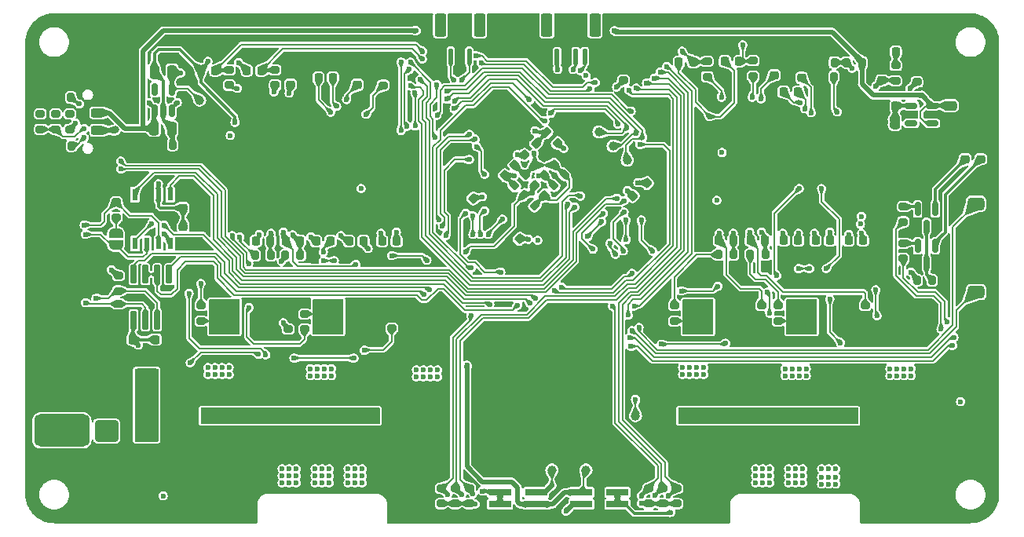
<source format=gbr>
%TF.GenerationSoftware,KiCad,Pcbnew,7.0.9*%
%TF.CreationDate,2024-01-22T22:47:30+08:00*%
%TF.ProjectId,MotorKit,4d6f746f-724b-4697-942e-6b696361645f,rev?*%
%TF.SameCoordinates,Original*%
%TF.FileFunction,Copper,L4,Bot*%
%TF.FilePolarity,Positive*%
%FSLAX46Y46*%
G04 Gerber Fmt 4.6, Leading zero omitted, Abs format (unit mm)*
G04 Created by KiCad (PCBNEW 7.0.9) date 2024-01-22 22:47:30*
%MOMM*%
%LPD*%
G01*
G04 APERTURE LIST*
G04 Aperture macros list*
%AMRoundRect*
0 Rectangle with rounded corners*
0 $1 Rounding radius*
0 $2 $3 $4 $5 $6 $7 $8 $9 X,Y pos of 4 corners*
0 Add a 4 corners polygon primitive as box body*
4,1,4,$2,$3,$4,$5,$6,$7,$8,$9,$2,$3,0*
0 Add four circle primitives for the rounded corners*
1,1,$1+$1,$2,$3*
1,1,$1+$1,$4,$5*
1,1,$1+$1,$6,$7*
1,1,$1+$1,$8,$9*
0 Add four rect primitives between the rounded corners*
20,1,$1+$1,$2,$3,$4,$5,0*
20,1,$1+$1,$4,$5,$6,$7,0*
20,1,$1+$1,$6,$7,$8,$9,0*
20,1,$1+$1,$8,$9,$2,$3,0*%
%AMFreePoly0*
4,1,19,0.500000,-0.750000,0.000000,-0.750000,0.000000,-0.744911,-0.071157,-0.744911,-0.207708,-0.704816,-0.327430,-0.627875,-0.420627,-0.520320,-0.479746,-0.390866,-0.500000,-0.250000,-0.500000,0.250000,-0.479746,0.390866,-0.420627,0.520320,-0.327430,0.627875,-0.207708,0.704816,-0.071157,0.744911,0.000000,0.744911,0.000000,0.750000,0.500000,0.750000,0.500000,-0.750000,0.500000,-0.750000,
$1*%
%AMFreePoly1*
4,1,19,0.000000,0.744911,0.071157,0.744911,0.207708,0.704816,0.327430,0.627875,0.420627,0.520320,0.479746,0.390866,0.500000,0.250000,0.500000,-0.250000,0.479746,-0.390866,0.420627,-0.520320,0.327430,-0.627875,0.207708,-0.704816,0.071157,-0.744911,0.000000,-0.744911,0.000000,-0.750000,-0.500000,-0.750000,-0.500000,0.750000,0.000000,0.750000,0.000000,0.744911,0.000000,0.744911,
$1*%
G04 Aperture macros list end*
%TA.AperFunction,ComponentPad*%
%ADD10O,2.100000X1.050000*%
%TD*%
%TA.AperFunction,ComponentPad*%
%ADD11O,2.000000X1.000000*%
%TD*%
%TA.AperFunction,ComponentPad*%
%ADD12RoundRect,0.700000X-2.300000X1.050000X-2.300000X-1.050000X2.300000X-1.050000X2.300000X1.050000X0*%
%TD*%
%TA.AperFunction,SMDPad,CuDef*%
%ADD13RoundRect,0.225000X0.335876X0.017678X0.017678X0.335876X-0.335876X-0.017678X-0.017678X-0.335876X0*%
%TD*%
%TA.AperFunction,SMDPad,CuDef*%
%ADD14C,1.000000*%
%TD*%
%TA.AperFunction,SMDPad,CuDef*%
%ADD15RoundRect,0.200000X0.275000X-0.200000X0.275000X0.200000X-0.275000X0.200000X-0.275000X-0.200000X0*%
%TD*%
%TA.AperFunction,SMDPad,CuDef*%
%ADD16RoundRect,0.225000X0.225000X0.250000X-0.225000X0.250000X-0.225000X-0.250000X0.225000X-0.250000X0*%
%TD*%
%TA.AperFunction,SMDPad,CuDef*%
%ADD17RoundRect,0.250000X0.250000X0.475000X-0.250000X0.475000X-0.250000X-0.475000X0.250000X-0.475000X0*%
%TD*%
%TA.AperFunction,SMDPad,CuDef*%
%ADD18RoundRect,0.250000X1.100000X-0.325000X1.100000X0.325000X-1.100000X0.325000X-1.100000X-0.325000X0*%
%TD*%
%TA.AperFunction,SMDPad,CuDef*%
%ADD19RoundRect,0.225000X-0.335876X-0.017678X-0.017678X-0.335876X0.335876X0.017678X0.017678X0.335876X0*%
%TD*%
%TA.AperFunction,SMDPad,CuDef*%
%ADD20R,2.400000X0.740000*%
%TD*%
%TA.AperFunction,SMDPad,CuDef*%
%ADD21RoundRect,0.337500X0.562500X-0.337500X0.562500X0.337500X-0.562500X0.337500X-0.562500X-0.337500X0*%
%TD*%
%TA.AperFunction,SMDPad,CuDef*%
%ADD22RoundRect,0.200000X-0.275000X0.200000X-0.275000X-0.200000X0.275000X-0.200000X0.275000X0.200000X0*%
%TD*%
%TA.AperFunction,SMDPad,CuDef*%
%ADD23RoundRect,0.225000X-0.250000X0.225000X-0.250000X-0.225000X0.250000X-0.225000X0.250000X0.225000X0*%
%TD*%
%TA.AperFunction,SMDPad,CuDef*%
%ADD24RoundRect,0.150000X0.512500X0.150000X-0.512500X0.150000X-0.512500X-0.150000X0.512500X-0.150000X0*%
%TD*%
%TA.AperFunction,SMDPad,CuDef*%
%ADD25RoundRect,0.243750X-0.456250X0.243750X-0.456250X-0.243750X0.456250X-0.243750X0.456250X0.243750X0*%
%TD*%
%TA.AperFunction,SMDPad,CuDef*%
%ADD26RoundRect,0.100000X0.150000X0.750000X-0.150000X0.750000X-0.150000X-0.750000X0.150000X-0.750000X0*%
%TD*%
%TA.AperFunction,SMDPad,CuDef*%
%ADD27RoundRect,0.200000X0.400000X1.050000X-0.400000X1.050000X-0.400000X-1.050000X0.400000X-1.050000X0*%
%TD*%
%TA.AperFunction,SMDPad,CuDef*%
%ADD28RoundRect,0.250000X-0.475000X0.250000X-0.475000X-0.250000X0.475000X-0.250000X0.475000X0.250000X0*%
%TD*%
%TA.AperFunction,SMDPad,CuDef*%
%ADD29RoundRect,0.250000X-0.362500X-1.425000X0.362500X-1.425000X0.362500X1.425000X-0.362500X1.425000X0*%
%TD*%
%TA.AperFunction,SMDPad,CuDef*%
%ADD30RoundRect,0.200000X-0.200000X-0.275000X0.200000X-0.275000X0.200000X0.275000X-0.200000X0.275000X0*%
%TD*%
%TA.AperFunction,SMDPad,CuDef*%
%ADD31RoundRect,0.225000X0.250000X-0.225000X0.250000X0.225000X-0.250000X0.225000X-0.250000X-0.225000X0*%
%TD*%
%TA.AperFunction,SMDPad,CuDef*%
%ADD32FreePoly0,90.000000*%
%TD*%
%TA.AperFunction,SMDPad,CuDef*%
%ADD33FreePoly1,90.000000*%
%TD*%
%TA.AperFunction,SMDPad,CuDef*%
%ADD34RoundRect,0.200000X0.200000X0.275000X-0.200000X0.275000X-0.200000X-0.275000X0.200000X-0.275000X0*%
%TD*%
%TA.AperFunction,SMDPad,CuDef*%
%ADD35RoundRect,0.250000X-0.250000X-0.475000X0.250000X-0.475000X0.250000X0.475000X-0.250000X0.475000X0*%
%TD*%
%TA.AperFunction,SMDPad,CuDef*%
%ADD36RoundRect,0.200000X0.053033X-0.335876X0.335876X-0.053033X-0.053033X0.335876X-0.335876X0.053033X0*%
%TD*%
%TA.AperFunction,SMDPad,CuDef*%
%ADD37RoundRect,0.225000X0.017678X-0.335876X0.335876X-0.017678X-0.017678X0.335876X-0.335876X0.017678X0*%
%TD*%
%TA.AperFunction,SMDPad,CuDef*%
%ADD38RoundRect,0.200000X-0.335876X-0.053033X-0.053033X-0.335876X0.335876X0.053033X0.053033X0.335876X0*%
%TD*%
%TA.AperFunction,SMDPad,CuDef*%
%ADD39RoundRect,0.150000X-0.150000X0.587500X-0.150000X-0.587500X0.150000X-0.587500X0.150000X0.587500X0*%
%TD*%
%TA.AperFunction,SMDPad,CuDef*%
%ADD40RoundRect,0.225000X-0.225000X-0.250000X0.225000X-0.250000X0.225000X0.250000X-0.225000X0.250000X0*%
%TD*%
%TA.AperFunction,SMDPad,CuDef*%
%ADD41RoundRect,0.250000X1.000000X0.900000X-1.000000X0.900000X-1.000000X-0.900000X1.000000X-0.900000X0*%
%TD*%
%TA.AperFunction,SMDPad,CuDef*%
%ADD42RoundRect,0.042000X-0.258000X0.943000X-0.258000X-0.943000X0.258000X-0.943000X0.258000X0.943000X0*%
%TD*%
%TA.AperFunction,SMDPad,CuDef*%
%ADD43RoundRect,0.218750X-0.256250X0.218750X-0.256250X-0.218750X0.256250X-0.218750X0.256250X0.218750X0*%
%TD*%
%TA.AperFunction,SMDPad,CuDef*%
%ADD44RoundRect,0.200000X0.335876X0.053033X0.053033X0.335876X-0.335876X-0.053033X-0.053033X-0.335876X0*%
%TD*%
%TA.AperFunction,SMDPad,CuDef*%
%ADD45R,0.600000X1.300000*%
%TD*%
%TA.AperFunction,SMDPad,CuDef*%
%ADD46RoundRect,0.250000X-1.000000X-0.900000X1.000000X-0.900000X1.000000X0.900000X-1.000000X0.900000X0*%
%TD*%
%TA.AperFunction,SMDPad,CuDef*%
%ADD47RoundRect,0.150000X0.150000X-0.512500X0.150000X0.512500X-0.150000X0.512500X-0.150000X-0.512500X0*%
%TD*%
%TA.AperFunction,ViaPad*%
%ADD48C,0.600000*%
%TD*%
%TA.AperFunction,ViaPad*%
%ADD49C,0.800000*%
%TD*%
%TA.AperFunction,Conductor*%
%ADD50C,0.200000*%
%TD*%
%TA.AperFunction,Conductor*%
%ADD51C,0.300000*%
%TD*%
%TA.AperFunction,Conductor*%
%ADD52C,0.152000*%
%TD*%
%TA.AperFunction,Conductor*%
%ADD53C,0.500000*%
%TD*%
G04 APERTURE END LIST*
D10*
%TO.P,J8,S1,SHELL_GND*%
%TO.N,GND*%
X102991500Y-77492000D03*
D11*
%TO.P,J8,S2,SHELL_GND*%
X98811500Y-77492000D03*
%TO.P,J8,S3,SHELL_GND*%
X98811500Y-86132000D03*
D10*
%TO.P,J8,S4,SHELL_GND*%
X102991500Y-86132000D03*
%TD*%
D12*
%TO.P,J13,1,01*%
%TO.N,GND*%
X99695000Y-109633000D03*
%TO.P,J13,2,02*%
%TO.N,VBUS*%
X99695000Y-115133000D03*
%TD*%
D13*
%TO.P,C4,1*%
%TO.N,GND*%
X150154008Y-95544008D03*
%TO.P,C4,2*%
%TO.N,Net-(U1-VCAP_1)*%
X149057992Y-94447992D03*
%TD*%
D14*
%TO.P,TP9,1,1*%
%TO.N,GND*%
X114427000Y-82423000D03*
%TD*%
D15*
%TO.P,R6,1*%
%TO.N,Net-(U1-BOOT0)*%
X160274000Y-77374000D03*
%TO.P,R6,2*%
%TO.N,GND*%
X160274000Y-75724000D03*
%TD*%
D16*
%TO.P,C22,1*%
%TO.N,+5V*%
X107328000Y-105323000D03*
%TO.P,C22,2*%
%TO.N,GND*%
X105778000Y-105323000D03*
%TD*%
D17*
%TO.P,C18,1*%
%TO.N,+3.3V*%
X189537201Y-81883000D03*
%TO.P,C18,2*%
%TO.N,GND*%
X187637201Y-81883000D03*
%TD*%
D18*
%TO.P,C61,1*%
%TO.N,VCC*%
X167714800Y-113567000D03*
%TO.P,C61,2*%
%TO.N,GND*%
X167714800Y-110617000D03*
%TD*%
D19*
%TO.P,C57,1*%
%TO.N,+3.3VA*%
X149578756Y-85418228D03*
%TO.P,C57,2*%
%TO.N,GNDA*%
X150674772Y-86514244D03*
%TD*%
%TO.P,C28,1*%
%TO.N,/M0_TEMP*%
X150643624Y-88671363D03*
%TO.P,C28,2*%
%TO.N,GNDA*%
X151739640Y-89767379D03*
%TD*%
D16*
%TO.P,C56,1*%
%TO.N,Net-(IC2-SN2)*%
X122174000Y-94710000D03*
%TO.P,C56,2*%
%TO.N,/M1 Driver/M1_SP2*%
X120624000Y-94710000D03*
%TD*%
D20*
%TO.P,J5,1,Pin_1*%
%TO.N,Net-(J5-Pin_1)*%
X146939000Y-123079000D03*
%TO.P,J5,2,Pin_2*%
%TO.N,+5V*%
X150839000Y-123079000D03*
%TO.P,J5,3,Pin_3*%
%TO.N,Net-(J5-Pin_1)*%
X146939000Y-121809000D03*
%TO.P,J5,4,Pin_4*%
%TO.N,+3.3V*%
X150839000Y-121809000D03*
%TD*%
D21*
%TO.P,S2,1*%
%TO.N,GND*%
X198247000Y-104500000D03*
%TO.P,S2,2*%
%TO.N,/KEY1*%
X198247000Y-100200000D03*
%TD*%
D15*
%TO.P,R64,1*%
%TO.N,/M1 Driver/M1_SP2*%
X124079000Y-104203000D03*
%TO.P,R64,2*%
%TO.N,GND*%
X124079000Y-102553000D03*
%TD*%
D22*
%TO.P,R58,1*%
%TO.N,/M0 Driver/M0_SP1*%
X186309000Y-101664000D03*
%TO.P,R58,2*%
%TO.N,GND*%
X186309000Y-103314000D03*
%TD*%
D18*
%TO.P,C64,1*%
%TO.N,VCC*%
X125841000Y-113538000D03*
%TO.P,C64,2*%
%TO.N,GND*%
X125841000Y-110588000D03*
%TD*%
D19*
%TO.P,C15,1*%
%TO.N,+3.3V*%
X162773992Y-88446992D03*
%TO.P,C15,2*%
%TO.N,GND*%
X163870008Y-89543008D03*
%TD*%
D23*
%TO.P,C24,1*%
%TO.N,+5V*%
X112776000Y-93192000D03*
%TO.P,C24,2*%
%TO.N,GND*%
X112776000Y-94742000D03*
%TD*%
D22*
%TO.P,R29,1*%
%TO.N,/M0_SO1*%
X174244000Y-75254000D03*
%TO.P,R29,2*%
%TO.N,Net-(IC1-SO1)*%
X174244000Y-76904000D03*
%TD*%
D24*
%TO.P,U2,1,VIN*%
%TO.N,+5V*%
X193542500Y-80105000D03*
%TO.P,U2,2,GND*%
%TO.N,GND*%
X193542500Y-81055000D03*
%TO.P,U2,3,CE*%
%TO.N,+5V*%
X193542500Y-82005000D03*
%TO.P,U2,4,NC*%
%TO.N,unconnected-(U2-NC-Pad4)*%
X191267500Y-82005000D03*
%TO.P,U2,5,VOUT*%
%TO.N,+3.3V*%
X191267500Y-80105000D03*
%TD*%
D17*
%TO.P,C20,1*%
%TO.N,+3.3VA*%
X111567000Y-76454000D03*
%TO.P,C20,2*%
%TO.N,GNDA*%
X109667000Y-76454000D03*
%TD*%
D18*
%TO.P,C65,1*%
%TO.N,VCC*%
X122640600Y-113538000D03*
%TO.P,C65,2*%
%TO.N,GND*%
X122640600Y-110588000D03*
%TD*%
D25*
%TO.P,F1,1*%
%TO.N,+5V*%
X103554700Y-80886000D03*
%TO.P,F1,2*%
%TO.N,Net-(F1-Pad2)*%
X103554700Y-82761000D03*
%TD*%
D26*
%TO.P,J2,1,01*%
%TO.N,/DEBUG_RX*%
X143621000Y-74786000D03*
%TO.P,J2,2,02*%
%TO.N,GND*%
X142621000Y-74786000D03*
%TO.P,J2,3,03*%
%TO.N,/DEBUG_TX*%
X141621000Y-74786000D03*
D27*
%TO.P,J2,MP1*%
%TO.N,N/C*%
X144721000Y-71386000D03*
%TO.P,J2,MP2*%
X140521000Y-71386000D03*
%TD*%
D15*
%TO.P,R8,1*%
%TO.N,+3.3V*%
X143636999Y-123015000D03*
%TO.P,R8,2*%
%TO.N,/M1_ENC_A*%
X143636999Y-121365000D03*
%TD*%
D28*
%TO.P,C13,1*%
%TO.N,+5V*%
X195445199Y-80105000D03*
%TO.P,C13,2*%
%TO.N,GND*%
X195445199Y-82005000D03*
%TD*%
D15*
%TO.P,R61,1*%
%TO.N,/M1 Driver/M1_SN1*%
X125857000Y-104203000D03*
%TO.P,R61,2*%
%TO.N,/M1 Driver/M1_SL_B*%
X125857000Y-102553000D03*
%TD*%
D22*
%TO.P,R63,1*%
%TO.N,/M1 Driver/M1_SN2*%
X114681000Y-101664000D03*
%TO.P,R63,2*%
%TO.N,/M1 Driver/M1_SL_C*%
X114681000Y-103314000D03*
%TD*%
%TO.P,R22,1*%
%TO.N,/USB_DP*%
X99033500Y-80998500D03*
%TO.P,R22,2*%
%TO.N,/Port/USBC_DP1*%
X99033500Y-82648500D03*
%TD*%
D16*
%TO.P,C54,1*%
%TO.N,Net-(IC2-BST_C)*%
X128664000Y-94710000D03*
%TO.P,C54,2*%
%TO.N,/M1 Driver/M1_SH_C*%
X127114000Y-94710000D03*
%TD*%
D29*
%TO.P,R53,1*%
%TO.N,/M1 Driver/M1_SL_B*%
X127593500Y-102870000D03*
%TO.P,R53,2*%
%TO.N,GND*%
X133518500Y-102870000D03*
%TD*%
D14*
%TO.P,TP1,1,1*%
%TO.N,GND*%
X147701000Y-119380000D03*
%TD*%
D16*
%TO.P,C42,1*%
%TO.N,Net-(IC1-SN2)*%
X172085000Y-94640000D03*
%TO.P,C42,2*%
%TO.N,/M0 Driver/M0_SP2*%
X170535000Y-94640000D03*
%TD*%
D23*
%TO.P,C45,1*%
%TO.N,GND*%
X131572000Y-76295000D03*
%TO.P,C45,2*%
%TO.N,Net-(IC2-GVDD)*%
X131572000Y-77845000D03*
%TD*%
D30*
%TO.P,R16,1*%
%TO.N,GND*%
X109980000Y-84328001D03*
%TO.P,R16,2*%
%TO.N,GNDA*%
X111630000Y-84328001D03*
%TD*%
D16*
%TO.P,C44,1*%
%TO.N,/M1_SO1*%
X121184000Y-76295000D03*
%TO.P,C44,2*%
%TO.N,GNDA*%
X119634000Y-76295000D03*
%TD*%
D31*
%TO.P,C48,1*%
%TO.N,Net-(IC2-DVDD)*%
X124333000Y-77845000D03*
%TO.P,C48,2*%
%TO.N,GND*%
X124333000Y-76295000D03*
%TD*%
D22*
%TO.P,R19,1*%
%TO.N,Net-(J9-02)*%
X105791000Y-101474000D03*
%TO.P,R19,2*%
%TO.N,GND*%
X105791000Y-103124000D03*
%TD*%
D15*
%TO.P,R24,1*%
%TO.N,Net-(JP1-B)*%
X105537000Y-92138000D03*
%TO.P,R24,2*%
%TO.N,Net-(J10-02)*%
X105537000Y-90488000D03*
%TD*%
D22*
%TO.P,R46,1*%
%TO.N,/M1_SO2*%
X117742000Y-76232000D03*
%TO.P,R46,2*%
%TO.N,Net-(IC2-SO2)*%
X117742000Y-77882000D03*
%TD*%
D18*
%TO.P,C6,1*%
%TO.N,VCC*%
X184047000Y-113616000D03*
%TO.P,C6,2*%
%TO.N,GND*%
X184047000Y-110666000D03*
%TD*%
D32*
%TO.P,JP1,1,A*%
%TO.N,Net-(J10-01)*%
X105537000Y-95138000D03*
D33*
%TO.P,JP1,2,B*%
%TO.N,Net-(JP1-B)*%
X105537000Y-93838000D03*
%TD*%
D34*
%TO.P,R33,1*%
%TO.N,Net-(IC1-SN1)*%
X175564000Y-96164000D03*
%TO.P,R33,2*%
%TO.N,/M0 Driver/M0_SN1*%
X173914000Y-96164000D03*
%TD*%
D35*
%TO.P,C19,1*%
%TO.N,+5V*%
X109646600Y-82550000D03*
%TO.P,C19,2*%
%TO.N,GNDA*%
X111546600Y-82550000D03*
%TD*%
D16*
%TO.P,C52,1*%
%TO.N,Net-(IC2-BST_A)*%
X135789000Y-94710000D03*
%TO.P,C52,2*%
%TO.N,/M1 Driver/M1_SH_A*%
X134239000Y-94710000D03*
%TD*%
%TO.P,C31,1*%
%TO.N,Net-(IC1-CP1)*%
X179070000Y-78619000D03*
%TO.P,C31,2*%
%TO.N,Net-(IC1-CP2)*%
X177520000Y-78619000D03*
%TD*%
%TO.P,C49,1*%
%TO.N,Net-(IC2-CP1)*%
X128918000Y-77070000D03*
%TO.P,C49,2*%
%TO.N,Net-(IC2-CP2)*%
X127368000Y-77070000D03*
%TD*%
D36*
%TO.P,R14,1*%
%TO.N,/VBUS*%
X152714121Y-88682864D03*
%TO.P,R14,2*%
%TO.N,GNDA*%
X153880847Y-87516138D03*
%TD*%
D37*
%TO.P,C12,1*%
%TO.N,/VBUS*%
X151671845Y-87569877D03*
%TO.P,C12,2*%
%TO.N,GNDA*%
X152767861Y-86473861D03*
%TD*%
D13*
%TO.P,C5,1*%
%TO.N,GND*%
X162346008Y-90940008D03*
%TO.P,C5,2*%
%TO.N,Net-(U1-VCAP_2)*%
X161249992Y-89843992D03*
%TD*%
D15*
%TO.P,R7,1*%
%TO.N,+3.3V*%
X165989000Y-123015001D03*
%TO.P,R7,2*%
%TO.N,/M0_ENC_A*%
X165989000Y-121365001D03*
%TD*%
D16*
%TO.P,C41,1*%
%TO.N,Net-(IC1-SN1)*%
X175527000Y-94640000D03*
%TO.P,C41,2*%
%TO.N,/M0 Driver/M0_SP1*%
X173977000Y-94640000D03*
%TD*%
D15*
%TO.P,R62,1*%
%TO.N,/M1 Driver/M1_SP1*%
X135255000Y-104076000D03*
%TO.P,R62,2*%
%TO.N,GND*%
X135255000Y-102426000D03*
%TD*%
D16*
%TO.P,C55,1*%
%TO.N,Net-(IC2-SN1)*%
X125362000Y-94710000D03*
%TO.P,C55,2*%
%TO.N,/M1 Driver/M1_SP1*%
X123812000Y-94710000D03*
%TD*%
D14*
%TO.P,TP8,1,1*%
%TO.N,/M_MOSI*%
X157604356Y-82928356D03*
%TD*%
D18*
%TO.P,C63,1*%
%TO.N,VCC*%
X129143000Y-113538000D03*
%TO.P,C63,2*%
%TO.N,GND*%
X129143000Y-110588000D03*
%TD*%
D14*
%TO.P,TP3,1,1*%
%TO.N,+3.3V*%
X152527000Y-119380000D03*
%TD*%
D15*
%TO.P,R31,1*%
%TO.N,Net-(IC1-COMP)*%
X189598000Y-77412000D03*
%TO.P,R31,2*%
%TO.N,Net-(C29-Pad2)*%
X189598000Y-75762000D03*
%TD*%
D22*
%TO.P,R59,1*%
%TO.N,/M0 Driver/M0_SN2*%
X165735000Y-101664000D03*
%TO.P,R59,2*%
%TO.N,/M0 Driver/M0_SL_C*%
X165735000Y-103314000D03*
%TD*%
%TO.P,R21,1*%
%TO.N,/USB_DN*%
X100557500Y-80998500D03*
%TO.P,R21,2*%
%TO.N,/Port/USBC_DN1*%
X100557500Y-82648500D03*
%TD*%
%TO.P,R18,1*%
%TO.N,+5V*%
X105791000Y-98426000D03*
%TO.P,R18,2*%
%TO.N,Net-(J9-01)*%
X105791000Y-100076000D03*
%TD*%
D34*
%TO.P,R20,1*%
%TO.N,Net-(J8-CC1)*%
X100671300Y-79181900D03*
%TO.P,R20,2*%
%TO.N,GND*%
X99021300Y-79181900D03*
%TD*%
D19*
%TO.P,C3,1*%
%TO.N,/NRST*%
X150835992Y-84160992D03*
%TO.P,C3,2*%
%TO.N,GND*%
X151932008Y-85257008D03*
%TD*%
D30*
%TO.P,R28,1*%
%TO.N,GND*%
X181280000Y-76968000D03*
%TO.P,R28,2*%
%TO.N,Net-(IC1-DTC)*%
X182930000Y-76968000D03*
%TD*%
D18*
%TO.P,C10,1*%
%TO.N,VCC*%
X170966000Y-113567000D03*
%TO.P,C10,2*%
%TO.N,GND*%
X170966000Y-110617000D03*
%TD*%
D38*
%TO.P,R27,1*%
%TO.N,/M0_TEMP*%
X149530637Y-89713637D03*
%TO.P,R27,2*%
%TO.N,GNDA*%
X150697363Y-90880363D03*
%TD*%
D30*
%TO.P,R17,1*%
%TO.N,GND*%
X99072100Y-84414300D03*
%TO.P,R17,2*%
%TO.N,Net-(J8-CC2)*%
X100722100Y-84414300D03*
%TD*%
D22*
%TO.P,R45,1*%
%TO.N,/M1_SO1*%
X122695000Y-76232000D03*
%TO.P,R45,2*%
%TO.N,Net-(IC2-SO1)*%
X122695000Y-77882000D03*
%TD*%
D16*
%TO.P,C46,1*%
%TO.N,/M1_SO2*%
X116231000Y-76295000D03*
%TO.P,C46,2*%
%TO.N,GNDA*%
X114681000Y-76295000D03*
%TD*%
D14*
%TO.P,TP2,1,1*%
%TO.N,VCC*%
X161544000Y-113538000D03*
%TD*%
D30*
%TO.P,R26,1*%
%TO.N,GND*%
X181344000Y-75444000D03*
%TO.P,R26,2*%
%TO.N,Net-(IC1-VSENSE)*%
X182994000Y-75444000D03*
%TD*%
D39*
%TO.P,Q1,1,B*%
%TO.N,Net-(Q1-B)*%
X191963000Y-91255600D03*
%TO.P,Q1,2,E*%
%TO.N,Net-(D1-A)*%
X193863000Y-91255600D03*
%TO.P,Q1,3,C*%
%TO.N,Net-(Q1-C)*%
X192913000Y-93130600D03*
%TD*%
D29*
%TO.P,R39,1*%
%TO.N,/M0 Driver/M0_SL_B*%
X178647500Y-102870000D03*
%TO.P,R39,2*%
%TO.N,GND*%
X184572500Y-102870000D03*
%TD*%
D14*
%TO.P,TP4,1,1*%
%TO.N,+3.3VA*%
X114554000Y-79502000D03*
%TD*%
D40*
%TO.P,C29,1*%
%TO.N,GND*%
X188074000Y-74295000D03*
%TO.P,C29,2*%
%TO.N,Net-(C29-Pad2)*%
X189624000Y-74295000D03*
%TD*%
D15*
%TO.P,R12,1*%
%TO.N,+3.3V*%
X140589000Y-123015000D03*
%TO.P,R12,2*%
%TO.N,/M1_ENC_Z*%
X140589000Y-121365000D03*
%TD*%
D41*
%TO.P,D3,1,K*%
%TO.N,VCC*%
X108830000Y-115177000D03*
%TO.P,D3,2,A*%
%TO.N,VBUS*%
X104530000Y-115177000D03*
%TD*%
D16*
%TO.P,C16,1*%
%TO.N,+3.3V*%
X189582200Y-80105000D03*
%TO.P,C16,2*%
%TO.N,GND*%
X188032200Y-80105000D03*
%TD*%
D20*
%TO.P,J3,1,Pin_1*%
%TO.N,Net-(J3-Pin_1)*%
X159602000Y-121809000D03*
%TO.P,J3,2,Pin_2*%
%TO.N,+5V*%
X155702000Y-121809000D03*
%TO.P,J3,3,Pin_3*%
%TO.N,Net-(J3-Pin_1)*%
X159602000Y-123079000D03*
%TO.P,J3,4,Pin_4*%
%TO.N,+3.3V*%
X155702000Y-123079000D03*
%TD*%
D15*
%TO.P,R9,1*%
%TO.N,+3.3V*%
X164465000Y-123015001D03*
%TO.P,R9,2*%
%TO.N,/M0_ENC_B*%
X164465000Y-121365001D03*
%TD*%
D22*
%TO.P,R32,1*%
%TO.N,GND*%
X191884000Y-75889000D03*
%TO.P,R32,2*%
%TO.N,Net-(IC1-RT_CLK)*%
X191884000Y-77539000D03*
%TD*%
D16*
%TO.P,C38,1*%
%TO.N,Net-(IC1-BST_C)*%
X179083000Y-94640000D03*
%TO.P,C38,2*%
%TO.N,/M0 Driver/M0_SH_C*%
X177533000Y-94640000D03*
%TD*%
D22*
%TO.P,R44,1*%
%TO.N,GND*%
X134366000Y-76245000D03*
%TO.P,R44,2*%
%TO.N,Net-(IC2-DTC)*%
X134366000Y-77895000D03*
%TD*%
D42*
%TO.P,U4,1,R*%
%TO.N,/RS485_RX*%
X107442000Y-98281000D03*
%TO.P,U4,2,~{RE}*%
%TO.N,/RS485_DIR*%
X108712000Y-98281000D03*
%TO.P,U4,3,DE*%
X109982000Y-98281000D03*
%TO.P,U4,4,D*%
%TO.N,/RS485_TX*%
X111252000Y-98281000D03*
%TO.P,U4,5,GND*%
%TO.N,GND*%
X111252000Y-103221000D03*
%TO.P,U4,6,A*%
%TO.N,Net-(J9-01)*%
X109982000Y-103221000D03*
%TO.P,U4,7,B*%
%TO.N,Net-(J9-02)*%
X108712000Y-103221000D03*
%TO.P,U4,8,VCC*%
%TO.N,+5V*%
X107442000Y-103221000D03*
%TD*%
D18*
%TO.P,C7,1*%
%TO.N,VCC*%
X180821200Y-113567000D03*
%TO.P,C7,2*%
%TO.N,GND*%
X180821200Y-110617000D03*
%TD*%
D34*
%TO.P,R3,1*%
%TO.N,Net-(Q1-C)*%
X193534800Y-98924100D03*
%TO.P,R3,2*%
%TO.N,+3.3V*%
X191884800Y-98924100D03*
%TD*%
D43*
%TO.P,D2,1,K*%
%TO.N,GND*%
X198755000Y-84290500D03*
%TO.P,D2,2,A*%
%TO.N,Net-(D2-A)*%
X198755000Y-85865500D03*
%TD*%
D15*
%TO.P,R11,1*%
%TO.N,+3.3V*%
X162941000Y-123015001D03*
%TO.P,R11,2*%
%TO.N,/M0_ENC_Z*%
X162941000Y-121365001D03*
%TD*%
D44*
%TO.P,R5,1*%
%TO.N,+3.3V*%
X153134797Y-84124929D03*
%TO.P,R5,2*%
%TO.N,/NRST*%
X151968071Y-82958203D03*
%TD*%
D16*
%TO.P,C53,1*%
%TO.N,Net-(IC2-BST_B)*%
X132220000Y-94710000D03*
%TO.P,C53,2*%
%TO.N,/M1 Driver/M1_SH_B*%
X130670000Y-94710000D03*
%TD*%
D30*
%TO.P,R25,1*%
%TO.N,Net-(IC1-VSENSE)*%
X184328000Y-75444000D03*
%TO.P,R25,2*%
%TO.N,+5V*%
X185978000Y-75444000D03*
%TD*%
D43*
%TO.P,D1,1,K*%
%TO.N,GND*%
X197104000Y-84302500D03*
%TO.P,D1,2,A*%
%TO.N,Net-(D1-A)*%
X197104000Y-85877500D03*
%TD*%
D16*
%TO.P,C36,1*%
%TO.N,Net-(IC1-BST_A)*%
X186068000Y-94640000D03*
%TO.P,C36,2*%
%TO.N,/M0 Driver/M0_SH_A*%
X184518000Y-94640000D03*
%TD*%
D14*
%TO.P,TP6,1,1*%
%TO.N,/M_SCK*%
X160657644Y-85981644D03*
%TD*%
D15*
%TO.P,R10,1*%
%TO.N,+3.3V*%
X142113000Y-123015000D03*
%TO.P,R10,2*%
%TO.N,/M1_ENC_B*%
X142113000Y-121365000D03*
%TD*%
D22*
%TO.P,R4,1*%
%TO.N,Net-(Q2-B)*%
X190423800Y-94924100D03*
%TO.P,R4,2*%
%TO.N,/LED2*%
X190423800Y-96574100D03*
%TD*%
%TO.P,R30,1*%
%TO.N,/M0_SO2*%
X169278000Y-75317000D03*
%TO.P,R30,2*%
%TO.N,Net-(IC1-SO2)*%
X169278000Y-76967000D03*
%TD*%
D34*
%TO.P,R34,1*%
%TO.N,Net-(IC1-SN2)*%
X172122000Y-96164000D03*
%TO.P,R34,2*%
%TO.N,/M0 Driver/M0_SN2*%
X170472000Y-96164000D03*
%TD*%
D21*
%TO.P,S1,1*%
%TO.N,GND*%
X198247000Y-94975000D03*
%TO.P,S1,2*%
%TO.N,/KEY2*%
X198247000Y-90675000D03*
%TD*%
D18*
%TO.P,C62,1*%
%TO.N,VCC*%
X132445000Y-113538000D03*
%TO.P,C62,2*%
%TO.N,GND*%
X132445000Y-110588000D03*
%TD*%
D22*
%TO.P,R60,1*%
%TO.N,/M0 Driver/M0_SP2*%
X175133000Y-101664000D03*
%TO.P,R60,2*%
%TO.N,GND*%
X175133000Y-103314000D03*
%TD*%
D14*
%TO.P,TP5,1,1*%
%TO.N,+5V*%
X156210000Y-119380000D03*
%TD*%
D29*
%TO.P,R42,1*%
%TO.N,/M0 Driver/M0_SL_C*%
X167471500Y-102870000D03*
%TO.P,R42,2*%
%TO.N,GND*%
X173396500Y-102870000D03*
%TD*%
D18*
%TO.P,C66,1*%
%TO.N,VCC*%
X119389400Y-113538000D03*
%TO.P,C66,2*%
%TO.N,GND*%
X119389400Y-110588000D03*
%TD*%
D45*
%TO.P,U5,1,TXD*%
%TO.N,/CAN_TX*%
X107569000Y-89679000D03*
%TO.P,U5,2,GND*%
%TO.N,GND*%
X108839000Y-89679000D03*
%TO.P,U5,3,VCC*%
%TO.N,+5V*%
X110109000Y-89679000D03*
%TO.P,U5,4,RXD*%
%TO.N,/CAN_RX*%
X111379000Y-89679000D03*
%TO.P,U5,5,VI/O*%
%TO.N,+3.3V*%
X111379000Y-94979000D03*
%TO.P,U5,6,CANL*%
%TO.N,Net-(J10-02)*%
X110109000Y-94979000D03*
%TO.P,U5,7,CANH*%
%TO.N,Net-(J10-01)*%
X108839000Y-94979000D03*
%TO.P,U5,8,S*%
%TO.N,/CAN_SILENT*%
X107569000Y-94979000D03*
%TD*%
D31*
%TO.P,C30,1*%
%TO.N,Net-(IC1-DVDD)*%
X176530000Y-76803000D03*
%TO.P,C30,2*%
%TO.N,GND*%
X176530000Y-75253000D03*
%TD*%
%TO.P,C23,1*%
%TO.N,+5V*%
X112776000Y-91122800D03*
%TO.P,C23,2*%
%TO.N,GND*%
X112776000Y-89572800D03*
%TD*%
D22*
%TO.P,R57,1*%
%TO.N,/M0 Driver/M0_SN1*%
X176911000Y-101664000D03*
%TO.P,R57,2*%
%TO.N,/M0 Driver/M0_SL_B*%
X176911000Y-103314000D03*
%TD*%
D46*
%TO.P,D4,1,A1*%
%TO.N,GND*%
X104530000Y-109601000D03*
%TO.P,D4,2,A2*%
%TO.N,VCC*%
X108830000Y-109601000D03*
%TD*%
D23*
%TO.P,C32,1*%
%TO.N,GND*%
X188074000Y-75812000D03*
%TO.P,C32,2*%
%TO.N,Net-(IC1-COMP)*%
X188074000Y-77362000D03*
%TD*%
D40*
%TO.P,C21,1*%
%TO.N,+5V*%
X109829000Y-105323000D03*
%TO.P,C21,2*%
%TO.N,GND*%
X111379000Y-105323000D03*
%TD*%
D36*
%TO.P,R43,1*%
%TO.N,/M1_TEMP*%
X148480733Y-88716060D03*
%TO.P,R43,2*%
%TO.N,GNDA*%
X149647459Y-87549334D03*
%TD*%
D16*
%TO.P,C25,1*%
%TO.N,/M0_SO1*%
X172733000Y-75317000D03*
%TO.P,C25,2*%
%TO.N,GNDA*%
X171183000Y-75317000D03*
%TD*%
%TO.P,C37,1*%
%TO.N,Net-(IC1-BST_B)*%
X182512000Y-94640000D03*
%TO.P,C37,2*%
%TO.N,/M0 Driver/M0_SH_B*%
X180962000Y-94640000D03*
%TD*%
D37*
%TO.P,C47,1*%
%TO.N,/M1_TEMP*%
X147429268Y-87612268D03*
%TO.P,C47,2*%
%TO.N,GNDA*%
X148525284Y-86516252D03*
%TD*%
D26*
%TO.P,J1,1,01*%
%TO.N,/SWD_CLK*%
X156083000Y-74798000D03*
%TO.P,J1,2,02*%
%TO.N,/SWD_DIO*%
X155083000Y-74798000D03*
%TO.P,J1,3,03*%
%TO.N,GND*%
X154083000Y-74798000D03*
%TO.P,J1,4,04*%
%TO.N,+3.3V*%
X153083000Y-74798000D03*
D27*
%TO.P,J1,MP1*%
%TO.N,N/C*%
X157183000Y-71398000D03*
%TO.P,J1,MP2*%
X151983000Y-71398000D03*
%TD*%
D34*
%TO.P,R48,1*%
%TO.N,Net-(IC2-SN2)*%
X122211000Y-96234000D03*
%TO.P,R48,2*%
%TO.N,/M1 Driver/M1_SN2*%
X120561000Y-96234000D03*
%TD*%
D18*
%TO.P,C8,1*%
%TO.N,VCC*%
X177519200Y-113567000D03*
%TO.P,C8,2*%
%TO.N,GND*%
X177519200Y-110617000D03*
%TD*%
D22*
%TO.P,R1,1*%
%TO.N,Net-(Q1-B)*%
X190423800Y-90973900D03*
%TO.P,R1,2*%
%TO.N,/LED1*%
X190423800Y-92623900D03*
%TD*%
D34*
%TO.P,R47,1*%
%TO.N,Net-(IC2-SN1)*%
X125412000Y-96234000D03*
%TO.P,R47,2*%
%TO.N,/M1 Driver/M1_SN1*%
X123762000Y-96234000D03*
%TD*%
D39*
%TO.P,Q2,1,B*%
%TO.N,Net-(Q2-B)*%
X191963000Y-95218000D03*
%TO.P,Q2,2,E*%
%TO.N,Net-(D2-A)*%
X193863000Y-95218000D03*
%TO.P,Q2,3,C*%
%TO.N,Net-(Q1-C)*%
X192913000Y-97093000D03*
%TD*%
D14*
%TO.P,TP7,1,1*%
%TO.N,/M_MISO*%
X159131000Y-84455000D03*
%TD*%
D47*
%TO.P,U3,1,VIN*%
%TO.N,+5V*%
X111566999Y-80645001D03*
%TO.P,U3,2,GND*%
%TO.N,GNDA*%
X110616999Y-80645001D03*
%TO.P,U3,3,CE*%
%TO.N,+5V*%
X109666999Y-80645001D03*
%TO.P,U3,4,NC*%
%TO.N,unconnected-(U3-NC-Pad4)*%
X109666999Y-78370001D03*
%TO.P,U3,5,VOUT*%
%TO.N,+3.3VA*%
X111566999Y-78370001D03*
%TD*%
D13*
%TO.P,C14,1*%
%TO.N,+3.3V*%
X144058008Y-90083008D03*
%TO.P,C14,2*%
%TO.N,GND*%
X142961992Y-88986992D03*
%TD*%
D22*
%TO.P,R23,1*%
%TO.N,+3.3V*%
X97382500Y-80998500D03*
%TO.P,R23,2*%
%TO.N,/Port/USBC_DP1*%
X97382500Y-82648500D03*
%TD*%
D23*
%TO.P,C26,1*%
%TO.N,GND*%
X179438000Y-75545000D03*
%TO.P,C26,2*%
%TO.N,Net-(IC1-GVDD)*%
X179438000Y-77095000D03*
%TD*%
D29*
%TO.P,R56,1*%
%TO.N,/M1 Driver/M1_SL_C*%
X116417500Y-102870000D03*
%TO.P,R56,2*%
%TO.N,GND*%
X122342500Y-102870000D03*
%TD*%
D16*
%TO.P,C27,1*%
%TO.N,/M0_SO2*%
X167767000Y-75380000D03*
%TO.P,C27,2*%
%TO.N,GNDA*%
X166217000Y-75380000D03*
%TD*%
D18*
%TO.P,C67,1*%
%TO.N,VCC*%
X116189000Y-113616000D03*
%TO.P,C67,2*%
%TO.N,GND*%
X116189000Y-110666000D03*
%TD*%
%TO.P,C9,1*%
%TO.N,VCC*%
X174268000Y-113567000D03*
%TO.P,C9,2*%
%TO.N,GND*%
X174268000Y-110617000D03*
%TD*%
D48*
%TO.N,GND*%
X106426000Y-122174000D03*
X196215000Y-78105000D03*
X151130000Y-109093000D03*
X192024000Y-102469498D03*
X191389000Y-72517000D03*
X178943000Y-86868000D03*
X189484000Y-101506000D03*
X170307000Y-91948000D03*
X169037000Y-121285000D03*
X180467000Y-86868000D03*
X116332000Y-122047000D03*
X100584000Y-106426000D03*
X107188000Y-122174000D03*
X154161500Y-81918702D03*
X99187000Y-90170000D03*
X161544000Y-118872000D03*
X178181000Y-86106000D03*
X195453000Y-78105000D03*
X137541000Y-121920000D03*
X138303000Y-121158000D03*
X195453000Y-77343000D03*
X105664000Y-122936000D03*
X151130000Y-109855000D03*
X169037000Y-122047000D03*
X195834000Y-85725000D03*
X187960000Y-89916000D03*
X128905000Y-86868000D03*
X104521000Y-73406000D03*
X191389000Y-122174000D03*
X99187000Y-89408000D03*
X100711000Y-90170000D03*
X121539000Y-87884000D03*
X113538000Y-95377000D03*
X137541000Y-121158000D03*
X99822000Y-106426000D03*
X190754000Y-101506000D03*
X196215000Y-77343000D03*
X140970000Y-102362000D03*
X192913000Y-72517000D03*
X168275000Y-121285000D03*
X102997000Y-72644000D03*
X129667000Y-86106000D03*
X151481502Y-75184000D03*
X128143000Y-86106000D03*
X192913000Y-73279000D03*
X168148000Y-98171000D03*
X192151000Y-122936000D03*
X103759000Y-73406000D03*
X138430000Y-102362000D03*
X191389000Y-73279000D03*
X178943000Y-86106000D03*
X191389000Y-122936000D03*
X99949000Y-89408000D03*
X196977000Y-78105000D03*
X127381000Y-86868000D03*
X139700000Y-101727000D03*
X99060000Y-106426000D03*
X128905000Y-86106000D03*
X192151000Y-122174000D03*
X192151000Y-73279000D03*
X99060000Y-105664000D03*
X138430000Y-101727000D03*
X150368000Y-109093000D03*
X179705000Y-86106000D03*
X100711000Y-89408000D03*
X106426000Y-122936000D03*
X153178078Y-85215102D03*
X134874000Y-89027000D03*
X151892000Y-109093000D03*
X145288000Y-73660000D03*
X150368000Y-109855000D03*
X150114000Y-96520000D03*
X151892000Y-109855000D03*
X99949000Y-90170000D03*
X143891000Y-88646000D03*
X196977000Y-77343000D03*
X192913000Y-122174000D03*
X190754000Y-102469498D03*
X179705000Y-86868000D03*
X180467000Y-86106000D03*
X105664000Y-122174000D03*
X99822000Y-105664000D03*
X127381000Y-86106000D03*
X192024000Y-101506000D03*
X138303000Y-121920000D03*
X192913000Y-122936000D03*
X192151000Y-72517000D03*
X168275000Y-122047000D03*
X128143000Y-86868000D03*
X140970000Y-101727000D03*
X103759000Y-72644000D03*
X139700000Y-102362000D03*
X178181000Y-86868000D03*
X189484000Y-102469498D03*
X170562625Y-88136375D03*
X102997000Y-73406000D03*
X129667000Y-86868000D03*
X100584000Y-105664000D03*
X140970000Y-118999000D03*
X104521000Y-72644000D03*
X107188000Y-122936000D03*
%TO.N,/NRST*%
X150719830Y-82833170D03*
%TO.N,Net-(U1-VCAP_1)*%
X149993955Y-94494955D03*
%TO.N,Net-(U1-VCAP_2)*%
X160671000Y-89265000D03*
%TO.N,+3.3VA*%
X112522000Y-76581000D03*
X170878500Y-85153500D03*
X141097000Y-94107000D03*
X148810297Y-85377703D03*
X117856000Y-83312000D03*
X143636799Y-85893560D03*
%TO.N,GNDA*%
X169545000Y-81280000D03*
X150622000Y-85223053D03*
X115443000Y-75311000D03*
X118364000Y-81902000D03*
X118745000Y-75438000D03*
%TO.N,VCC*%
X109601000Y-115951000D03*
X126238000Y-113538000D03*
X109601000Y-114427000D03*
X116332000Y-113538000D03*
X168156000Y-113538000D03*
X115570000Y-113538000D03*
X180213000Y-113538000D03*
X128651000Y-113538000D03*
X108077000Y-114427000D03*
X196596000Y-112014000D03*
X177927000Y-113538000D03*
X108077000Y-115951000D03*
X177038000Y-113538000D03*
X185905500Y-92043000D03*
X108839000Y-115189000D03*
X161544000Y-111760000D03*
X129413000Y-113538000D03*
X108839000Y-115951000D03*
X167267000Y-113538000D03*
X170307000Y-90297000D03*
X108830000Y-109601000D03*
X108077000Y-115189000D03*
X108839000Y-114427000D03*
X109601000Y-115189000D03*
%TO.N,/VBUS*%
X151130000Y-87630000D03*
X144022213Y-93982500D03*
X144018000Y-91983500D03*
%TO.N,+5V*%
X112141000Y-79756000D03*
X192419500Y-78982000D03*
X110109000Y-88519000D03*
X109093000Y-79756000D03*
X159258000Y-72009000D03*
X143383000Y-108077000D03*
X137922000Y-72009000D03*
X108458000Y-82550000D03*
X107950000Y-105918000D03*
X105029000Y-97790000D03*
%TO.N,+3.3V*%
X189230000Y-81534000D03*
X152527000Y-121031000D03*
X189738000Y-81788000D03*
X145034000Y-89916000D03*
X144272000Y-123063000D03*
X110708500Y-93899923D03*
X151003000Y-94615000D03*
X191262000Y-98044000D03*
X156221488Y-76844764D03*
X110617000Y-122174000D03*
X97407900Y-81010700D03*
X153797000Y-84709000D03*
X189230000Y-82169000D03*
X153162000Y-76200000D03*
X185792259Y-92869437D03*
X162179000Y-122973503D03*
X154051000Y-123825000D03*
X161798000Y-88392000D03*
X131953000Y-89027000D03*
%TO.N,/M0_SO1*%
X144906500Y-75487331D03*
X173101000Y-73533000D03*
X156623545Y-78305500D03*
%TO.N,Net-(IC1-GVDD)*%
X180475933Y-80858092D03*
%TO.N,/M0_SO2*%
X144370001Y-74718686D03*
X166565317Y-74236318D03*
X157226000Y-77597000D03*
%TO.N,/M0_TEMP*%
X150405777Y-89535000D03*
X143256000Y-95885000D03*
%TO.N,Net-(IC1-DVDD)*%
X175101500Y-79375000D03*
%TO.N,Net-(IC1-CP1)*%
X179800500Y-80430312D03*
%TO.N,Net-(IC1-CP2)*%
X179300500Y-79756000D03*
%TO.N,Net-(IC1-COMP)*%
X187455000Y-77981000D03*
%TO.N,Net-(IC1-BST_A)*%
X185928000Y-93853000D03*
%TO.N,/M0 Driver/M0_SH_A*%
X190500000Y-108458000D03*
X183134000Y-120904000D03*
X191262000Y-109220000D03*
X187452000Y-99949000D03*
X184531000Y-93980000D03*
X183134000Y-119253000D03*
X189738000Y-109220000D03*
X182372000Y-120142000D03*
X187579000Y-102743000D03*
X188976000Y-108458000D03*
X181610000Y-119253000D03*
X190500000Y-109220000D03*
X189738000Y-108458000D03*
X182372000Y-119253000D03*
X183134000Y-120142000D03*
X182372000Y-120904000D03*
X181610000Y-120142000D03*
X191262000Y-108458000D03*
X181610000Y-120904000D03*
X188976000Y-109220000D03*
%TO.N,Net-(IC1-BST_B)*%
X182499000Y-93726000D03*
%TO.N,/M0 Driver/M0_SH_B*%
X178816000Y-120015000D03*
X179578000Y-120015000D03*
X178054000Y-120015000D03*
X177673000Y-109220000D03*
X179578000Y-120777000D03*
X178435000Y-109220000D03*
X178816000Y-120777000D03*
X179959000Y-109220000D03*
X179197000Y-109220000D03*
X179578000Y-119253000D03*
X179197000Y-108458000D03*
X178054000Y-119253000D03*
X179959000Y-108458000D03*
X178435000Y-108458000D03*
X177673000Y-108458000D03*
X180848000Y-93853000D03*
X178816000Y-119253000D03*
X178054000Y-120777000D03*
%TO.N,Net-(IC1-BST_C)*%
X179105500Y-93853000D03*
%TO.N,/M0 Driver/M0_SH_C*%
X166624000Y-109093000D03*
X168148000Y-108331000D03*
X174498000Y-119253000D03*
X168910000Y-108331000D03*
X167386000Y-108331000D03*
X177419000Y-93853000D03*
X168148000Y-109093000D03*
X174498000Y-120777000D03*
X166624000Y-108331000D03*
X175260000Y-119253000D03*
X176022000Y-119253000D03*
X167386000Y-109093000D03*
X176022000Y-120015000D03*
X168910000Y-109093000D03*
X174498000Y-120015000D03*
X176022000Y-120777000D03*
X175260000Y-120777000D03*
X175260000Y-120015000D03*
%TO.N,Net-(IC1-SN1)*%
X175120000Y-93726000D03*
%TO.N,Net-(IC1-SN2)*%
X172072000Y-93853000D03*
%TO.N,/M1_SO1*%
X138557000Y-75057000D03*
%TO.N,Net-(IC2-GVDD)*%
X130403902Y-79421500D03*
%TO.N,/M1_SO2*%
X138599911Y-74252089D03*
%TO.N,/M1_TEMP*%
X148463000Y-87630000D03*
X147022301Y-98047500D03*
X153543000Y-99660500D03*
X143256000Y-91694000D03*
X161175339Y-98199839D03*
%TO.N,Net-(IC2-DVDD)*%
X124206000Y-78740000D03*
%TO.N,Net-(IC2-CP1)*%
X129321500Y-80154752D03*
%TO.N,Net-(IC2-CP2)*%
X128686500Y-80789768D03*
%TO.N,Net-(IC2-BST_A)*%
X135763000Y-93726000D03*
%TO.N,/M1 Driver/M1_SH_A*%
X137922000Y-108585000D03*
X131318000Y-120015000D03*
X130556000Y-119253000D03*
X132080000Y-120015000D03*
X131318000Y-119253000D03*
X138684000Y-109347000D03*
X132080000Y-119253000D03*
X130556000Y-120015000D03*
X137922000Y-109347000D03*
X134112000Y-93853000D03*
X130556000Y-120777000D03*
X138684000Y-108585000D03*
X139446000Y-108585000D03*
X140208000Y-108585000D03*
X140208000Y-109347000D03*
X139446000Y-109347000D03*
X132080000Y-120777000D03*
X139048500Y-96774000D03*
X131318000Y-120777000D03*
X135255000Y-96266000D03*
%TO.N,Net-(IC2-BST_B)*%
X132715000Y-95504000D03*
%TO.N,/M1 Driver/M1_SH_B*%
X127000000Y-120777000D03*
X128524000Y-119253000D03*
X128524000Y-120015000D03*
X127762000Y-120015000D03*
X128778000Y-109220000D03*
X127254000Y-108458000D03*
X126492000Y-108458000D03*
X127000000Y-119253000D03*
X127762000Y-120777000D03*
X126492000Y-109220000D03*
X128016000Y-108458000D03*
X127000000Y-120015000D03*
X129779932Y-94121068D03*
X128524000Y-120777000D03*
X127762000Y-119253000D03*
X128016000Y-109220000D03*
X127254000Y-109220000D03*
X128778000Y-108458000D03*
%TO.N,Net-(IC2-BST_C)*%
X127876500Y-95885000D03*
%TO.N,/M1 Driver/M1_SH_C*%
X123444000Y-120015000D03*
X115443000Y-108331000D03*
X123444000Y-120777000D03*
X124206000Y-120015000D03*
X116967000Y-109093000D03*
X116205000Y-108331000D03*
X117729000Y-109093000D03*
X124206000Y-119253000D03*
X116967000Y-108331000D03*
X126527500Y-94234000D03*
X124206000Y-120777000D03*
X116205000Y-109093000D03*
X124968000Y-120015000D03*
X117729000Y-108331000D03*
X123444000Y-119253000D03*
X124968000Y-120777000D03*
X124968000Y-119253000D03*
X115443000Y-109093000D03*
%TO.N,Net-(IC2-SN1)*%
X124574000Y-94049000D03*
%TO.N,Net-(IC2-SN2)*%
X122262000Y-93853000D03*
%TO.N,VBUS*%
X103759000Y-114427000D03*
X104521000Y-115189000D03*
X103759000Y-115951000D03*
X103759000Y-115189000D03*
X104521000Y-114427000D03*
X105283000Y-114427000D03*
X104521000Y-115951000D03*
X105283000Y-115951000D03*
X105283000Y-115189000D03*
D49*
%TO.N,Net-(F1-Pad2)*%
X105451500Y-82712500D03*
D48*
%TO.N,Net-(IC1-RT_CLK)*%
X191135000Y-78232000D03*
%TO.N,Net-(IC1-VSENSE)*%
X184912000Y-76073000D03*
%TO.N,/NFAULT*%
X161076471Y-80694649D03*
X140145042Y-81135444D03*
%TO.N,Net-(IC1-DTC)*%
X183300500Y-80772000D03*
%TO.N,/M0_CS*%
X152398875Y-80921648D03*
X159632828Y-82077500D03*
%TO.N,/M_MOSI*%
X160612003Y-82491512D03*
X142012225Y-79612872D03*
%TO.N,/M_MISO*%
X141240803Y-79402843D03*
X161640762Y-83090532D03*
%TO.N,/M_SCK*%
X141229853Y-78565970D03*
X162306000Y-83534000D03*
%TO.N,/EN_GATE*%
X137795000Y-82264000D03*
X163372424Y-95775925D03*
X162179000Y-92436722D03*
X137763971Y-78731500D03*
%TO.N,/M0_AL*%
X157886940Y-92608940D03*
X156375052Y-94214712D03*
%TO.N,/M0_BH*%
X160528000Y-92424000D03*
X160528000Y-94562000D03*
%TO.N,/M0_CH*%
X160225918Y-95761500D03*
X160303750Y-91569872D03*
%TO.N,/M0_CL*%
X159390881Y-96101119D03*
X158784724Y-94929276D03*
%TO.N,Net-(IC1-SO1)*%
X174117000Y-79180500D03*
%TO.N,Net-(IC1-SO2)*%
X170815000Y-79180500D03*
%TO.N,/M0 Driver/M0_SL_C*%
X167005000Y-102362000D03*
X169545000Y-101727000D03*
X167005000Y-101727000D03*
X168275000Y-101727000D03*
X168275000Y-102362000D03*
X169545000Y-102362000D03*
%TO.N,/M0 Driver/M0_GL_C*%
X170434000Y-99568000D03*
X166497000Y-100076000D03*
%TO.N,/M0 Driver/M0_GH_C*%
X171259500Y-105727500D03*
X164338000Y-105826500D03*
%TO.N,/M0 Driver/M0_SL_B*%
X179451000Y-102362000D03*
X178181000Y-101727000D03*
X179451000Y-101727000D03*
X180721000Y-102362000D03*
X180721000Y-101727000D03*
X178181000Y-102362000D03*
%TO.N,/M0 Driver/M0_GL_B*%
X179105500Y-97663000D03*
X180304500Y-97663000D03*
%TO.N,/M0 Driver/M0_GH_B*%
X179197000Y-89027000D03*
X176784000Y-98425000D03*
X176022000Y-102489000D03*
X175768000Y-100203000D03*
%TO.N,/M0 Driver/M0_GH_A*%
X183642000Y-105664000D03*
X181610000Y-89027000D03*
X182118000Y-97663000D03*
X182499000Y-100965000D03*
%TO.N,Net-(IC2-DTC)*%
X132500106Y-81028072D03*
%TO.N,/M1_CS*%
X150129647Y-79486353D03*
X142001972Y-80412309D03*
%TO.N,/M1_AH*%
X154986817Y-91017371D03*
X137270500Y-77933152D03*
%TO.N,/M1_AL*%
X139918097Y-83485862D03*
X140114883Y-77819000D03*
%TO.N,/M1_BH*%
X154230141Y-90754991D03*
X138323589Y-77290411D03*
%TO.N,/M1_BL*%
X137153347Y-76194252D03*
X136921610Y-82307339D03*
%TO.N,/M1_CL*%
X136271000Y-82772000D03*
X136261608Y-75389640D03*
%TO.N,/M1_CH*%
X137287000Y-75406000D03*
X155618039Y-89835037D03*
%TO.N,Net-(IC2-SO1)*%
X122555000Y-78613000D03*
%TO.N,Net-(IC2-SO2)*%
X118618000Y-78232000D03*
%TO.N,/M1 Driver/M1_SL_C*%
X118491000Y-101727000D03*
X117221000Y-102362000D03*
X118491000Y-102362000D03*
X115951000Y-101727000D03*
X117221000Y-101727000D03*
X115951000Y-102362000D03*
%TO.N,/M1 Driver/M1_GL_C*%
X118061139Y-94131339D03*
X119832500Y-97161756D03*
%TO.N,/M1 Driver/M1_GH_C*%
X113538000Y-107823000D03*
X120888000Y-106898500D03*
%TO.N,/M1 Driver/M1_SL_B*%
X129667000Y-101727000D03*
X128397000Y-102362000D03*
X128397000Y-101727000D03*
X129667000Y-102362000D03*
X127127000Y-102362000D03*
X127127000Y-101727000D03*
%TO.N,/M1 Driver/M1_GL_B*%
X129075500Y-96814500D03*
X127876500Y-96814500D03*
%TO.N,/M1 Driver/M1_GH_B*%
X124714000Y-107315000D03*
X131191000Y-107315000D03*
%TO.N,/SWD_CLK*%
X155612288Y-76327000D03*
%TO.N,/SWD_DIO*%
X154813000Y-76200000D03*
%TO.N,/DEBUG_RX*%
X144402071Y-84499248D03*
X145288000Y-87503000D03*
X142785313Y-77359500D03*
%TO.N,/DEBUG_TX*%
X141986000Y-77343000D03*
%TO.N,Net-(J3-Pin_1)*%
X165354000Y-123952000D03*
%TO.N,/M0_ENC_A*%
X163576000Y-77129318D03*
X165060191Y-122190274D03*
%TO.N,/M0_ENC_B*%
X163645073Y-122119490D03*
X162748207Y-77648008D03*
%TO.N,/M0_ENC_Z*%
X156967332Y-95563500D03*
X158092931Y-91725753D03*
X159068749Y-101700251D03*
X162179000Y-122174000D03*
%TO.N,Net-(J5-Pin_1)*%
X145034000Y-121666000D03*
%TO.N,/M1_ENC_A*%
X144018000Y-121920000D03*
X161617015Y-78213514D03*
%TO.N,/M1_ENC_B*%
X142831517Y-122025863D03*
X160827287Y-78437556D03*
%TO.N,/M1_ENC_Z*%
X143818500Y-102749555D03*
X143822662Y-97603840D03*
X151765000Y-81756000D03*
X141307517Y-122025862D03*
%TO.N,Net-(J8-CC1)*%
X101573500Y-79918500D03*
%TO.N,/Port/USBC_DP1*%
X99033500Y-82585500D03*
X102108000Y-82550000D03*
%TO.N,/Port/USBC_DN1*%
X101192500Y-81986500D03*
%TO.N,Net-(J8-CC2)*%
X102108000Y-83562000D03*
%TO.N,Net-(J9-01)*%
X103378000Y-100874500D03*
%TO.N,Net-(J9-02)*%
X102235000Y-101346000D03*
%TO.N,Net-(J10-01)*%
X102235000Y-93980000D03*
%TO.N,Net-(J10-02)*%
X102108000Y-92964000D03*
%TO.N,/LED1*%
X145288000Y-91440000D03*
X194492246Y-104195246D03*
X161036000Y-106045000D03*
X144821716Y-93982500D03*
X195749911Y-105960911D03*
%TO.N,/LED2*%
X195142157Y-103433246D03*
X145669000Y-93982500D03*
X160923105Y-105127790D03*
X147201581Y-92337581D03*
X195876911Y-105071911D03*
%TO.N,Net-(U1-BOOT0)*%
X159512294Y-78070500D03*
%TO.N,/USB_DN*%
X159551495Y-90110438D03*
X100557500Y-81061500D03*
X106045000Y-86062000D03*
%TO.N,/USB_DP*%
X99033500Y-81061500D03*
X160314434Y-90349455D03*
X106045000Y-86912000D03*
%TO.N,/KEY2*%
X161925000Y-104013000D03*
%TO.N,/KEY1*%
X161166778Y-104366326D03*
%TO.N,/RS485_TX*%
X143654512Y-83186003D03*
X140318500Y-92396045D03*
X138720450Y-100445000D03*
%TO.N,/RS485_RX*%
X144262884Y-83704740D03*
X139320201Y-99917005D03*
X140736557Y-93077539D03*
%TO.N,/CAN_SILENT*%
X109382688Y-92830844D03*
X145822801Y-101550500D03*
X110708500Y-92964000D03*
%TO.N,/RS485_DIR*%
X162021474Y-84290620D03*
X148844000Y-101600000D03*
X152817875Y-100060924D03*
%TO.N,/CAN_RX*%
X160746500Y-102679147D03*
X164211000Y-76454000D03*
X150179695Y-101416528D03*
%TO.N,/CAN_TX*%
X164922409Y-75879227D03*
X150736821Y-100843105D03*
X161398718Y-101708724D03*
%TO.N,/M0 Driver/M0_SP1*%
X173850000Y-93726000D03*
%TO.N,/M0 Driver/M0_SP2*%
X170548000Y-93853000D03*
%TO.N,/M1 Driver/M1_SP1*%
X132298500Y-106474457D03*
X131409500Y-97214500D03*
X123558000Y-93726000D03*
%TO.N,/M1 Driver/M1_SP2*%
X113411000Y-100330000D03*
X123571000Y-103505000D03*
X121685674Y-106952541D03*
X120992000Y-93980000D03*
%TO.N,/M1 Driver/M1_SN1*%
X123380500Y-96865500D03*
X119888500Y-101874589D03*
%TO.N,/M1 Driver/M1_SN2*%
X114681000Y-99278500D03*
X118872000Y-94234000D03*
%TD*%
D50*
%TO.N,GND*%
X153136172Y-85257008D02*
X151932008Y-85257008D01*
X153178078Y-85215102D02*
X153136172Y-85257008D01*
X175133000Y-103314000D02*
X173840500Y-103314000D01*
X185016500Y-103314000D02*
X184572500Y-102870000D01*
X143891000Y-88646000D02*
X143550008Y-88986992D01*
X143550008Y-88986992D02*
X142961992Y-88986992D01*
X133962500Y-103314000D02*
X133518500Y-102870000D01*
X122659500Y-102553000D02*
X122342500Y-102870000D01*
D51*
X197104000Y-84302500D02*
X198743000Y-84302500D01*
D50*
X173840500Y-103314000D02*
X173396500Y-102870000D01*
X112776000Y-94742000D02*
X112903000Y-94742000D01*
X150154008Y-96479992D02*
X150114000Y-96520000D01*
D51*
X112903000Y-94742000D02*
X113538000Y-95377000D01*
D50*
X186309000Y-103314000D02*
X185016500Y-103314000D01*
X198743000Y-84302500D02*
X198755000Y-84290500D01*
X124079000Y-102553000D02*
X122659500Y-102553000D01*
X150154008Y-95544008D02*
X150154008Y-96479992D01*
X122786500Y-103314000D02*
X122342500Y-102870000D01*
%TO.N,/NRST*%
X150844863Y-82958203D02*
X150719830Y-82833170D01*
X151968071Y-82958203D02*
X151968071Y-83028913D01*
X151968071Y-83028913D02*
X150835992Y-84160992D01*
X151968071Y-82958203D02*
X150844863Y-82958203D01*
%TO.N,Net-(U1-VCAP_1)*%
X149946992Y-94447992D02*
X149057992Y-94447992D01*
X149993955Y-94494955D02*
X149946992Y-94447992D01*
%TO.N,Net-(U1-VCAP_2)*%
X161249992Y-89843992D02*
X160671000Y-89265000D01*
D52*
%TO.N,+3.3VA*%
X113284000Y-78232000D02*
X111567000Y-78232000D01*
D50*
X148810297Y-85377703D02*
X148850822Y-85418228D01*
D51*
X112522000Y-76581000D02*
X111694000Y-76581000D01*
D50*
X142071440Y-85893560D02*
X140919000Y-87046000D01*
D51*
X111694000Y-76581000D02*
X111567000Y-76454000D01*
D50*
X140919000Y-91582330D02*
X141336557Y-91999887D01*
X148850822Y-85418228D02*
X149578756Y-85418228D01*
X141336557Y-91999887D02*
X141336557Y-93867443D01*
X140919000Y-87046000D02*
X140919000Y-91582330D01*
D51*
X111567000Y-76454000D02*
X111566999Y-78370001D01*
D52*
X114554000Y-79502000D02*
X113284000Y-78232000D01*
D50*
X141336557Y-93867443D02*
X141097000Y-94107000D01*
X143636799Y-85893560D02*
X142071440Y-85893560D01*
%TO.N,GNDA*%
X166217000Y-75380000D02*
X166217000Y-76546259D01*
X118777000Y-75438000D02*
X119634000Y-76295000D01*
D51*
X118364000Y-81280000D02*
X114681000Y-77597000D01*
D50*
X154432000Y-88900000D02*
X154432000Y-88067291D01*
X170688000Y-81280000D02*
X169545000Y-81280000D01*
X152269261Y-90297000D02*
X153035000Y-90297000D01*
X168008000Y-78337260D02*
X168008000Y-79743000D01*
D51*
X111630000Y-84328001D02*
X111630000Y-82633400D01*
X149647459Y-87549334D02*
X149647459Y-87541557D01*
X114681000Y-77597000D02*
X114681000Y-76295000D01*
X110616999Y-80645001D02*
X110616999Y-77403999D01*
D50*
X172212000Y-79756000D02*
X170688000Y-81280000D01*
D51*
X110616999Y-81620399D02*
X111546600Y-82550000D01*
D50*
X115443000Y-75533000D02*
X114681000Y-76295000D01*
X149647459Y-87541557D02*
X150674772Y-86514244D01*
D51*
X118364000Y-81902000D02*
X118364000Y-81280000D01*
X110109000Y-74041000D02*
X112427000Y-74041000D01*
D50*
X149558366Y-87549334D02*
X148525284Y-86516252D01*
D51*
X110616999Y-77403999D02*
X109667000Y-76454000D01*
X152727478Y-86514244D02*
X152767861Y-86473861D01*
D50*
X153810138Y-87516138D02*
X152767861Y-86473861D01*
X111630000Y-82633400D02*
X111546600Y-82550000D01*
X115443000Y-75311000D02*
X115443000Y-75533000D01*
X118745000Y-75438000D02*
X118777000Y-75438000D01*
X150697363Y-90809656D02*
X151739640Y-89767379D01*
D51*
X150674772Y-85275825D02*
X150622000Y-85223053D01*
D50*
X153035000Y-90297000D02*
X154432000Y-88900000D01*
D51*
X110616999Y-80645001D02*
X110616999Y-81620399D01*
D50*
X166217000Y-76546259D02*
X168008000Y-78337260D01*
X150674772Y-86514244D02*
X150674772Y-85275825D01*
X151739640Y-89767379D02*
X152269261Y-90297000D01*
D51*
X109667000Y-74483000D02*
X110109000Y-74041000D01*
D50*
X168008000Y-79743000D02*
X169545000Y-81280000D01*
X150674772Y-86514244D02*
X152727478Y-86514244D01*
D51*
X109667000Y-76454000D02*
X109667000Y-74483000D01*
D50*
X171183000Y-75317000D02*
X172212000Y-76346000D01*
X154432000Y-88067291D02*
X153880847Y-87516138D01*
X172212000Y-76346000D02*
X172212000Y-79756000D01*
D51*
X112427000Y-74041000D02*
X114681000Y-76295000D01*
D50*
%TO.N,VCC*%
X161544000Y-111760000D02*
X161544000Y-113538000D01*
%TO.N,/VBUS*%
X152714121Y-88612153D02*
X151671845Y-87569877D01*
X144018000Y-93978287D02*
X144022213Y-93982500D01*
X144018000Y-91983500D02*
X144018000Y-93978287D01*
D53*
%TO.N,+5V*%
X187186000Y-78982000D02*
X192419500Y-78982000D01*
D50*
X192880001Y-80105000D02*
X193542500Y-80105000D01*
D53*
X108458000Y-82550000D02*
X108458000Y-74168000D01*
X143383000Y-118999000D02*
X145034000Y-120650000D01*
D50*
X192278000Y-80707001D02*
X192880001Y-80105000D01*
D51*
X109601000Y-82550000D02*
X109646600Y-80665400D01*
D53*
X143383000Y-108077000D02*
X143383000Y-118999000D01*
X182753000Y-72136000D02*
X159385000Y-72136000D01*
D51*
X107950000Y-105918000D02*
X107923000Y-105918000D01*
D52*
X155956000Y-121555000D02*
X155702000Y-121809000D01*
D53*
X185978000Y-75444000D02*
X185978000Y-77774000D01*
D51*
X155702000Y-121809000D02*
X156448000Y-121809000D01*
D53*
X148844000Y-121285000D02*
X148844000Y-122809000D01*
D50*
X192880001Y-82005000D02*
X192278000Y-81402999D01*
D51*
X110109000Y-89789000D02*
X110109000Y-90932000D01*
X107328000Y-105296000D02*
X107315000Y-105283000D01*
D53*
X192419500Y-78982000D02*
X193542500Y-80105000D01*
X108458000Y-82550000D02*
X109601000Y-82550000D01*
D51*
X107328000Y-103335000D02*
X107442000Y-103221000D01*
X107923000Y-105918000D02*
X107328000Y-105323000D01*
D53*
X104827082Y-80886000D02*
X106491082Y-82550000D01*
D51*
X195445199Y-80105000D02*
X193542500Y-80105000D01*
X107328000Y-105323000D02*
X109829000Y-105323000D01*
X107328000Y-105323000D02*
X107328000Y-105296000D01*
D52*
X155956000Y-119634000D02*
X155956000Y-121555000D01*
D51*
X105665000Y-98426000D02*
X105791000Y-98426000D01*
X107328000Y-105270000D02*
X107328000Y-103335000D01*
D53*
X103554700Y-80886000D02*
X104827082Y-80886000D01*
X153908000Y-121809000D02*
X155702000Y-121809000D01*
D50*
X192278000Y-81402999D02*
X192278000Y-80707001D01*
D51*
X107315000Y-105283000D02*
X107328000Y-105270000D01*
X112141000Y-79756000D02*
X111566999Y-80330001D01*
X110109000Y-89679000D02*
X110109000Y-89789000D01*
D53*
X185978000Y-77774000D02*
X187186000Y-78982000D01*
D50*
X193542500Y-82005000D02*
X192880001Y-82005000D01*
D51*
X110109000Y-90932000D02*
X110299800Y-91122800D01*
D53*
X108458000Y-74168000D02*
X110617000Y-72009000D01*
X110617000Y-72009000D02*
X137922000Y-72009000D01*
X159385000Y-72136000D02*
X159258000Y-72009000D01*
X106491082Y-82550000D02*
X108458000Y-82550000D01*
D51*
X111566999Y-80330001D02*
X111566999Y-80645001D01*
X109646600Y-82550000D02*
X109601000Y-82550000D01*
X112776000Y-91122800D02*
X112776000Y-93192000D01*
D53*
X152638000Y-123079000D02*
X153908000Y-121809000D01*
X148209000Y-120650000D02*
X148844000Y-121285000D01*
X148844000Y-122809000D02*
X149114000Y-123079000D01*
X150495000Y-123063000D02*
X150511000Y-123079000D01*
X149114000Y-123079000D02*
X150839000Y-123079000D01*
D50*
X195445199Y-80455353D02*
X195445199Y-80105000D01*
D51*
X105029000Y-97790000D02*
X105665000Y-98426000D01*
D53*
X150511000Y-123079000D02*
X152638000Y-123079000D01*
D51*
X109093000Y-79756000D02*
X109666999Y-80329999D01*
X109646600Y-80665400D02*
X109666999Y-80645001D01*
D53*
X185978000Y-75361000D02*
X182753000Y-72136000D01*
D52*
X156210000Y-119380000D02*
X155956000Y-119634000D01*
D51*
X110299800Y-91122800D02*
X112776000Y-91122800D01*
D53*
X145034000Y-120650000D02*
X148209000Y-120650000D01*
D51*
X110109000Y-89679000D02*
X110109000Y-88519000D01*
%TO.N,+3.3V*%
X164465000Y-123015000D02*
X165989000Y-123015001D01*
D50*
X161798000Y-88392000D02*
X162719000Y-88392000D01*
X153797000Y-84709000D02*
X153718868Y-84709000D01*
D51*
X111379000Y-94979000D02*
X111379000Y-94570423D01*
X189582200Y-80105000D02*
X191267500Y-80105000D01*
D52*
X152527000Y-121031000D02*
X152527000Y-119380000D01*
D51*
X189582200Y-81838001D02*
X189738000Y-81788000D01*
D50*
X145034000Y-89916000D02*
X144866992Y-90083008D01*
X144866992Y-90083008D02*
X144058008Y-90083008D01*
X153718868Y-84709000D02*
X153134797Y-84124929D01*
D51*
X162941000Y-123015000D02*
X164465000Y-123015000D01*
D50*
X162719000Y-88392000D02*
X162773992Y-88446992D01*
D51*
X189738000Y-81788000D02*
X189537201Y-81587201D01*
X191262000Y-98044000D02*
X191884800Y-98666800D01*
D53*
X154051000Y-123825000D02*
X154797000Y-123079000D01*
D51*
X191884800Y-98666800D02*
X191884800Y-98924100D01*
D50*
X144272000Y-123063000D02*
X144224000Y-123015000D01*
X140589000Y-123015000D02*
X142113000Y-123015000D01*
D53*
X154797000Y-123079000D02*
X155702000Y-123079000D01*
D51*
X153083000Y-74798000D02*
X153083000Y-76121000D01*
X189537201Y-80210799D02*
X189611000Y-80137000D01*
X162179000Y-122973503D02*
X162899502Y-122973503D01*
X162899502Y-122973503D02*
X162941000Y-123015001D01*
D53*
X152527000Y-121031000D02*
X151749000Y-121809000D01*
D50*
X142113000Y-123015000D02*
X143636999Y-123015000D01*
D51*
X153083000Y-76121000D02*
X153162000Y-76200000D01*
D53*
X151749000Y-121809000D02*
X150839000Y-121809000D01*
D51*
X189611000Y-80137000D02*
X189582200Y-80108200D01*
X189537201Y-81587201D02*
X189537201Y-80210799D01*
X111379000Y-94570423D02*
X110708500Y-93899923D01*
D50*
X144224000Y-123015000D02*
X143636999Y-123015000D01*
D51*
X189582200Y-80108200D02*
X189582200Y-80105000D01*
D50*
X189582200Y-81838001D02*
X189537201Y-81883000D01*
%TO.N,/M0_SO1*%
X173101000Y-74949000D02*
X172733000Y-75317000D01*
X145092169Y-75673000D02*
X144906500Y-75487331D01*
X174181000Y-75317000D02*
X174244000Y-75254000D01*
X173101000Y-73533000D02*
X173101000Y-74949000D01*
X149517685Y-75673000D02*
X145092169Y-75673000D01*
X156424045Y-78505000D02*
X152349686Y-78505000D01*
X156623545Y-78305500D02*
X156424045Y-78505000D01*
X172733000Y-75317000D02*
X174181000Y-75317000D01*
X152349686Y-78505000D02*
X149517685Y-75673000D01*
%TO.N,Net-(IC1-GVDD)*%
X180475933Y-78132933D02*
X179438000Y-77095000D01*
X180475933Y-80858092D02*
X180475933Y-78132933D01*
%TO.N,/M0_SO2*%
X155848516Y-78105000D02*
X156356516Y-77597000D01*
X166623318Y-74236318D02*
X167767000Y-75380000D01*
X166565317Y-74236318D02*
X166623318Y-74236318D01*
X167767000Y-75380000D02*
X169215000Y-75380000D01*
X144370001Y-74718686D02*
X144986384Y-74718686D01*
X169215000Y-75380000D02*
X169278000Y-75317000D01*
X145540698Y-75273000D02*
X149767500Y-75273000D01*
X144986384Y-74718686D02*
X145540698Y-75273000D01*
X149767500Y-75273000D02*
X152599500Y-78105000D01*
X152599500Y-78105000D02*
X155848516Y-78105000D01*
X156356516Y-77597000D02*
X157226000Y-77597000D01*
%TO.N,/M0_TEMP*%
X149530637Y-89713637D02*
X148463000Y-90781274D01*
X149779987Y-89535000D02*
X149601350Y-89713637D01*
X148463000Y-93091000D02*
X146304000Y-95250000D01*
X143256000Y-95758000D02*
X143256000Y-95885000D01*
X150405777Y-89535000D02*
X150405777Y-88909210D01*
X143764000Y-95250000D02*
X143256000Y-95758000D01*
X146304000Y-95250000D02*
X143764000Y-95250000D01*
X149504789Y-89640805D02*
X149565992Y-89702008D01*
X150405777Y-89535000D02*
X149779987Y-89535000D01*
X148463000Y-90781274D02*
X148463000Y-93091000D01*
X150405777Y-88909210D02*
X150643624Y-88671363D01*
%TO.N,Net-(C29-Pad2)*%
X189598000Y-74321000D02*
X189624000Y-74295000D01*
X189598000Y-75762000D02*
X189598000Y-74321000D01*
%TO.N,Net-(IC1-DVDD)*%
X175101500Y-79375000D02*
X175101500Y-78263500D01*
X176530000Y-76835000D02*
X176530000Y-76803000D01*
X175101500Y-78263500D02*
X176530000Y-76835000D01*
%TO.N,Net-(IC1-CP1)*%
X179800500Y-80430312D02*
X179900500Y-80330312D01*
X179900500Y-80330312D02*
X179900500Y-79449500D01*
X179900500Y-79449500D02*
X179070000Y-78619000D01*
%TO.N,Net-(IC1-CP2)*%
X179300500Y-79756000D02*
X178657000Y-79756000D01*
X178657000Y-79756000D02*
X177520000Y-78619000D01*
%TO.N,Net-(IC1-COMP)*%
X188074000Y-77362000D02*
X189548000Y-77362000D01*
X189548000Y-77362000D02*
X189598000Y-77412000D01*
X187455000Y-77981000D02*
X188074000Y-77362000D01*
%TO.N,Net-(IC1-BST_A)*%
X185928000Y-94500000D02*
X186068000Y-94640000D01*
X185928000Y-93853000D02*
X185928000Y-94500000D01*
%TO.N,/M0 Driver/M0_SH_A*%
X187579000Y-102743000D02*
X187452000Y-102616000D01*
X184518000Y-93993000D02*
X184518000Y-94640000D01*
X187452000Y-102616000D02*
X187452000Y-99949000D01*
X184531000Y-93980000D02*
X184518000Y-93993000D01*
%TO.N,Net-(IC1-BST_B)*%
X182499000Y-93726000D02*
X182499000Y-94627000D01*
X182499000Y-94627000D02*
X182512000Y-94640000D01*
%TO.N,/M0 Driver/M0_SH_B*%
X180848000Y-94526000D02*
X180962000Y-94640000D01*
X180848000Y-93853000D02*
X180848000Y-94526000D01*
%TO.N,Net-(IC1-BST_C)*%
X179083000Y-93875500D02*
X179083000Y-94640000D01*
X179105500Y-93853000D02*
X179083000Y-93875500D01*
%TO.N,/M0 Driver/M0_SH_C*%
X177419000Y-94526000D02*
X177533000Y-94640000D01*
X177419000Y-93853000D02*
X177419000Y-94526000D01*
%TO.N,Net-(IC1-SN1)*%
X175527000Y-94640000D02*
X175527000Y-94133000D01*
X175527000Y-94640000D02*
X175527000Y-96127000D01*
X175527000Y-96127000D02*
X175564000Y-96164000D01*
X175527000Y-94133000D02*
X175120000Y-93726000D01*
%TO.N,Net-(IC1-SN2)*%
X172072000Y-93853000D02*
X172072000Y-94627000D01*
X172072000Y-94627000D02*
X172085000Y-94640000D01*
X172085000Y-96127000D02*
X172122000Y-96164000D01*
X172085000Y-94640000D02*
X172085000Y-96127000D01*
%TO.N,/M1_SO1*%
X137468500Y-73968500D02*
X123510500Y-73968500D01*
X138557000Y-75057000D02*
X137468500Y-73968500D01*
X123510500Y-73968500D02*
X121184000Y-76295000D01*
X121184000Y-76295000D02*
X122632000Y-76295000D01*
X122632000Y-76295000D02*
X122695000Y-76232000D01*
%TO.N,Net-(IC2-GVDD)*%
X130403902Y-79013098D02*
X131572000Y-77845000D01*
X130403902Y-79421500D02*
X130403902Y-79013098D01*
%TO.N,/M1_SO2*%
X137880822Y-73533000D02*
X138599911Y-74252089D01*
X117742000Y-76187000D02*
X117742000Y-76232000D01*
X117679000Y-76295000D02*
X117742000Y-76232000D01*
X116231000Y-76295000D02*
X117679000Y-76295000D01*
X116231000Y-76295000D02*
X116237000Y-76295000D01*
X116237000Y-76295000D02*
X118999000Y-73533000D01*
X118999000Y-73533000D02*
X137880822Y-73533000D01*
%TO.N,/M1_TEMP*%
X160861178Y-98514000D02*
X160351507Y-98514000D01*
X142656000Y-92294000D02*
X143256000Y-91694000D01*
X147447000Y-87630000D02*
X147429268Y-87612268D01*
X142656000Y-96153628D02*
X142656000Y-92294000D01*
X144247840Y-97003840D02*
X143506212Y-97003840D01*
X161175339Y-98199839D02*
X160861178Y-98514000D01*
X148463000Y-87630000D02*
X147447000Y-87630000D01*
X148480733Y-88663733D02*
X147429268Y-87612268D01*
X147022301Y-98047500D02*
X145291500Y-98047500D01*
X145291500Y-98047500D02*
X144247840Y-97003840D01*
X160351507Y-98514000D02*
X159005507Y-99860000D01*
X143506212Y-97003840D02*
X142656000Y-96153628D01*
X153742500Y-99860000D02*
X153543000Y-99660500D01*
X159005507Y-99860000D02*
X153742500Y-99860000D01*
%TO.N,Net-(IC2-DVDD)*%
X124206000Y-78740000D02*
X124206000Y-77972000D01*
X124206000Y-77972000D02*
X124333000Y-77845000D01*
%TO.N,Net-(IC2-CP1)*%
X129321500Y-80154752D02*
X128918000Y-79751252D01*
X128918000Y-79751252D02*
X128918000Y-77070000D01*
%TO.N,Net-(IC2-CP2)*%
X127368000Y-79471268D02*
X127368000Y-77070000D01*
X128686500Y-80789768D02*
X127368000Y-79471268D01*
%TO.N,Net-(IC2-BST_A)*%
X135763000Y-93726000D02*
X135763000Y-94684000D01*
X135763000Y-94684000D02*
X135789000Y-94710000D01*
%TO.N,/M1 Driver/M1_SH_A*%
X138540500Y-96266000D02*
X135255000Y-96266000D01*
X134112000Y-93853000D02*
X134112000Y-94583000D01*
X134112000Y-94583000D02*
X134239000Y-94710000D01*
X139048500Y-96774000D02*
X138540500Y-96266000D01*
%TO.N,Net-(IC2-BST_B)*%
X132588000Y-95504000D02*
X132220000Y-95136000D01*
X132220000Y-95136000D02*
X132220000Y-94710000D01*
X132715000Y-95504000D02*
X132588000Y-95504000D01*
%TO.N,/M1 Driver/M1_SH_B*%
X129779932Y-94121068D02*
X129808068Y-94121068D01*
X130397000Y-94710000D02*
X130670000Y-94710000D01*
X129808068Y-94121068D02*
X130397000Y-94710000D01*
%TO.N,Net-(IC2-BST_C)*%
X127876500Y-95497500D02*
X128664000Y-94710000D01*
X127876500Y-95885000D02*
X127876500Y-95497500D01*
%TO.N,/M1 Driver/M1_SH_C*%
X126527500Y-94234000D02*
X127003500Y-94710000D01*
X127003500Y-94710000D02*
X127114000Y-94710000D01*
%TO.N,Net-(IC2-SN1)*%
X125362000Y-94710000D02*
X125362000Y-96184000D01*
X124574000Y-94049000D02*
X125235000Y-94710000D01*
X125235000Y-96184000D02*
X125285000Y-96234000D01*
%TO.N,Net-(IC2-SN2)*%
X122262000Y-93853000D02*
X122262000Y-94622000D01*
X122467000Y-96197000D02*
X122504000Y-96234000D01*
X122174000Y-94710000D02*
X122174000Y-96197000D01*
D51*
%TO.N,Net-(D1-A)*%
X193863000Y-89118500D02*
X197104000Y-85877500D01*
X193863000Y-91255600D02*
X193863000Y-89118500D01*
%TO.N,Net-(D2-A)*%
X198741500Y-85865500D02*
X198755000Y-85865500D01*
X194945000Y-93726000D02*
X194945000Y-89662000D01*
X194945000Y-89662000D02*
X198741500Y-85865500D01*
X193863000Y-94808000D02*
X194945000Y-93726000D01*
X193863000Y-95218000D02*
X193863000Y-94808000D01*
D53*
%TO.N,Net-(F1-Pad2)*%
X103554700Y-82761000D02*
X105403000Y-82761000D01*
D50*
%TO.N,Net-(IC1-RT_CLK)*%
X191191000Y-78232000D02*
X191884000Y-77539000D01*
X191135000Y-78232000D02*
X191191000Y-78232000D01*
%TO.N,Net-(IC1-VSENSE)*%
X184912000Y-76028000D02*
X184328000Y-75444000D01*
X182994000Y-75444000D02*
X184328000Y-75444000D01*
X184912000Y-76073000D02*
X184912000Y-76028000D01*
%TO.N,/NFAULT*%
X161076471Y-80694649D02*
X160794334Y-80694649D01*
X143148000Y-77959000D02*
X140989000Y-77959000D01*
X140989000Y-77959000D02*
X140514883Y-78433117D01*
X140514883Y-78433117D02*
X140514883Y-80765603D01*
X152184000Y-78905000D02*
X149352000Y-76073000D01*
X160794334Y-80694649D02*
X159004685Y-78905000D01*
X145034000Y-76073000D02*
X143148000Y-77959000D01*
X149352000Y-76073000D02*
X145034000Y-76073000D01*
X140514883Y-80765603D02*
X140145042Y-81135444D01*
X159004685Y-78905000D02*
X152184000Y-78905000D01*
%TO.N,Net-(IC1-DTC)*%
X182930000Y-80401500D02*
X182930000Y-76968000D01*
X183300500Y-80772000D02*
X182930000Y-80401500D01*
%TO.N,/M0_CS*%
X159632828Y-82077500D02*
X159632828Y-81795886D01*
X152815523Y-80505000D02*
X152398875Y-80921648D01*
X159632828Y-81795886D02*
X158341942Y-80505000D01*
X158341942Y-80505000D02*
X152815523Y-80505000D01*
%TO.N,/M_MOSI*%
X145739000Y-77273000D02*
X148774000Y-77273000D01*
D52*
X160045515Y-83058000D02*
X160612003Y-82491512D01*
D50*
X142012225Y-79612872D02*
X142377097Y-79248000D01*
X148774000Y-77273000D02*
X151606000Y-80105000D01*
X158507628Y-80105000D02*
X160612003Y-82209375D01*
X151606000Y-80105000D02*
X158507628Y-80105000D01*
X143764000Y-79248000D02*
X145739000Y-77273000D01*
X160612003Y-82209375D02*
X160612003Y-82491512D01*
D52*
X157604356Y-82928356D02*
X157734000Y-83058000D01*
X157734000Y-83058000D02*
X160045515Y-83058000D01*
D50*
X142377097Y-79248000D02*
X143764000Y-79248000D01*
%TO.N,/M_MISO*%
X145492372Y-76873000D02*
X148939686Y-76873000D01*
X141884646Y-78759000D02*
X143606372Y-78759000D01*
D52*
X159131000Y-84455000D02*
X159903196Y-84455000D01*
D50*
X148939686Y-76873000D02*
X151771686Y-79705000D01*
X158673313Y-79705000D02*
X161640762Y-82672449D01*
X161640762Y-82672449D02*
X161640762Y-83090532D01*
X143606372Y-78759000D02*
X145492372Y-76873000D01*
D52*
X159903196Y-84455000D02*
X161267664Y-83090532D01*
D50*
X151771686Y-79705000D02*
X158673313Y-79705000D01*
X141240803Y-79402843D02*
X141884646Y-78759000D01*
D52*
X161267664Y-83090532D02*
X161640762Y-83090532D01*
D50*
%TO.N,/M_SCK*%
X158838999Y-79305000D02*
X151937372Y-79305000D01*
D52*
X160657644Y-85981644D02*
X160528000Y-85852000D01*
D50*
X141436823Y-78359000D02*
X141229853Y-78565970D01*
X162306000Y-82772001D02*
X158838999Y-79305000D01*
D52*
X162147000Y-83693000D02*
X162306000Y-83534000D01*
D50*
X143313686Y-78359000D02*
X141436823Y-78359000D01*
D52*
X160528000Y-85852000D02*
X160528000Y-84328000D01*
D50*
X162306000Y-83534000D02*
X162306000Y-82772001D01*
X151937372Y-79305000D02*
X149105372Y-76473000D01*
D52*
X160528000Y-84328000D02*
X161163000Y-83693000D01*
D50*
X149105372Y-76473000D02*
X145199686Y-76473000D01*
X145199686Y-76473000D02*
X143313686Y-78359000D01*
D52*
X161163000Y-83693000D02*
X162147000Y-83693000D01*
D50*
%TO.N,/EN_GATE*%
X163372424Y-95775925D02*
X162179000Y-94582501D01*
X162179000Y-94582501D02*
X162179000Y-92436722D01*
X137818812Y-78786341D02*
X137763971Y-78731500D01*
X137795000Y-78762529D02*
X137795000Y-82264000D01*
X137763971Y-78731500D02*
X137795000Y-78762529D01*
%TO.N,/M0_AL*%
X157886940Y-92608940D02*
X157886940Y-92652060D01*
X157886940Y-92652060D02*
X156375052Y-94163948D01*
X156375052Y-94163948D02*
X156375052Y-94214712D01*
%TO.N,/M0_BH*%
X160528000Y-94562000D02*
X160528000Y-92424000D01*
%TO.N,/M0_CH*%
X159150000Y-92691000D02*
X160271128Y-91569872D01*
X159150000Y-94446023D02*
X159150000Y-92691000D01*
X160225918Y-95761500D02*
X160225918Y-95521941D01*
X160271128Y-91569872D02*
X160303750Y-91569872D01*
X160225918Y-95521941D02*
X159150000Y-94446023D01*
%TO.N,/M0_CL*%
X159390881Y-96017881D02*
X158784724Y-95411724D01*
X159390881Y-96101119D02*
X159390881Y-96017881D01*
X158784724Y-95411724D02*
X158784724Y-94929276D01*
%TO.N,Net-(IC1-SO1)*%
X174117000Y-79180500D02*
X174244000Y-79053500D01*
X174244000Y-79053500D02*
X174244000Y-76904000D01*
%TO.N,Net-(IC1-SO2)*%
X170815000Y-78486000D02*
X169296000Y-76967000D01*
X170815000Y-79180500D02*
X170815000Y-78486000D01*
X169296000Y-76967000D02*
X169278000Y-76967000D01*
%TO.N,/M0 Driver/M0_SL_C*%
X165735000Y-103314000D02*
X167027500Y-103314000D01*
X167027500Y-103314000D02*
X167471500Y-102870000D01*
%TO.N,/M0 Driver/M0_GL_C*%
X170434000Y-99568000D02*
X169926000Y-100076000D01*
X169926000Y-100076000D02*
X166497000Y-100076000D01*
%TO.N,/M0 Driver/M0_GH_C*%
X171259500Y-105727500D02*
X171160500Y-105826500D01*
X171160500Y-105826500D02*
X164338000Y-105826500D01*
%TO.N,/M0 Driver/M0_SL_B*%
X178203500Y-103314000D02*
X178647500Y-102870000D01*
X176911000Y-103314000D02*
X178203500Y-103314000D01*
%TO.N,/M0 Driver/M0_GL_B*%
X180304500Y-97663000D02*
X179105500Y-97663000D01*
%TO.N,/M0 Driver/M0_GH_B*%
X176022000Y-100457000D02*
X176022000Y-102489000D01*
X175768000Y-100203000D02*
X176022000Y-100457000D01*
X176530000Y-98171000D02*
X176784000Y-98425000D01*
X179197000Y-89027000D02*
X176530000Y-91694000D01*
X176530000Y-91694000D02*
X176530000Y-98171000D01*
%TO.N,/M0 Driver/M0_GH_A*%
X183515000Y-96266000D02*
X183515000Y-92329000D01*
X182499000Y-104521000D02*
X182499000Y-100965000D01*
X183515000Y-92329000D02*
X181610000Y-90424000D01*
X181610000Y-90424000D02*
X181610000Y-89027000D01*
X183642000Y-105664000D02*
X182499000Y-104521000D01*
X182118000Y-97663000D02*
X183515000Y-96266000D01*
%TO.N,Net-(IC2-DTC)*%
X133223000Y-80305178D02*
X133223000Y-78994000D01*
X132500106Y-81028072D02*
X133223000Y-80305178D01*
X133223000Y-78994000D02*
X134322000Y-77895000D01*
X134322000Y-77895000D02*
X134366000Y-77895000D01*
%TO.N,/M1_CS*%
X145904685Y-77673000D02*
X143929685Y-79648000D01*
X142061317Y-80412309D02*
X142001972Y-80412309D01*
X142825626Y-79648000D02*
X142061317Y-80412309D01*
X148285000Y-77673000D02*
X145904685Y-77673000D01*
X150098353Y-79486353D02*
X148285000Y-77673000D01*
X143929685Y-79648000D02*
X142825626Y-79648000D01*
X150129647Y-79486353D02*
X150098353Y-79486353D01*
%TO.N,/M1_AH*%
X138298029Y-78132000D02*
X138649000Y-78482971D01*
X138195000Y-79434029D02*
X138195000Y-81730270D01*
X143686629Y-99447000D02*
X151588371Y-99447000D01*
X138195000Y-81730270D02*
X138504000Y-82039270D01*
X138649000Y-78980029D02*
X138195000Y-79434029D01*
X137469348Y-78132000D02*
X138298029Y-78132000D01*
X138504000Y-82039270D02*
X138504000Y-94264371D01*
X154432000Y-96603372D02*
X154432000Y-91572188D01*
X137270500Y-77933152D02*
X137469348Y-78132000D01*
X138649000Y-78482971D02*
X138649000Y-78980029D01*
X151588371Y-99447000D02*
X154432000Y-96603372D01*
X138504000Y-94264371D02*
X143686629Y-99447000D01*
X154432000Y-91572188D02*
X154986817Y-91017371D01*
%TO.N,/M1_AL*%
X139395000Y-81233212D02*
X139395000Y-79931087D01*
X140114883Y-79211204D02*
X140114883Y-77819000D01*
X139918097Y-83485862D02*
X139719000Y-83286765D01*
X139719000Y-83286765D02*
X139719000Y-81557213D01*
X139395000Y-79931087D02*
X140114883Y-79211204D01*
X139719000Y-81557213D02*
X139395000Y-81233212D01*
%TO.N,/M1_BH*%
X154230141Y-90754991D02*
X154032000Y-90953132D01*
X139049000Y-79145715D02*
X139049000Y-78015822D01*
X138595000Y-79599715D02*
X139049000Y-79145715D01*
X138904000Y-81873584D02*
X138595000Y-81564584D01*
X139049000Y-78015822D02*
X138323589Y-77290411D01*
X154032000Y-96437686D02*
X151422686Y-99047000D01*
X154032000Y-90953132D02*
X154032000Y-96437686D01*
X138904000Y-94098686D02*
X138904000Y-81873584D01*
X143852315Y-99047000D02*
X138904000Y-94098686D01*
X138595000Y-81564584D02*
X138595000Y-79599715D01*
X151422686Y-99047000D02*
X143852315Y-99047000D01*
%TO.N,/M1_BL*%
X136921610Y-82307339D02*
X136671000Y-82056729D01*
X136671000Y-82056729D02*
X136671000Y-76676599D01*
X136671000Y-76676599D02*
X137153347Y-76194252D01*
%TO.N,/M1_CL*%
X136261608Y-75389640D02*
X136271000Y-75399032D01*
X136271000Y-75399032D02*
X136271000Y-82772000D01*
%TO.N,/M1_CH*%
X154368500Y-89757000D02*
X153630141Y-90495359D01*
X153630141Y-90495359D02*
X153630141Y-94543141D01*
X139449000Y-77568000D02*
X137287000Y-75406000D01*
X138995000Y-81398898D02*
X138995000Y-79765401D01*
X139319000Y-93948000D02*
X139319000Y-81722898D01*
X139449000Y-79311401D02*
X139449000Y-77568000D01*
X139319000Y-81722898D02*
X138995000Y-81398898D01*
X153632000Y-96272000D02*
X151257000Y-98647000D01*
X153632000Y-94545000D02*
X153632000Y-96272000D01*
X151257000Y-98647000D02*
X144018000Y-98647000D01*
X138995000Y-79765401D02*
X139449000Y-79311401D01*
X144018000Y-98647000D02*
X139319000Y-93948000D01*
X155540002Y-89757000D02*
X154368500Y-89757000D01*
X153630141Y-94543141D02*
X153632000Y-94545000D01*
X155618039Y-89835037D02*
X155540002Y-89757000D01*
%TO.N,Net-(IC2-SO1)*%
X122555000Y-78022000D02*
X122695000Y-77882000D01*
X122555000Y-78613000D02*
X122555000Y-78022000D01*
%TO.N,Net-(IC2-SO2)*%
X118618000Y-78232000D02*
X118092000Y-78232000D01*
X118092000Y-78232000D02*
X117742000Y-77882000D01*
%TO.N,/M1 Driver/M1_SL_C*%
X115973500Y-103314000D02*
X116417500Y-102870000D01*
X114681000Y-103314000D02*
X115973500Y-103314000D01*
%TO.N,/M1 Driver/M1_GL_C*%
X119633000Y-95985337D02*
X118061139Y-94413475D01*
X118061139Y-94413475D02*
X118061139Y-94131339D01*
X119633000Y-96962256D02*
X119633000Y-95985337D01*
X119832500Y-97161756D02*
X119633000Y-96962256D01*
%TO.N,/M1 Driver/M1_GH_C*%
X114662000Y-106699000D02*
X113538000Y-107823000D01*
X120688500Y-106699000D02*
X114662000Y-106699000D01*
X120888000Y-106898500D02*
X120688500Y-106699000D01*
%TO.N,/M1 Driver/M1_SL_B*%
X127276500Y-102553000D02*
X127593500Y-102870000D01*
X125857000Y-102553000D02*
X127276500Y-102553000D01*
X127149500Y-103314000D02*
X127593500Y-102870000D01*
%TO.N,/M1 Driver/M1_GL_B*%
X127876500Y-96814500D02*
X129075500Y-96814500D01*
%TO.N,/M1 Driver/M1_GH_B*%
X124714000Y-107315000D02*
X131191000Y-107315000D01*
%TO.N,/SWD_CLK*%
X155612288Y-76327000D02*
X156083000Y-75856288D01*
X156083000Y-75856288D02*
X156083000Y-74798000D01*
%TO.N,/SWD_DIO*%
X155083000Y-75930000D02*
X155083000Y-74798000D01*
X154813000Y-76200000D02*
X155083000Y-75930000D01*
%TO.N,/DEBUG_RX*%
X143637000Y-74802000D02*
X143621000Y-74786000D01*
X143637000Y-76454000D02*
X143637000Y-74802000D01*
X142785313Y-77305687D02*
X143637000Y-76454000D01*
X144907000Y-85004177D02*
X144402071Y-84499248D01*
X142785313Y-77359500D02*
X142785313Y-77305687D01*
X145288000Y-87503000D02*
X144907000Y-87122000D01*
X144907000Y-87122000D02*
X144907000Y-85004177D01*
%TO.N,/DEBUG_TX*%
X141986000Y-77343000D02*
X141605000Y-76962000D01*
X141605000Y-74802000D02*
X141621000Y-74786000D01*
X141605000Y-76962000D02*
X141605000Y-74802000D01*
D51*
%TO.N,Net-(J3-Pin_1)*%
X165354000Y-123952000D02*
X165227000Y-124079000D01*
X160417000Y-123079000D02*
X159602000Y-123079000D01*
X161417000Y-124079000D02*
X160417000Y-123079000D01*
D53*
X159602000Y-121809000D02*
X159602000Y-123079000D01*
D51*
X165227000Y-124079000D02*
X161417000Y-124079000D01*
D50*
%TO.N,/M0_ENC_A*%
X166808000Y-78834317D02*
X165103001Y-77129318D01*
X160147000Y-101546934D02*
X161128934Y-100565000D01*
X164738000Y-120114001D02*
X164738000Y-118579315D01*
X161955628Y-100565000D02*
X166808000Y-95712628D01*
X166808000Y-95712628D02*
X166808000Y-78834317D01*
X161128934Y-100565000D02*
X161955628Y-100565000D01*
X164738000Y-118579315D02*
X160147000Y-113988314D01*
X165103001Y-77129318D02*
X163576000Y-77129318D01*
X165989000Y-121365001D02*
X164738000Y-120114001D01*
X160147000Y-113988314D02*
X160147000Y-101546934D01*
X165163727Y-122190274D02*
X165989000Y-121365001D01*
X165060191Y-122190274D02*
X165163727Y-122190274D01*
%TO.N,/M0_ENC_B*%
X161789942Y-100165000D02*
X166408000Y-95546942D01*
X164338000Y-121426563D02*
X164338000Y-118745000D01*
X159747000Y-101381248D02*
X160963248Y-100165000D01*
X166408000Y-95546942D02*
X166408000Y-79000002D01*
X163645073Y-122119490D02*
X164338000Y-121426563D01*
X159747000Y-114153999D02*
X159747000Y-101381248D01*
X166408000Y-79000002D02*
X165136818Y-77728818D01*
X164338000Y-118745000D02*
X159747000Y-114153999D01*
X160963248Y-100165000D02*
X161789942Y-100165000D01*
X165136818Y-77728818D02*
X162829017Y-77728818D01*
X162829017Y-77728818D02*
X162748207Y-77648008D01*
%TO.N,/M0_ENC_Z*%
X162179000Y-122174000D02*
X162179000Y-122127000D01*
X156875311Y-95563500D02*
X155775052Y-94463241D01*
X159347000Y-101978502D02*
X159068749Y-101700251D01*
X163938000Y-118910686D02*
X159347000Y-114319684D01*
X162941000Y-121365000D02*
X162941000Y-121285000D01*
X156967332Y-95563500D02*
X156875311Y-95563500D01*
X162179000Y-122127000D02*
X162941000Y-121365000D01*
X159347000Y-114319684D02*
X159347000Y-101978502D01*
X162941000Y-121285000D02*
X163938000Y-120288000D01*
X157921598Y-91725753D02*
X158092931Y-91725753D01*
X163938000Y-120288000D02*
X163938000Y-118910686D01*
X155775052Y-94463241D02*
X155775052Y-93872299D01*
X155775052Y-93872299D02*
X157921598Y-91725753D01*
D53*
%TO.N,Net-(J5-Pin_1)*%
X146939000Y-121809000D02*
X146939000Y-123079000D01*
D51*
X146796000Y-121666000D02*
X146939000Y-121809000D01*
X145034000Y-121666000D02*
X146796000Y-121666000D01*
D50*
%TO.N,/M1_ENC_A*%
X165201313Y-78359000D02*
X161762501Y-78359000D01*
X142640000Y-120415000D02*
X142640000Y-105448686D01*
X142640000Y-105448686D02*
X145072686Y-103016000D01*
X161762501Y-78359000D02*
X161617015Y-78213514D01*
X143636999Y-121538999D02*
X143636999Y-121365000D01*
X166008000Y-95381256D02*
X166008000Y-79165687D01*
X160797562Y-99765000D02*
X161624256Y-99765000D01*
X151949686Y-101060000D02*
X159502562Y-101060000D01*
X161624256Y-99765000D02*
X166008000Y-95381256D01*
X143636999Y-121365000D02*
X143590000Y-121365000D01*
X144018000Y-121920000D02*
X143636999Y-121538999D01*
X149993685Y-103016000D02*
X151949686Y-101060000D01*
X143590000Y-121365000D02*
X142640000Y-120415000D01*
X159502562Y-101060000D02*
X160797562Y-99765000D01*
X166008000Y-79165687D02*
X165201313Y-78359000D01*
X145072686Y-103016000D02*
X149993685Y-103016000D01*
%TO.N,/M1_ENC_B*%
X151784000Y-100660000D02*
X159336878Y-100660000D01*
X142773863Y-122025863D02*
X142113000Y-121365000D01*
X144907000Y-102616000D02*
X149828000Y-102616000D01*
X142240000Y-105283000D02*
X144907000Y-102616000D01*
X161163000Y-78867000D02*
X160827287Y-78531287D01*
X149828000Y-102616000D02*
X151784000Y-100660000D01*
X165608000Y-79331372D02*
X165143628Y-78867000D01*
X142240000Y-121238000D02*
X142240000Y-105283000D01*
X160827287Y-78531287D02*
X160827287Y-78437556D01*
X161509570Y-99314000D02*
X165608000Y-95215570D01*
X165608000Y-95215570D02*
X165608000Y-79331372D01*
X160682878Y-99314000D02*
X161509570Y-99314000D01*
X142831517Y-122025863D02*
X142773863Y-122025863D01*
X159336878Y-100660000D02*
X160682878Y-99314000D01*
X165143628Y-78867000D02*
X161163000Y-78867000D01*
X142113000Y-121365000D02*
X142240000Y-121238000D01*
%TO.N,/M1_ENC_Z*%
X140646655Y-121365000D02*
X140589000Y-121365000D01*
X143218000Y-80048000D02*
X144095370Y-80048000D01*
X140518097Y-83734391D02*
X140518097Y-82747903D01*
X146070371Y-78073000D02*
X147868471Y-78073000D01*
X143818500Y-103138814D02*
X141840000Y-105117314D01*
X151551471Y-81756000D02*
X151765000Y-81756000D01*
X141840000Y-120288000D02*
X140763000Y-121365000D01*
X141840000Y-105117314D02*
X141840000Y-120288000D01*
X143822662Y-97603840D02*
X143540526Y-97603840D01*
X143540526Y-97603840D02*
X139719000Y-93782314D01*
X140518097Y-82747903D02*
X143218000Y-80048000D01*
X143818500Y-102749555D02*
X143818500Y-103138814D01*
X139719000Y-84533488D02*
X140518097Y-83734391D01*
X147868471Y-78073000D02*
X151551471Y-81756000D01*
X144095370Y-80048000D02*
X146070371Y-78073000D01*
X141307517Y-122025862D02*
X140646655Y-121365000D01*
X140763000Y-121365000D02*
X140589000Y-121365000D01*
X139719000Y-93782314D02*
X139719000Y-84533488D01*
%TO.N,Net-(J8-CC1)*%
X101573500Y-79918500D02*
X101407900Y-79918500D01*
X101407900Y-79918500D02*
X100671300Y-79181900D01*
D52*
%TO.N,/Port/USBC_DP1*%
X101092000Y-83439000D02*
X99824000Y-83439000D01*
X102108000Y-82550000D02*
X101981000Y-82550000D01*
X97382500Y-82648500D02*
X99033500Y-82648500D01*
X101981000Y-82550000D02*
X101092000Y-83439000D01*
X99824000Y-83439000D02*
X99033500Y-82648500D01*
%TO.N,/Port/USBC_DN1*%
X101192500Y-81986500D02*
X101192500Y-82013500D01*
X101192500Y-82013500D02*
X100557500Y-82648500D01*
D50*
%TO.N,Net-(J8-CC2)*%
X102108000Y-83562000D02*
X101255700Y-84414300D01*
X101255700Y-84414300D02*
X100722100Y-84414300D01*
%TO.N,Net-(J9-01)*%
X108712000Y-100076000D02*
X105791000Y-100076000D01*
X105537000Y-100076000D02*
X105791000Y-100076000D01*
X104738500Y-100874500D02*
X105537000Y-100076000D01*
X109982000Y-103221000D02*
X109982000Y-101346000D01*
X109982000Y-101346000D02*
X108712000Y-100076000D01*
X103378000Y-100874500D02*
X104738500Y-100874500D01*
%TO.N,Net-(J9-02)*%
X105791000Y-101474000D02*
X108332000Y-101474000D01*
X102235000Y-101346000D02*
X102363000Y-101474000D01*
X108332000Y-101474000D02*
X108712000Y-101854000D01*
X108712000Y-101854000D02*
X108712000Y-103221000D01*
X102363000Y-101474000D02*
X105791000Y-101474000D01*
%TO.N,Net-(J10-01)*%
X103886000Y-93980000D02*
X102235000Y-93980000D01*
X106792000Y-96393000D02*
X108458000Y-96393000D01*
X108839000Y-96012000D02*
X108839000Y-94979000D01*
X105044000Y-95138000D02*
X103886000Y-93980000D01*
X105537000Y-95138000D02*
X106792000Y-96393000D01*
X108458000Y-96393000D02*
X108839000Y-96012000D01*
X105537000Y-95138000D02*
X105044000Y-95138000D01*
%TO.N,Net-(J10-02)*%
X104267000Y-92583000D02*
X103886000Y-92964000D01*
X105537000Y-90488000D02*
X104267000Y-91758000D01*
X103886000Y-92964000D02*
X102108000Y-92964000D01*
X110109000Y-94979000D02*
X110109000Y-92710000D01*
X110109000Y-92710000D02*
X109347000Y-91948000D01*
X106997000Y-91948000D02*
X105537000Y-90488000D01*
X109347000Y-91948000D02*
X106997000Y-91948000D01*
X104267000Y-91758000D02*
X104267000Y-92583000D01*
%TO.N,Net-(JP1-B)*%
X105537000Y-92138000D02*
X105537000Y-93838000D01*
%TO.N,Net-(Q1-B)*%
X191681300Y-90973900D02*
X191963000Y-91255600D01*
D51*
X190423800Y-90973900D02*
X191681300Y-90973900D01*
%TO.N,Net-(Q1-C)*%
X192913000Y-98302300D02*
X192913000Y-97093000D01*
X193534800Y-98924100D02*
X192913000Y-98302300D01*
X192913000Y-93130600D02*
X192913000Y-97093000D01*
D50*
%TO.N,Net-(Q2-B)*%
X191669100Y-94924100D02*
X191963000Y-95218000D01*
D51*
X190423800Y-94924100D02*
X191669100Y-94924100D01*
D50*
%TO.N,/LED1*%
X195271461Y-105960911D02*
X195749911Y-105960911D01*
X193694000Y-100603000D02*
X191810366Y-100603000D01*
X193606370Y-107626000D02*
X195271461Y-105960911D01*
X194492246Y-101401246D02*
X193694000Y-100603000D01*
X189611000Y-98403633D02*
X189611000Y-93436700D01*
X189611000Y-93436700D02*
X190423800Y-92623900D01*
X191810366Y-100603000D02*
X189611000Y-98403633D01*
X144780000Y-93940784D02*
X144821716Y-93982500D01*
X161809628Y-106045000D02*
X163390630Y-107626000D01*
X194492246Y-104195246D02*
X194492246Y-101401246D01*
X163390630Y-107626000D02*
X193606370Y-107626000D01*
X161036000Y-106045000D02*
X161809628Y-106045000D01*
X144780000Y-91948000D02*
X144780000Y-93940784D01*
X145288000Y-91440000D02*
X144780000Y-91948000D01*
%TO.N,/LED2*%
X195594775Y-105071911D02*
X195876911Y-105071911D01*
X194892246Y-103183335D02*
X195142157Y-103433246D01*
X190423800Y-96574100D02*
X190423800Y-98650748D01*
X161458104Y-105127790D02*
X163556315Y-107226000D01*
X190423800Y-98650748D02*
X191976052Y-100203000D01*
X147201581Y-92337581D02*
X145669000Y-93870162D01*
X163556315Y-107226000D02*
X193440684Y-107226000D01*
X194892246Y-101235561D02*
X194892246Y-103183335D01*
X160923105Y-105127790D02*
X161458104Y-105127790D01*
X145669000Y-93870162D02*
X145669000Y-93982500D01*
X193859686Y-100203000D02*
X194892246Y-101235561D01*
X191976052Y-100203000D02*
X193859686Y-100203000D01*
X193440684Y-107226000D02*
X195594775Y-105071911D01*
%TO.N,Net-(U1-BOOT0)*%
X159512294Y-78070500D02*
X159577500Y-78070500D01*
X159577500Y-78070500D02*
X160274000Y-77374000D01*
D52*
%TO.N,/USB_DN*%
X106543000Y-86560000D02*
X106045000Y-86062000D01*
X119566606Y-97790000D02*
X119257000Y-97480394D01*
X119257000Y-97480394D02*
X119257000Y-96141081D01*
X159551495Y-90110438D02*
X158396562Y-90110438D01*
X114657258Y-86560000D02*
X106543000Y-86560000D01*
X143530885Y-99823000D02*
X141497885Y-97790000D01*
X117295000Y-94179080D02*
X117295000Y-89197742D01*
X151744115Y-99823000D02*
X143530885Y-99823000D01*
X117295000Y-89197742D02*
X114657258Y-86560000D01*
X154808000Y-93699000D02*
X154808000Y-96759116D01*
X119257000Y-96141081D02*
X117295000Y-94179080D01*
X158396562Y-90110438D02*
X154808000Y-93699000D01*
X154808000Y-96759116D02*
X151744115Y-99823000D01*
X141497885Y-97790000D02*
X119566606Y-97790000D01*
%TO.N,/USB_DP*%
X116893000Y-94274884D02*
X116893000Y-89364258D01*
X155160000Y-96904920D02*
X151889918Y-100175000D01*
X118905000Y-97626198D02*
X118905000Y-96286885D01*
X151889918Y-100175000D02*
X143385081Y-100175000D01*
X160314434Y-90349455D02*
X159977451Y-90686438D01*
X116893000Y-89364258D02*
X114440742Y-86912000D01*
X118905000Y-96286885D02*
X116893000Y-94274884D01*
X155160000Y-93844804D02*
X155160000Y-96904920D01*
X119420802Y-98142000D02*
X118905000Y-97626198D01*
X141352081Y-98142000D02*
X119420802Y-98142000D01*
X114440742Y-86912000D02*
X106045000Y-86912000D01*
X143385081Y-100175000D02*
X141352081Y-98142000D01*
X159977451Y-90686438D02*
X158318366Y-90686438D01*
X158318366Y-90686438D02*
X155160000Y-93844804D01*
D50*
%TO.N,/KEY2*%
X195741657Y-93180343D02*
X195741657Y-103793657D01*
X161925000Y-104463314D02*
X161925000Y-104013000D01*
X163887686Y-106426000D02*
X161925000Y-104463314D01*
X198247000Y-90675000D02*
X195741657Y-93180343D01*
X193109314Y-106426000D02*
X163887686Y-106426000D01*
X195741657Y-103793657D02*
X193109314Y-106426000D01*
%TO.N,/KEY1*%
X193274999Y-106826000D02*
X196141657Y-103959343D01*
X163722000Y-106826000D02*
X193274999Y-106826000D01*
X196141657Y-103959343D02*
X196141657Y-102181343D01*
X198123000Y-100200000D02*
X198247000Y-100200000D01*
X161166778Y-104366326D02*
X161262326Y-104366326D01*
X196141657Y-102181343D02*
X198123000Y-100200000D01*
X161262326Y-104366326D02*
X163722000Y-106826000D01*
%TO.N,/RS485_TX*%
X112503000Y-96412000D02*
X111252000Y-97663000D01*
X116154686Y-96412000D02*
X112503000Y-96412000D01*
X140119000Y-92196545D02*
X140318500Y-92396045D01*
X111252000Y-97663000D02*
X111252000Y-98281000D01*
X143420515Y-83420000D02*
X141398175Y-83420000D01*
X141398175Y-83420000D02*
X140119000Y-84699175D01*
X118533000Y-100118000D02*
X116859000Y-98444000D01*
X138393450Y-100118000D02*
X118533000Y-100118000D01*
X116859000Y-98444000D02*
X116859000Y-97116314D01*
X140119000Y-84699175D02*
X140119000Y-92196545D01*
X143654512Y-83186003D02*
X143420515Y-83420000D01*
X116859000Y-97116314D02*
X116154686Y-96412000D01*
X138720450Y-100445000D02*
X138393450Y-100118000D01*
%TO.N,/RS485_RX*%
X107945001Y-96793000D02*
X107442000Y-97296001D01*
X117259000Y-96950628D02*
X116320371Y-96012000D01*
X144262884Y-83704740D02*
X144147624Y-83820000D01*
X118768000Y-99718000D02*
X117259000Y-98209000D01*
X139320201Y-99917005D02*
X139121196Y-99718000D01*
X109404685Y-96012000D02*
X108623685Y-96793000D01*
X140918500Y-92147516D02*
X140918500Y-92895596D01*
X117259000Y-98209000D02*
X117259000Y-96950628D01*
X140918500Y-92895596D02*
X140736557Y-93077539D01*
X141563860Y-83820000D02*
X140519000Y-84864860D01*
X140519000Y-91748016D02*
X140918500Y-92147516D01*
X144147624Y-83820000D02*
X141563860Y-83820000D01*
X107442000Y-97296001D02*
X107442000Y-98281000D01*
X116320371Y-96012000D02*
X109404685Y-96012000D01*
X108623685Y-96793000D02*
X107945001Y-96793000D01*
X139121196Y-99718000D02*
X118768000Y-99718000D01*
X140519000Y-84864860D02*
X140519000Y-91748016D01*
%TO.N,/CAN_SILENT*%
X145623301Y-101351000D02*
X145822801Y-101550500D01*
X117729000Y-96774000D02*
X117729000Y-98113314D01*
X114947000Y-93992000D02*
X117729000Y-96774000D01*
X111736500Y-93992000D02*
X114947000Y-93992000D01*
X107569000Y-94629000D02*
X107569000Y-94979000D01*
X110708500Y-92964000D02*
X111736500Y-93992000D01*
X109382688Y-92830844D02*
X109367156Y-92830844D01*
X109367156Y-92830844D02*
X107569000Y-94629000D01*
X117729000Y-98113314D02*
X118933686Y-99318000D01*
X140864965Y-99318000D02*
X142897965Y-101351000D01*
X118933686Y-99318000D02*
X140864965Y-99318000D01*
X142897965Y-101351000D02*
X145623301Y-101351000D01*
%TO.N,/RS485_DIR*%
X148293945Y-102150055D02*
X143131335Y-102150055D01*
X152817875Y-100060924D02*
X153016951Y-100260000D01*
X159171193Y-100260000D02*
X160517193Y-98914000D01*
X165208000Y-84944000D02*
X164554620Y-84290620D01*
X118298000Y-100518000D02*
X116459000Y-98679000D01*
X148844000Y-101600000D02*
X148293945Y-102150055D01*
X164554620Y-84290620D02*
X162021474Y-84290620D01*
X137944921Y-100518000D02*
X118298000Y-100518000D01*
X138471921Y-101045000D02*
X137944921Y-100518000D01*
X140240029Y-99845000D02*
X139040029Y-101045000D01*
X116078000Y-96901000D02*
X113030000Y-96901000D01*
X116459000Y-98679000D02*
X116459000Y-97282000D01*
X143131335Y-102150055D02*
X140826280Y-99845000D01*
X108712000Y-98281000D02*
X109982000Y-98281000D01*
X112141000Y-99822000D02*
X111506000Y-100457000D01*
X112141000Y-97790000D02*
X112141000Y-99822000D01*
X140826280Y-99845000D02*
X140240029Y-99845000D01*
X161309000Y-98914000D02*
X165208000Y-95015000D01*
X153016951Y-100260000D02*
X159171193Y-100260000D01*
X160517193Y-98914000D02*
X161309000Y-98914000D01*
X113030000Y-96901000D02*
X112141000Y-97790000D01*
X165208000Y-95015000D02*
X165208000Y-84944000D01*
X116459000Y-97282000D02*
X116078000Y-96901000D01*
X110363000Y-100457000D02*
X109982000Y-100076000D01*
X109982000Y-100076000D02*
X109982000Y-98281000D01*
X111506000Y-100457000D02*
X110363000Y-100457000D01*
X139040029Y-101045000D02*
X138471921Y-101045000D01*
%TO.N,/CAN_RX*%
X167208000Y-95878314D02*
X167208000Y-78668631D01*
X164286318Y-76529318D02*
X164211000Y-76454000D01*
X162121314Y-100965000D02*
X167208000Y-95878314D01*
X116059000Y-89770001D02*
X113976999Y-87688000D01*
X118129000Y-97947628D02*
X118129000Y-96608314D01*
X149714167Y-100951000D02*
X143063651Y-100951000D01*
X112337000Y-87688000D02*
X111379000Y-88646000D01*
X111379000Y-88646000D02*
X111379000Y-89679000D01*
X116059000Y-94538314D02*
X116059000Y-89770001D01*
X165068687Y-76529318D02*
X164286318Y-76529318D01*
X118129000Y-96608314D02*
X116059000Y-94538314D01*
X160746500Y-102679147D02*
X160746500Y-101513119D01*
X141030651Y-98918000D02*
X119099372Y-98918000D01*
X113976999Y-87688000D02*
X112337000Y-87688000D01*
X119099372Y-98918000D02*
X118129000Y-97947628D01*
X160746500Y-101513119D02*
X161294619Y-100965000D01*
X143063651Y-100951000D02*
X141030651Y-98918000D01*
X161294619Y-100965000D02*
X162121314Y-100965000D01*
X150179695Y-101416528D02*
X149714167Y-100951000D01*
X167208000Y-78668631D02*
X165068687Y-76529318D01*
%TO.N,/CAN_TX*%
X107569000Y-89679000D02*
X107569000Y-89329000D01*
X118529000Y-96442629D02*
X118529000Y-97781942D01*
X118529000Y-97781942D02*
X119265058Y-98518000D01*
X143229337Y-100551000D02*
X150444716Y-100551000D01*
X167608000Y-78502945D02*
X164984282Y-75879227D01*
X164984282Y-75879227D02*
X164922409Y-75879227D01*
X109610000Y-87288000D02*
X114142685Y-87288000D01*
X167608000Y-96044000D02*
X167608000Y-78502945D01*
X141196337Y-98518000D02*
X143229337Y-100551000D01*
X114142685Y-87288000D02*
X116459000Y-89604315D01*
X116459000Y-94372628D02*
X118529000Y-96442629D01*
X150444716Y-100551000D02*
X150736821Y-100843105D01*
X161943276Y-101708724D02*
X167608000Y-96044000D01*
X107569000Y-89329000D02*
X109610000Y-87288000D01*
X116459000Y-89604315D02*
X116459000Y-94372628D01*
X119265058Y-98518000D02*
X141196337Y-98518000D01*
X161398718Y-101708724D02*
X161943276Y-101708724D01*
%TO.N,/M0 Driver/M0_SP1*%
X174752000Y-98049000D02*
X174752000Y-95504000D01*
X186309000Y-101664000D02*
X186309000Y-100330000D01*
X175703429Y-98406000D02*
X175109000Y-98406000D01*
X175109000Y-98406000D02*
X174752000Y-98049000D01*
X177466488Y-100203000D02*
X177311000Y-100047512D01*
X186309000Y-100330000D02*
X186182000Y-100203000D01*
X177311000Y-100047512D02*
X177311000Y-100013570D01*
X174752000Y-95504000D02*
X173977000Y-94729000D01*
X173850000Y-93726000D02*
X173850000Y-94513000D01*
X177311000Y-100013570D02*
X175703429Y-98406000D01*
X173850000Y-94513000D02*
X173977000Y-94640000D01*
X173977000Y-94729000D02*
X173977000Y-94640000D01*
X186182000Y-100203000D02*
X177466488Y-100203000D01*
%TO.N,/M0 Driver/M0_SP2*%
X175133000Y-100076000D02*
X175133000Y-101664000D01*
X170535000Y-94640000D02*
X171335000Y-95440000D01*
X170548000Y-93853000D02*
X170548000Y-94627000D01*
X171335000Y-95440000D02*
X171335000Y-98310000D01*
X174879000Y-99822000D02*
X175133000Y-100076000D01*
X172847000Y-99822000D02*
X174879000Y-99822000D01*
X171335000Y-98310000D02*
X172847000Y-99822000D01*
X170548000Y-94627000D02*
X170535000Y-94640000D01*
%TO.N,/M1 Driver/M1_SP1*%
X132298500Y-106474457D02*
X132539543Y-106474457D01*
X135255000Y-105537000D02*
X135255000Y-104076000D01*
X132588000Y-106426000D02*
X134366000Y-106426000D01*
X132539543Y-106474457D02*
X132588000Y-106426000D01*
X126492000Y-97409000D02*
X125095000Y-97409000D01*
X134366000Y-106426000D02*
X135255000Y-105537000D01*
X123558000Y-93726000D02*
X123558000Y-94583000D01*
X124587000Y-96901000D02*
X124587000Y-95631000D01*
X131409500Y-97214500D02*
X131210000Y-97414000D01*
X123558000Y-94602000D02*
X123558000Y-93726000D01*
X126497000Y-97414000D02*
X126492000Y-97409000D01*
X131210000Y-97414000D02*
X126497000Y-97414000D01*
X125095000Y-97409000D02*
X124587000Y-96901000D01*
X124587000Y-95631000D02*
X123558000Y-94602000D01*
%TO.N,/M1 Driver/M1_SP2*%
X113411000Y-105156000D02*
X113411000Y-100330000D01*
X121488000Y-106649971D02*
X121137029Y-106299000D01*
X121137029Y-106299000D02*
X114554000Y-106299000D01*
X120992000Y-93980000D02*
X120992000Y-94342000D01*
X121488000Y-106754867D02*
X121488000Y-106649971D01*
X123571000Y-103695000D02*
X124079000Y-104203000D01*
X123571000Y-103505000D02*
X123571000Y-103695000D01*
X114554000Y-106299000D02*
X113411000Y-105156000D01*
X121685674Y-106952541D02*
X121488000Y-106754867D01*
X120992000Y-94342000D02*
X120624000Y-94710000D01*
%TO.N,/M0 Driver/M0_SN1*%
X173914000Y-98222000D02*
X173914000Y-96164000D01*
X176911000Y-100179256D02*
X175537744Y-98806000D01*
X176911000Y-101664000D02*
X176911000Y-100179256D01*
X174498000Y-98806000D02*
X173914000Y-98222000D01*
X175537744Y-98806000D02*
X174498000Y-98806000D01*
%TO.N,/M0 Driver/M0_SN2*%
X168123000Y-96164000D02*
X170472000Y-96164000D01*
X165735000Y-98552000D02*
X168123000Y-96164000D01*
X165735000Y-101664000D02*
X165735000Y-98552000D01*
%TO.N,/M1 Driver/M1_SN1*%
X123762000Y-96484000D02*
X123762000Y-96234000D01*
X119888500Y-101874589D02*
X119634000Y-102129089D01*
X123380500Y-96865500D02*
X123762000Y-96484000D01*
X125349000Y-105791000D02*
X125857000Y-105283000D01*
X119634000Y-105029000D02*
X120396000Y-105791000D01*
X120396000Y-105791000D02*
X125349000Y-105791000D01*
X125857000Y-105283000D02*
X125857000Y-104203000D01*
X119634000Y-102129089D02*
X119634000Y-105029000D01*
%TO.N,/M1 Driver/M1_SN2*%
X114681000Y-101664000D02*
X114681000Y-99278500D01*
X118872000Y-94658650D02*
X118872000Y-94234000D01*
X120561000Y-96234000D02*
X120447350Y-96234000D01*
X120447350Y-96234000D02*
X118872000Y-94658650D01*
%TD*%
%TA.AperFunction,Conductor*%
%TO.N,/M1_ENC_A*%
G36*
X161837242Y-78007435D02*
G01*
X162168985Y-78255490D01*
X162173559Y-78263189D01*
X162173679Y-78264860D01*
X162173679Y-78448390D01*
X162170252Y-78456663D01*
X162163119Y-78460034D01*
X161629812Y-78512260D01*
X161621245Y-78509656D01*
X161617028Y-78501756D01*
X161616972Y-78500655D01*
X161616186Y-78264860D01*
X161616031Y-78218398D01*
X161619429Y-78210115D01*
X161821984Y-78008511D01*
X161830264Y-78005105D01*
X161837242Y-78007435D01*
G37*
%TD.AperFunction*%
%TD*%
%TA.AperFunction,Conductor*%
%TO.N,VCC*%
G36*
X185530191Y-112667907D02*
G01*
X185566155Y-112717407D01*
X185571000Y-112748000D01*
X185571000Y-114328000D01*
X185552093Y-114386191D01*
X185502593Y-114422155D01*
X185472000Y-114427000D01*
X166239000Y-114427000D01*
X166180809Y-114408093D01*
X166144845Y-114358593D01*
X166140000Y-114328000D01*
X166140001Y-112748000D01*
X166158908Y-112689809D01*
X166208408Y-112653845D01*
X166239001Y-112649000D01*
X185472000Y-112649000D01*
X185530191Y-112667907D01*
G37*
%TD.AperFunction*%
%TD*%
%TA.AperFunction,Conductor*%
%TO.N,/CAN_RX*%
G36*
X164336141Y-76182447D02*
G01*
X164337152Y-76182928D01*
X164789854Y-76426008D01*
X164795521Y-76432940D01*
X164796018Y-76436315D01*
X164796018Y-76619880D01*
X164792591Y-76628153D01*
X164786795Y-76631315D01*
X164335323Y-76729102D01*
X164326512Y-76727504D01*
X164322050Y-76722178D01*
X164211883Y-76458509D01*
X164211857Y-76449556D01*
X164211862Y-76449542D01*
X164320835Y-76188730D01*
X164327186Y-76182420D01*
X164336141Y-76182447D01*
G37*
%TD.AperFunction*%
%TD*%
%TA.AperFunction,Conductor*%
%TO.N,/KEY2*%
G36*
X198240388Y-90673855D02*
G01*
X198248441Y-90677770D01*
X198250504Y-90681070D01*
X198522058Y-91339012D01*
X198522047Y-91347967D01*
X198515707Y-91354291D01*
X198515535Y-91354360D01*
X197191218Y-91876527D01*
X197182264Y-91876374D01*
X197178653Y-91873916D01*
X197047457Y-91742720D01*
X197044030Y-91734447D01*
X197044441Y-91731373D01*
X197147135Y-91354291D01*
X197344502Y-90629575D01*
X197349981Y-90622496D01*
X197356486Y-90620973D01*
X198240388Y-90673855D01*
G37*
%TD.AperFunction*%
%TD*%
%TA.AperFunction,Conductor*%
%TO.N,/M0 Driver/M0_SP2*%
G36*
X175235030Y-100867427D02*
G01*
X175236476Y-100869186D01*
X175527300Y-101303101D01*
X175529059Y-101311881D01*
X175525328Y-101318383D01*
X175140747Y-101658155D01*
X175132278Y-101661065D01*
X175125253Y-101658155D01*
X174740671Y-101318383D01*
X174736740Y-101310337D01*
X174738698Y-101303104D01*
X175029524Y-100869185D01*
X175036977Y-100864222D01*
X175039243Y-100864000D01*
X175226757Y-100864000D01*
X175235030Y-100867427D01*
G37*
%TD.AperFunction*%
%TD*%
%TA.AperFunction,Conductor*%
%TO.N,+5V*%
G36*
X155666707Y-121797819D02*
G01*
X155673604Y-121803529D01*
X155674443Y-121812445D01*
X155668733Y-121819342D01*
X155666707Y-121820181D01*
X154505535Y-122177910D01*
X154498480Y-122177858D01*
X154140090Y-122061623D01*
X154133278Y-122055811D01*
X154132000Y-122050494D01*
X154132000Y-121567505D01*
X154135427Y-121559232D01*
X154140089Y-121556376D01*
X154498481Y-121440140D01*
X154505535Y-121440089D01*
X155666707Y-121797819D01*
G37*
%TD.AperFunction*%
%TD*%
%TA.AperFunction,Conductor*%
%TO.N,/M0 Driver/M0_SH_B*%
G36*
X181114851Y-93963496D02*
G01*
X181121163Y-93969848D01*
X181121330Y-93978305D01*
X180950807Y-94445313D01*
X180944751Y-94451909D01*
X180939817Y-94453000D01*
X180756183Y-94453000D01*
X180747910Y-94449573D01*
X180745193Y-94445313D01*
X180574669Y-93978302D01*
X180575050Y-93969358D01*
X180581147Y-93963496D01*
X180843490Y-93853883D01*
X180852444Y-93853857D01*
X181114851Y-93963496D01*
G37*
%TD.AperFunction*%
%TD*%
%TA.AperFunction,Conductor*%
%TO.N,Net-(U1-VCAP_2)*%
G36*
X160747661Y-89195294D02*
G01*
X161257616Y-89281418D01*
X161265202Y-89286174D01*
X161267362Y-89293307D01*
X161251031Y-89833689D01*
X161247355Y-89841855D01*
X161239689Y-89845031D01*
X160699307Y-89861362D01*
X160690935Y-89858186D01*
X160687418Y-89851617D01*
X160601295Y-89341661D01*
X160603297Y-89332934D01*
X160604553Y-89331447D01*
X160737442Y-89198558D01*
X160745714Y-89195132D01*
X160747661Y-89195294D01*
G37*
%TD.AperFunction*%
%TD*%
%TA.AperFunction,Conductor*%
%TO.N,/M_SCK*%
G36*
X162101628Y-83329592D02*
G01*
X162303537Y-83530553D01*
X162306983Y-83538818D01*
X162306983Y-83538885D01*
X162306043Y-83820873D01*
X162302589Y-83829135D01*
X162294304Y-83832534D01*
X162292964Y-83832452D01*
X162201025Y-83821539D01*
X162199108Y-83821147D01*
X162093436Y-83790120D01*
X162093435Y-83790120D01*
X161949513Y-83790120D01*
X161949509Y-83790120D01*
X161947999Y-83790563D01*
X161943331Y-83790953D01*
X161768687Y-83770225D01*
X161760875Y-83765847D01*
X161758366Y-83758607D01*
X161758366Y-83622290D01*
X161761793Y-83614017D01*
X161762322Y-83613519D01*
X161823602Y-83559612D01*
X161828027Y-83557175D01*
X161850815Y-83550485D01*
X161971890Y-83472675D01*
X162066139Y-83363905D01*
X162078570Y-83336683D01*
X162081485Y-83332761D01*
X162085647Y-83329100D01*
X162094122Y-83326209D01*
X162101628Y-83329592D01*
G37*
%TD.AperFunction*%
%TD*%
%TA.AperFunction,Conductor*%
%TO.N,+5V*%
G36*
X194880442Y-79629006D02*
G01*
X195435557Y-80096047D01*
X195439682Y-80103996D01*
X195436978Y-80112532D01*
X195435557Y-80113953D01*
X194880442Y-80580993D01*
X194871906Y-80583697D01*
X194867629Y-80582480D01*
X194226618Y-80258246D01*
X194220782Y-80251454D01*
X194220199Y-80247806D01*
X194220199Y-79962193D01*
X194223626Y-79953920D01*
X194226618Y-79951753D01*
X194867630Y-79627518D01*
X194876558Y-79626842D01*
X194880442Y-79629006D01*
G37*
%TD.AperFunction*%
%TD*%
%TA.AperFunction,Conductor*%
%TO.N,/M0 Driver/M0_SL_B*%
G36*
X177270573Y-102933596D02*
G01*
X177779891Y-103210677D01*
X177785521Y-103217640D01*
X177786000Y-103220954D01*
X177786000Y-103407045D01*
X177782573Y-103415318D01*
X177779891Y-103417323D01*
X177270573Y-103694403D01*
X177261668Y-103695346D01*
X177256355Y-103692029D01*
X176917240Y-103321902D01*
X176914179Y-103313489D01*
X176917240Y-103306097D01*
X177256357Y-102935969D01*
X177264471Y-102932185D01*
X177270573Y-102933596D01*
G37*
%TD.AperFunction*%
%TD*%
%TA.AperFunction,Conductor*%
%TO.N,/M1_ENC_B*%
G36*
X142461912Y-121568075D02*
G01*
X142817410Y-121700631D01*
X142934994Y-121744475D01*
X142941548Y-121750577D01*
X142941869Y-121759526D01*
X142941729Y-121759882D01*
X142834080Y-122022047D01*
X142827768Y-122028399D01*
X142827701Y-122028426D01*
X142563975Y-122136716D01*
X142555020Y-122136689D01*
X142549302Y-122131573D01*
X142490990Y-122026570D01*
X142317732Y-121714583D01*
X142316713Y-121705688D01*
X142319687Y-121700633D01*
X142449555Y-121570765D01*
X142457827Y-121567339D01*
X142461912Y-121568075D01*
G37*
%TD.AperFunction*%
%TD*%
%TA.AperFunction,Conductor*%
%TO.N,/M1_BL*%
G36*
X136774177Y-81813633D02*
G01*
X136787456Y-81824032D01*
X137123366Y-82087082D01*
X137127766Y-82094880D01*
X137125364Y-82103507D01*
X137124445Y-82104547D01*
X136925056Y-82304876D01*
X136916791Y-82308322D01*
X136916724Y-82308322D01*
X136632142Y-82307374D01*
X136623880Y-82303920D01*
X136620541Y-82296861D01*
X136572314Y-81824032D01*
X136574884Y-81815454D01*
X136582767Y-81811205D01*
X136583954Y-81811145D01*
X136766963Y-81811145D01*
X136774177Y-81813633D01*
G37*
%TD.AperFunction*%
%TD*%
%TA.AperFunction,Conductor*%
%TO.N,Net-(IC2-SO1)*%
G36*
X122503383Y-77957655D02*
G01*
X122630681Y-78084953D01*
X122632932Y-78088113D01*
X122826744Y-78487039D01*
X122827277Y-78495978D01*
X122821333Y-78502676D01*
X122820711Y-78502956D01*
X122558795Y-78611835D01*
X122549840Y-78611846D01*
X122549810Y-78611833D01*
X122460658Y-78574583D01*
X122288327Y-78502578D01*
X122282015Y-78496226D01*
X122281918Y-78487582D01*
X122282127Y-78487039D01*
X122484191Y-77961726D01*
X122490359Y-77955236D01*
X122499310Y-77955008D01*
X122503383Y-77957655D01*
G37*
%TD.AperFunction*%
%TD*%
%TA.AperFunction,Conductor*%
%TO.N,/M1 Driver/M1_SN2*%
G36*
X119140064Y-94345022D02*
G01*
X119146387Y-94351361D01*
X119146981Y-94358416D01*
X119067449Y-94708635D01*
X119064313Y-94714317D01*
X118935455Y-94843174D01*
X118927182Y-94846601D01*
X118918909Y-94843174D01*
X118917397Y-94841314D01*
X118602548Y-94360581D01*
X118600883Y-94351785D01*
X118605927Y-94344385D01*
X118607822Y-94343378D01*
X118866795Y-94235171D01*
X118875748Y-94235145D01*
X119140064Y-94345022D01*
G37*
%TD.AperFunction*%
%TD*%
%TA.AperFunction,Conductor*%
%TO.N,/M1 Driver/M1_SH_B*%
G36*
X129978122Y-94144736D02*
G01*
X130750809Y-94233555D01*
X130758636Y-94237904D01*
X130761095Y-94246514D01*
X130760956Y-94247415D01*
X130671761Y-94705294D01*
X130666816Y-94712759D01*
X130665861Y-94713338D01*
X130229994Y-94950068D01*
X130221088Y-94951006D01*
X130214291Y-94945661D01*
X130064905Y-94688310D01*
X129835608Y-94293294D01*
X129834420Y-94284420D01*
X129837453Y-94279151D01*
X129968518Y-94148086D01*
X129976790Y-94144660D01*
X129978122Y-94144736D01*
G37*
%TD.AperFunction*%
%TD*%
%TA.AperFunction,Conductor*%
%TO.N,+3.3V*%
G36*
X191538709Y-97933085D02*
G01*
X191544298Y-97937976D01*
X191787773Y-98354404D01*
X191788991Y-98363274D01*
X191785946Y-98368581D01*
X191586581Y-98567946D01*
X191578308Y-98571373D01*
X191572404Y-98569773D01*
X191155976Y-98326298D01*
X191150563Y-98319164D01*
X191151057Y-98311756D01*
X191259436Y-98047814D01*
X191265746Y-98041464D01*
X191529756Y-97933058D01*
X191538709Y-97933085D01*
G37*
%TD.AperFunction*%
%TD*%
%TA.AperFunction,Conductor*%
%TO.N,/M0_SO2*%
G36*
X167132490Y-74599698D02*
G01*
X167917906Y-74900976D01*
X167924402Y-74907138D01*
X167924800Y-74915643D01*
X167769411Y-75375661D01*
X167763516Y-75382403D01*
X167762783Y-75382735D01*
X167327909Y-75561901D01*
X167318954Y-75561884D01*
X167312634Y-75555540D01*
X167312597Y-75555449D01*
X167242998Y-75382403D01*
X166986863Y-74745570D01*
X166986955Y-74736618D01*
X166989442Y-74732936D01*
X167120029Y-74602349D01*
X167128301Y-74598923D01*
X167132490Y-74599698D01*
G37*
%TD.AperFunction*%
%TD*%
%TA.AperFunction,Conductor*%
%TO.N,Net-(F1-Pad2)*%
G36*
X105297441Y-82346751D02*
G01*
X105302350Y-82352358D01*
X105451593Y-82710324D01*
X105452494Y-82714855D01*
X105451533Y-83099234D01*
X105448085Y-83107499D01*
X105439804Y-83110905D01*
X105438343Y-83110810D01*
X104671357Y-83012311D01*
X104663587Y-83007858D01*
X104661147Y-83000706D01*
X104661147Y-82520014D01*
X104664574Y-82511741D01*
X104669863Y-82508701D01*
X105288570Y-82345547D01*
X105297441Y-82346751D01*
G37*
%TD.AperFunction*%
%TD*%
%TA.AperFunction,Conductor*%
%TO.N,Net-(IC1-SN2)*%
G36*
X172186732Y-95292427D02*
G01*
X172188426Y-95294573D01*
X172501717Y-95804233D01*
X172503130Y-95813076D01*
X172499654Y-95818987D01*
X172129904Y-96157758D01*
X172121489Y-96160820D01*
X172114096Y-96157758D01*
X171743588Y-95818293D01*
X171739803Y-95810177D01*
X171740917Y-95804660D01*
X171741120Y-95804233D01*
X171981831Y-95295693D01*
X171988468Y-95289683D01*
X171992406Y-95289000D01*
X172178459Y-95289000D01*
X172186732Y-95292427D01*
G37*
%TD.AperFunction*%
%TD*%
%TA.AperFunction,Conductor*%
%TO.N,GNDA*%
G36*
X119021176Y-75327304D02*
G01*
X119027073Y-75332756D01*
X119248895Y-75764783D01*
X119249626Y-75773708D01*
X119246760Y-75778400D01*
X119116890Y-75908270D01*
X119108617Y-75911697D01*
X119104153Y-75910812D01*
X119097995Y-75908270D01*
X118640988Y-75719619D01*
X118634649Y-75713295D01*
X118634630Y-75704363D01*
X118742436Y-75441814D01*
X118748746Y-75435464D01*
X119012222Y-75327277D01*
X119021176Y-75327304D01*
G37*
%TD.AperFunction*%
%TD*%
%TA.AperFunction,Conductor*%
%TO.N,/M1_ENC_Z*%
G36*
X140961381Y-121534337D02*
G01*
X141412188Y-121743985D01*
X141418243Y-121750580D01*
X141418076Y-121759037D01*
X141310080Y-122022046D01*
X141303768Y-122028398D01*
X141303701Y-122028425D01*
X141040692Y-122136421D01*
X141031737Y-122136394D01*
X141025640Y-122130533D01*
X140815992Y-121679727D01*
X140815612Y-121670782D01*
X140818327Y-121666524D01*
X140948178Y-121536673D01*
X140956450Y-121533247D01*
X140961381Y-121534337D01*
G37*
%TD.AperFunction*%
%TD*%
%TA.AperFunction,Conductor*%
%TO.N,/M1_TEMP*%
G36*
X142989174Y-91583439D02*
G01*
X143152804Y-91650629D01*
X143252184Y-91691436D01*
X143258536Y-91697748D01*
X143258563Y-91697815D01*
X143366559Y-91960824D01*
X143366532Y-91969779D01*
X143360670Y-91975877D01*
X142909867Y-92185523D01*
X142900920Y-92185904D01*
X142896660Y-92183187D01*
X142766812Y-92053339D01*
X142763385Y-92045066D01*
X142764474Y-92040136D01*
X142974124Y-91589327D01*
X142980718Y-91583273D01*
X142989174Y-91583439D01*
G37*
%TD.AperFunction*%
%TD*%
%TA.AperFunction,Conductor*%
%TO.N,Net-(IC2-SN1)*%
G36*
X125463866Y-95362427D02*
G01*
X125465451Y-95364399D01*
X125786920Y-95867359D01*
X125788488Y-95876175D01*
X125785101Y-95882161D01*
X125419912Y-96227516D01*
X125411547Y-96230710D01*
X125403969Y-96227642D01*
X125403831Y-96227516D01*
X125033452Y-95888169D01*
X125029667Y-95880053D01*
X125030680Y-95874756D01*
X125258900Y-95365912D01*
X125265412Y-95359766D01*
X125269575Y-95359000D01*
X125455593Y-95359000D01*
X125463866Y-95362427D01*
G37*
%TD.AperFunction*%
%TD*%
%TA.AperFunction,Conductor*%
%TO.N,+5V*%
G36*
X107450252Y-103259977D02*
G01*
X107451296Y-103262877D01*
X107654796Y-104201508D01*
X107653428Y-104209951D01*
X107481399Y-104500264D01*
X107474233Y-104505635D01*
X107471333Y-104506000D01*
X107188533Y-104506000D01*
X107180260Y-104502573D01*
X107176897Y-104495525D01*
X107142256Y-104166433D01*
X107142742Y-104161664D01*
X107428712Y-103261812D01*
X107434483Y-103254966D01*
X107443406Y-103254206D01*
X107450252Y-103259977D01*
G37*
%TD.AperFunction*%
%TD*%
%TA.AperFunction,Conductor*%
%TO.N,+5V*%
G36*
X156213408Y-119382417D02*
G01*
X156555562Y-119725539D01*
X156558977Y-119733817D01*
X156555809Y-119741806D01*
X156035466Y-120296379D01*
X156027306Y-120300067D01*
X156026934Y-120300073D01*
X155889736Y-120300073D01*
X155881463Y-120296646D01*
X155878231Y-120290499D01*
X155775325Y-119733553D01*
X155712549Y-119393796D01*
X155714415Y-119385039D01*
X155721928Y-119380166D01*
X155724020Y-119379971D01*
X156205132Y-119379009D01*
X156213408Y-119382417D01*
G37*
%TD.AperFunction*%
%TD*%
%TA.AperFunction,Conductor*%
%TO.N,/M1 Driver/M1_SL_C*%
G36*
X118831191Y-100983907D02*
G01*
X118867155Y-101033407D01*
X118872000Y-101064000D01*
X118872000Y-104676000D01*
X118853093Y-104734191D01*
X118803593Y-104770155D01*
X118773000Y-104775000D01*
X115669000Y-104775000D01*
X115610809Y-104756093D01*
X115574845Y-104706593D01*
X115570000Y-104676000D01*
X115570000Y-101064000D01*
X115588907Y-101005809D01*
X115638407Y-100969845D01*
X115669000Y-100965000D01*
X118773000Y-100965000D01*
X118831191Y-100983907D01*
G37*
%TD.AperFunction*%
%TD*%
%TA.AperFunction,Conductor*%
%TO.N,+5V*%
G36*
X105184517Y-97729070D02*
G01*
X105924057Y-98021839D01*
X105930488Y-98028071D01*
X105930771Y-98036647D01*
X105793775Y-98420904D01*
X105787768Y-98427546D01*
X105785751Y-98428285D01*
X105324697Y-98550477D01*
X105315822Y-98549284D01*
X105311539Y-98544968D01*
X105244025Y-98426707D01*
X104969670Y-97946131D01*
X104968546Y-97937248D01*
X104971557Y-97932060D01*
X105171941Y-97731676D01*
X105180213Y-97728250D01*
X105184517Y-97729070D01*
G37*
%TD.AperFunction*%
%TD*%
%TA.AperFunction,Conductor*%
%TO.N,/M1 Driver/M1_SP1*%
G36*
X135262747Y-104081844D02*
G01*
X135647328Y-104421615D01*
X135651259Y-104429661D01*
X135649300Y-104436897D01*
X135358476Y-104870814D01*
X135351023Y-104875778D01*
X135348757Y-104876000D01*
X135161243Y-104876000D01*
X135152970Y-104872573D01*
X135151524Y-104870814D01*
X134860698Y-104436895D01*
X134858940Y-104428117D01*
X134862670Y-104421616D01*
X135247253Y-104081843D01*
X135255722Y-104078934D01*
X135262747Y-104081844D01*
G37*
%TD.AperFunction*%
%TD*%
%TA.AperFunction,Conductor*%
%TO.N,/M1_ENC_Z*%
G36*
X141063318Y-121261338D02*
G01*
X141067818Y-121266633D01*
X141345478Y-121918230D01*
X141345568Y-121927185D01*
X141342987Y-121931090D01*
X141212561Y-122061516D01*
X141204288Y-122064943D01*
X141200034Y-122064142D01*
X140444366Y-121769238D01*
X140437905Y-121763038D01*
X140437706Y-121754124D01*
X140586040Y-121370124D01*
X140592217Y-121363644D01*
X140594388Y-121362926D01*
X141054495Y-121259803D01*
X141063318Y-121261338D01*
G37*
%TD.AperFunction*%
%TD*%
%TA.AperFunction,Conductor*%
%TO.N,GNDA*%
G36*
X152281365Y-89667472D02*
G01*
X152286119Y-89674239D01*
X152419897Y-90195569D01*
X152420264Y-90198477D01*
X152420264Y-90384069D01*
X152416837Y-90392342D01*
X152408564Y-90395769D01*
X152407398Y-90395711D01*
X151736795Y-90328526D01*
X151728904Y-90324291D01*
X151726264Y-90316622D01*
X151738426Y-89776834D01*
X151742038Y-89768644D01*
X151747931Y-89765608D01*
X152272596Y-89665654D01*
X152281365Y-89667472D01*
G37*
%TD.AperFunction*%
%TD*%
%TA.AperFunction,Conductor*%
%TO.N,GNDA*%
G36*
X149061048Y-86905691D02*
G01*
X149643494Y-87023190D01*
X149650925Y-87028185D01*
X149652879Y-87034766D01*
X149648267Y-87538943D01*
X149644764Y-87547184D01*
X149637078Y-87550525D01*
X149135062Y-87572477D01*
X149126647Y-87569415D01*
X149123706Y-87565178D01*
X149113086Y-87538943D01*
X148916391Y-87053054D01*
X148916463Y-87044102D01*
X148918960Y-87040396D01*
X149050469Y-86908887D01*
X149058741Y-86905461D01*
X149061048Y-86905691D01*
G37*
%TD.AperFunction*%
%TD*%
%TA.AperFunction,Conductor*%
%TO.N,/M1_BH*%
G36*
X154233539Y-90757405D02*
G01*
X154242741Y-90766650D01*
X154434026Y-90958837D01*
X154437433Y-90967119D01*
X154433994Y-90975376D01*
X154135425Y-91273057D01*
X154127164Y-91276472D01*
X153943658Y-91276472D01*
X153935385Y-91273045D01*
X153931958Y-91264814D01*
X153930641Y-90895249D01*
X153930641Y-90766650D01*
X153934068Y-90758377D01*
X153942300Y-90754950D01*
X154225255Y-90754007D01*
X154233539Y-90757405D01*
G37*
%TD.AperFunction*%
%TD*%
%TA.AperFunction,Conductor*%
%TO.N,GNDA*%
G36*
X150141172Y-86912011D02*
G01*
X150142994Y-86913499D01*
X150275585Y-87046090D01*
X150279012Y-87054363D01*
X150278805Y-87056556D01*
X150180831Y-87570066D01*
X150175914Y-87577550D01*
X150168677Y-87579554D01*
X149657072Y-87550624D01*
X149649006Y-87546736D01*
X149646059Y-87539727D01*
X149613462Y-87054363D01*
X149611621Y-87026943D01*
X149614486Y-87018460D01*
X149620952Y-87014697D01*
X150132381Y-86910308D01*
X150141172Y-86912011D01*
G37*
%TD.AperFunction*%
%TD*%
%TA.AperFunction,Conductor*%
%TO.N,/RS485_RX*%
G36*
X141015463Y-92548662D02*
G01*
X141018883Y-92556538D01*
X141036057Y-93062799D01*
X141036057Y-93065878D01*
X141032630Y-93074151D01*
X141024396Y-93077578D01*
X140741442Y-93078522D01*
X140733157Y-93075123D01*
X140733110Y-93075076D01*
X140732189Y-93074151D01*
X140532316Y-92873335D01*
X140528909Y-92865053D01*
X140531989Y-92857171D01*
X140538561Y-92850015D01*
X140540827Y-92848109D01*
X140649628Y-92778188D01*
X140743877Y-92669418D01*
X140782110Y-92585699D01*
X140784127Y-92582657D01*
X140815023Y-92549019D01*
X140823144Y-92545246D01*
X140823640Y-92545235D01*
X141007190Y-92545235D01*
X141015463Y-92548662D01*
G37*
%TD.AperFunction*%
%TD*%
%TA.AperFunction,Conductor*%
%TO.N,/DEBUG_RX*%
G36*
X143112814Y-76849179D02*
G01*
X143242681Y-76979046D01*
X143246108Y-76987319D01*
X143245350Y-76991463D01*
X143066736Y-77463057D01*
X143060601Y-77469580D01*
X143051650Y-77469855D01*
X143051350Y-77469736D01*
X142789128Y-77362063D01*
X142782776Y-77355751D01*
X142782749Y-77355684D01*
X142674479Y-77092007D01*
X142674506Y-77083052D01*
X142679672Y-77077306D01*
X143098913Y-76847194D01*
X143107813Y-76846219D01*
X143112814Y-76849179D01*
G37*
%TD.AperFunction*%
%TD*%
%TA.AperFunction,Conductor*%
%TO.N,/M1_ENC_Z*%
G36*
X151343613Y-81401765D02*
G01*
X151754819Y-81454689D01*
X151762586Y-81459144D01*
X151765024Y-81466266D01*
X151765695Y-81751821D01*
X151762288Y-81760102D01*
X151762241Y-81760149D01*
X151561906Y-81959153D01*
X151553621Y-81962552D01*
X151545359Y-81959098D01*
X151544689Y-81958362D01*
X151378712Y-81760102D01*
X151203376Y-81550663D01*
X151200694Y-81542122D01*
X151204074Y-81534883D01*
X151333861Y-81405096D01*
X151342133Y-81401670D01*
X151343613Y-81401765D01*
G37*
%TD.AperFunction*%
%TD*%
%TA.AperFunction,Conductor*%
%TO.N,/DEBUG_RX*%
G36*
X145009161Y-87061716D02*
G01*
X145392044Y-87221349D01*
X145398362Y-87227696D01*
X145398357Y-87236612D01*
X145289860Y-87499493D01*
X145283536Y-87505833D01*
X145283489Y-87505852D01*
X145022087Y-87613185D01*
X145013132Y-87613158D01*
X145006820Y-87606806D01*
X145006656Y-87606383D01*
X144969188Y-87504000D01*
X144812753Y-87076535D01*
X144813128Y-87067589D01*
X144819719Y-87061528D01*
X144823740Y-87060815D01*
X145004659Y-87060815D01*
X145009161Y-87061716D01*
G37*
%TD.AperFunction*%
%TD*%
%TA.AperFunction,Conductor*%
%TO.N,+3.3V*%
G36*
X164825746Y-122634551D02*
G01*
X164850138Y-122650227D01*
X164881621Y-122659471D01*
X164882324Y-122659731D01*
X165333087Y-122861900D01*
X165339233Y-122868412D01*
X165339999Y-122872575D01*
X165339999Y-123157425D01*
X165336572Y-123165698D01*
X165333087Y-123168100D01*
X164824245Y-123396319D01*
X164815294Y-123396578D01*
X164810830Y-123393548D01*
X164602071Y-123165698D01*
X164471241Y-123022903D01*
X164468180Y-123014490D01*
X164471241Y-123007098D01*
X164810796Y-122636490D01*
X164818911Y-122632706D01*
X164825746Y-122634551D01*
G37*
%TD.AperFunction*%
%TD*%
%TA.AperFunction,Conductor*%
%TO.N,/CAN_SILENT*%
G36*
X145819416Y-101254927D02*
G01*
X145822843Y-101263161D01*
X145823784Y-101545614D01*
X145820385Y-101553899D01*
X145820338Y-101553946D01*
X145618984Y-101754355D01*
X145610702Y-101757762D01*
X145602439Y-101754316D01*
X145305613Y-101454419D01*
X145302229Y-101446189D01*
X145302229Y-101263200D01*
X145305656Y-101254927D01*
X145313929Y-101251500D01*
X145811143Y-101251500D01*
X145819416Y-101254927D01*
G37*
%TD.AperFunction*%
%TD*%
%TA.AperFunction,Conductor*%
%TO.N,/LED2*%
G36*
X146934755Y-92227020D02*
G01*
X147098385Y-92294210D01*
X147197765Y-92335017D01*
X147204117Y-92341329D01*
X147204144Y-92341396D01*
X147312140Y-92604405D01*
X147312113Y-92613360D01*
X147306251Y-92619458D01*
X146855448Y-92829104D01*
X146846501Y-92829485D01*
X146842241Y-92826768D01*
X146712393Y-92696920D01*
X146708966Y-92688647D01*
X146710055Y-92683717D01*
X146919705Y-92232908D01*
X146926299Y-92226854D01*
X146934755Y-92227020D01*
G37*
%TD.AperFunction*%
%TD*%
%TA.AperFunction,Conductor*%
%TO.N,+5V*%
G36*
X104110537Y-80419219D02*
G01*
X104734298Y-80633288D01*
X104741011Y-80639214D01*
X104742200Y-80644354D01*
X104742200Y-81127645D01*
X104738773Y-81135918D01*
X104734298Y-81138711D01*
X104110537Y-81352780D01*
X104101599Y-81352225D01*
X104099152Y-81350621D01*
X103837384Y-81127645D01*
X103564155Y-80894906D01*
X103560080Y-80886933D01*
X103562836Y-80878413D01*
X103564152Y-80877096D01*
X104099153Y-80421377D01*
X104107672Y-80418622D01*
X104110537Y-80419219D01*
G37*
%TD.AperFunction*%
%TD*%
%TA.AperFunction,Conductor*%
%TO.N,+5V*%
G36*
X112927169Y-92295427D02*
G01*
X112929277Y-92298304D01*
X113221331Y-92860133D01*
X113222106Y-92869054D01*
X113217785Y-92875025D01*
X112782835Y-93188080D01*
X112774118Y-93190132D01*
X112769165Y-93188080D01*
X112334214Y-92875025D01*
X112329501Y-92867411D01*
X112330668Y-92860133D01*
X112622723Y-92298304D01*
X112629579Y-92292544D01*
X112633104Y-92292000D01*
X112918896Y-92292000D01*
X112927169Y-92295427D01*
G37*
%TD.AperFunction*%
%TD*%
%TA.AperFunction,Conductor*%
%TO.N,Net-(IC1-SN2)*%
G36*
X172174588Y-93856427D02*
G01*
X172175513Y-93857469D01*
X172462890Y-94223004D01*
X172465309Y-94231626D01*
X172462231Y-94238233D01*
X172093539Y-94631882D01*
X172085383Y-94635578D01*
X172077002Y-94632423D01*
X172076461Y-94631882D01*
X171707468Y-94237913D01*
X171704313Y-94229532D01*
X171706499Y-94223097D01*
X171968499Y-93857879D01*
X171976106Y-93853155D01*
X171978006Y-93853000D01*
X172166315Y-93853000D01*
X172174588Y-93856427D01*
G37*
%TD.AperFunction*%
%TD*%
%TA.AperFunction,Conductor*%
%TO.N,Net-(JP1-B)*%
G36*
X105544747Y-92143844D02*
G01*
X105929328Y-92483615D01*
X105933259Y-92491661D01*
X105931300Y-92498897D01*
X105640476Y-92932814D01*
X105633023Y-92937778D01*
X105630757Y-92938000D01*
X105443243Y-92938000D01*
X105434970Y-92934573D01*
X105433524Y-92932814D01*
X105142698Y-92498895D01*
X105140940Y-92490117D01*
X105144670Y-92483616D01*
X105529253Y-92143843D01*
X105537722Y-92140934D01*
X105544747Y-92143844D01*
G37*
%TD.AperFunction*%
%TD*%
%TA.AperFunction,Conductor*%
%TO.N,Net-(IC1-BST_C)*%
G36*
X179371892Y-93963304D02*
G01*
X179378203Y-93969655D01*
X179378185Y-93978587D01*
X179185995Y-94441312D01*
X179179657Y-94447638D01*
X179175190Y-94448524D01*
X178991526Y-94448524D01*
X178983253Y-94445097D01*
X178980388Y-94440407D01*
X178831628Y-93978037D01*
X178832357Y-93969114D01*
X178838253Y-93963661D01*
X179100990Y-93853883D01*
X179109944Y-93853857D01*
X179371892Y-93963304D01*
G37*
%TD.AperFunction*%
%TD*%
%TA.AperFunction,Conductor*%
%TO.N,/M0_SO1*%
G36*
X156419704Y-78101621D02*
G01*
X156419728Y-78101644D01*
X156621082Y-78302053D01*
X156624528Y-78310318D01*
X156624528Y-78310385D01*
X156623587Y-78592839D01*
X156620133Y-78601101D01*
X156611887Y-78604500D01*
X156114673Y-78604500D01*
X156106400Y-78601073D01*
X156102973Y-78592800D01*
X156102973Y-78409810D01*
X156106356Y-78401581D01*
X156403160Y-78101705D01*
X156411414Y-78098237D01*
X156419704Y-78101621D01*
G37*
%TD.AperFunction*%
%TD*%
%TA.AperFunction,Conductor*%
%TO.N,+3.3V*%
G36*
X143291643Y-122636970D02*
G01*
X143630757Y-123007096D01*
X143633819Y-123015511D01*
X143630757Y-123022904D01*
X143291643Y-123393029D01*
X143283527Y-123396814D01*
X143277425Y-123395403D01*
X142768108Y-123118323D01*
X142762478Y-123111359D01*
X142761999Y-123108045D01*
X142761999Y-122921954D01*
X142765426Y-122913681D01*
X142768105Y-122911678D01*
X143277425Y-122634595D01*
X143286330Y-122633653D01*
X143291643Y-122636970D01*
G37*
%TD.AperFunction*%
%TD*%
%TA.AperFunction,Conductor*%
%TO.N,+3.3V*%
G36*
X144156171Y-122789664D02*
G01*
X144161151Y-122795305D01*
X144271115Y-123058489D01*
X144271142Y-123067444D01*
X144271115Y-123067511D01*
X144161919Y-123328856D01*
X144155567Y-123335168D01*
X144146612Y-123335141D01*
X144146117Y-123334920D01*
X143688242Y-123118168D01*
X143682231Y-123111531D01*
X143681548Y-123107593D01*
X143681548Y-122923946D01*
X143684975Y-122915673D01*
X143690180Y-122912655D01*
X144147291Y-122788525D01*
X144156171Y-122789664D01*
G37*
%TD.AperFunction*%
%TD*%
%TA.AperFunction,Conductor*%
%TO.N,/Port/USBC_DP1*%
G36*
X98923167Y-82319239D02*
G01*
X98923750Y-82320436D01*
X99032615Y-82580989D01*
X99032642Y-82589944D01*
X99032615Y-82590011D01*
X98922729Y-82853008D01*
X98916377Y-82859320D01*
X98908650Y-82859727D01*
X98454448Y-82726960D01*
X98447469Y-82721350D01*
X98446031Y-82715730D01*
X98446031Y-82579364D01*
X98449458Y-82571091D01*
X98452023Y-82569151D01*
X98907247Y-82314733D01*
X98916140Y-82313689D01*
X98923167Y-82319239D01*
G37*
%TD.AperFunction*%
%TD*%
%TA.AperFunction,Conductor*%
%TO.N,/M0 Driver/M0_GL_B*%
G36*
X180188141Y-97390050D02*
G01*
X180194003Y-97396148D01*
X180303615Y-97658489D01*
X180303642Y-97667444D01*
X180303615Y-97667511D01*
X180194003Y-97929851D01*
X180187651Y-97936163D01*
X180179194Y-97936329D01*
X180045447Y-97887493D01*
X179712187Y-97765806D01*
X179705591Y-97759750D01*
X179704500Y-97754816D01*
X179704500Y-97571183D01*
X179707927Y-97562910D01*
X179712187Y-97560193D01*
X180179197Y-97389669D01*
X180188141Y-97390050D01*
G37*
%TD.AperFunction*%
%TD*%
%TA.AperFunction,Conductor*%
%TO.N,Net-(IC1-SN2)*%
G36*
X172092187Y-94644597D02*
G01*
X172509910Y-94969903D01*
X172514332Y-94977689D01*
X172512906Y-94984890D01*
X172188359Y-95559057D01*
X172181305Y-95564573D01*
X172178174Y-95565000D01*
X171991826Y-95565000D01*
X171983553Y-95561573D01*
X171981641Y-95559057D01*
X171657093Y-94984890D01*
X171656005Y-94976002D01*
X171660086Y-94969905D01*
X172077811Y-94644597D01*
X172086444Y-94642218D01*
X172092187Y-94644597D01*
G37*
%TD.AperFunction*%
%TD*%
%TA.AperFunction,Conductor*%
%TO.N,+5V*%
G36*
X105305709Y-97679085D02*
G01*
X105311298Y-97683976D01*
X105554773Y-98100404D01*
X105555991Y-98109274D01*
X105552946Y-98114581D01*
X105353581Y-98313946D01*
X105345308Y-98317373D01*
X105339404Y-98315773D01*
X104922976Y-98072298D01*
X104917563Y-98065164D01*
X104918057Y-98057756D01*
X105026436Y-97793814D01*
X105032746Y-97787464D01*
X105296756Y-97679058D01*
X105305709Y-97679085D01*
G37*
%TD.AperFunction*%
%TD*%
%TA.AperFunction,Conductor*%
%TO.N,/LED2*%
G36*
X190431547Y-96579944D02*
G01*
X190816128Y-96919715D01*
X190820059Y-96927761D01*
X190818100Y-96934997D01*
X190527276Y-97368914D01*
X190519823Y-97373878D01*
X190517557Y-97374100D01*
X190330043Y-97374100D01*
X190321770Y-97370673D01*
X190320324Y-97368914D01*
X190029498Y-96934995D01*
X190027740Y-96926217D01*
X190031470Y-96919716D01*
X190416053Y-96579943D01*
X190424522Y-96577034D01*
X190431547Y-96579944D01*
G37*
%TD.AperFunction*%
%TD*%
%TA.AperFunction,Conductor*%
%TO.N,Net-(Q1-C)*%
G36*
X192917773Y-93147599D02*
G01*
X192923682Y-93153508D01*
X193199676Y-93771238D01*
X193200027Y-93779905D01*
X193065755Y-94160294D01*
X193059770Y-94166955D01*
X193054722Y-94168100D01*
X192771278Y-94168100D01*
X192763005Y-94164673D01*
X192760245Y-94160294D01*
X192625972Y-93779905D01*
X192626322Y-93771239D01*
X192902318Y-93153507D01*
X192908821Y-93147353D01*
X192917773Y-93147599D01*
G37*
%TD.AperFunction*%
%TD*%
%TA.AperFunction,Conductor*%
%TO.N,/M1 Driver/M1_SP2*%
G36*
X123673427Y-103506183D02*
G01*
X124081207Y-103705052D01*
X124271374Y-103797794D01*
X124277307Y-103804500D01*
X124276761Y-103813439D01*
X124276683Y-103813595D01*
X124082046Y-104197983D01*
X124075252Y-104203816D01*
X124072267Y-104204379D01*
X123614306Y-104230217D01*
X123605853Y-104227262D01*
X123602139Y-104220645D01*
X123473530Y-103518807D01*
X123475409Y-103510054D01*
X123482929Y-103505192D01*
X123485038Y-103505000D01*
X123668299Y-103505000D01*
X123673427Y-103506183D01*
G37*
%TD.AperFunction*%
%TD*%
%TA.AperFunction,Conductor*%
%TO.N,Net-(IC2-SN2)*%
G36*
X122362845Y-93856427D02*
G01*
X122365160Y-93859722D01*
X122602894Y-94365432D01*
X122603313Y-94374377D01*
X122599495Y-94379641D01*
X122182426Y-94704437D01*
X122173793Y-94706817D01*
X122166698Y-94703204D01*
X121863649Y-94379641D01*
X121796956Y-94308434D01*
X121793802Y-94300054D01*
X121796494Y-94292964D01*
X122158492Y-93857222D01*
X122166414Y-93853050D01*
X122167491Y-93853000D01*
X122354572Y-93853000D01*
X122362845Y-93856427D01*
G37*
%TD.AperFunction*%
%TD*%
%TA.AperFunction,Conductor*%
%TO.N,Net-(IC2-SN2)*%
G36*
X122275732Y-95362427D02*
G01*
X122277426Y-95364573D01*
X122590717Y-95874233D01*
X122592130Y-95883076D01*
X122588654Y-95888987D01*
X122218904Y-96227758D01*
X122210489Y-96230820D01*
X122203096Y-96227758D01*
X121832588Y-95888293D01*
X121828803Y-95880177D01*
X121829917Y-95874660D01*
X121830120Y-95874233D01*
X122070831Y-95365693D01*
X122077468Y-95359683D01*
X122081406Y-95359000D01*
X122267459Y-95359000D01*
X122275732Y-95362427D01*
G37*
%TD.AperFunction*%
%TD*%
%TA.AperFunction,Conductor*%
%TO.N,VCC*%
G36*
X110068191Y-108476907D02*
G01*
X110104155Y-108526407D01*
X110109000Y-108557000D01*
X110109000Y-116233000D01*
X110090093Y-116291191D01*
X110040593Y-116327155D01*
X110010000Y-116332000D01*
X107668000Y-116332000D01*
X107609809Y-116313093D01*
X107573845Y-116263593D01*
X107569000Y-116233000D01*
X107569000Y-108557000D01*
X107587907Y-108498809D01*
X107637407Y-108462845D01*
X107668000Y-108458000D01*
X110010000Y-108458000D01*
X110068191Y-108476907D01*
G37*
%TD.AperFunction*%
%TD*%
%TA.AperFunction,Conductor*%
%TO.N,Net-(J3-Pin_1)*%
G36*
X165243667Y-123685740D02*
G01*
X165244253Y-123686942D01*
X165354088Y-123949817D01*
X165354992Y-123954367D01*
X165354040Y-124239858D01*
X165350586Y-124248120D01*
X165342301Y-124251519D01*
X165341867Y-124251509D01*
X164796211Y-124229453D01*
X164788083Y-124225695D01*
X164784984Y-124217763D01*
X164784984Y-123935859D01*
X164788411Y-123927586D01*
X164790966Y-123925652D01*
X165227745Y-123681242D01*
X165236637Y-123680193D01*
X165243667Y-123685740D01*
G37*
%TD.AperFunction*%
%TD*%
%TA.AperFunction,Conductor*%
%TO.N,Net-(IC1-RT_CLK)*%
G36*
X191512877Y-77773545D02*
G01*
X191516312Y-77775925D01*
X191646178Y-77905791D01*
X191649605Y-77914064D01*
X191648146Y-77919722D01*
X191417205Y-78337680D01*
X191410204Y-78343264D01*
X191402520Y-78342845D01*
X191138815Y-78234563D01*
X191132463Y-78228251D01*
X191132436Y-78228184D01*
X191105749Y-78163192D01*
X191024776Y-77965992D01*
X191024803Y-77957039D01*
X191031155Y-77950727D01*
X191031433Y-77950617D01*
X191503928Y-77773244D01*
X191512877Y-77773545D01*
G37*
%TD.AperFunction*%
%TD*%
%TA.AperFunction,Conductor*%
%TO.N,/M0_AL*%
G36*
X156704356Y-93705587D02*
G01*
X156834224Y-93835455D01*
X156837651Y-93843728D01*
X156836875Y-93847917D01*
X156656504Y-94318333D01*
X156650343Y-94324831D01*
X156641391Y-94325068D01*
X156641136Y-94324967D01*
X156378867Y-94217275D01*
X156372515Y-94210963D01*
X156372488Y-94210896D01*
X156264233Y-93947256D01*
X156264260Y-93938301D01*
X156269464Y-93932535D01*
X156690494Y-93703580D01*
X156699399Y-93702640D01*
X156704356Y-93705587D01*
G37*
%TD.AperFunction*%
%TD*%
%TA.AperFunction,Conductor*%
%TO.N,/SWD_DIO*%
G36*
X155177775Y-75715264D02*
G01*
X155181202Y-75723537D01*
X155181084Y-75725198D01*
X155114434Y-76189994D01*
X155109867Y-76197697D01*
X155102891Y-76200033D01*
X154817885Y-76200983D01*
X154809600Y-76197584D01*
X154809553Y-76197537D01*
X154610534Y-75997580D01*
X154607128Y-75989299D01*
X154610574Y-75981034D01*
X154611973Y-75979846D01*
X154979932Y-75714052D01*
X154986783Y-75711837D01*
X155169502Y-75711837D01*
X155177775Y-75715264D01*
G37*
%TD.AperFunction*%
%TD*%
%TA.AperFunction,Conductor*%
%TO.N,GNDA*%
G36*
X115447102Y-75313711D02*
G01*
X115646245Y-75514185D01*
X115649644Y-75522470D01*
X115646190Y-75530732D01*
X115645550Y-75531321D01*
X115244743Y-75873872D01*
X115236229Y-75876642D01*
X115228870Y-75873251D01*
X115099079Y-75743460D01*
X115095652Y-75735187D01*
X115095724Y-75733887D01*
X115118436Y-75530732D01*
X115141840Y-75321374D01*
X115146165Y-75313534D01*
X115153438Y-75310975D01*
X115438821Y-75310304D01*
X115447102Y-75313711D01*
G37*
%TD.AperFunction*%
%TD*%
%TA.AperFunction,Conductor*%
%TO.N,GNDA*%
G36*
X153893126Y-87516376D02*
G01*
X154408068Y-87568298D01*
X154415955Y-87572538D01*
X154418379Y-87577709D01*
X154529295Y-88148914D01*
X154527508Y-88157688D01*
X154520040Y-88162629D01*
X154517810Y-88162844D01*
X154333527Y-88162844D01*
X154330524Y-88162452D01*
X153866452Y-88039209D01*
X153859336Y-88033774D01*
X153857767Y-88027374D01*
X153880290Y-87527491D01*
X153884086Y-87519382D01*
X153892505Y-87516331D01*
X153893126Y-87516376D01*
G37*
%TD.AperFunction*%
%TD*%
%TA.AperFunction,Conductor*%
%TO.N,Net-(J3-Pin_1)*%
G36*
X159851768Y-122342427D02*
G01*
X159854624Y-122347091D01*
X159969792Y-122702195D01*
X159969085Y-122711121D01*
X159966947Y-122714066D01*
X159610284Y-123071693D01*
X159602016Y-123075131D01*
X159593738Y-123071715D01*
X159593716Y-123071693D01*
X159237052Y-122714066D01*
X159233636Y-122705788D01*
X159234207Y-122702194D01*
X159349376Y-122347090D01*
X159355188Y-122340278D01*
X159360505Y-122339000D01*
X159843495Y-122339000D01*
X159851768Y-122342427D01*
G37*
%TD.AperFunction*%
%TD*%
%TA.AperFunction,Conductor*%
%TO.N,Net-(J9-01)*%
G36*
X105325046Y-99914037D02*
G01*
X105786033Y-100073332D01*
X105792733Y-100079273D01*
X105793423Y-100081044D01*
X105907661Y-100463849D01*
X105906743Y-100472757D01*
X105899796Y-100478406D01*
X105898885Y-100478639D01*
X105113566Y-100645746D01*
X105104761Y-100644116D01*
X105102858Y-100642575D01*
X104972334Y-100512051D01*
X104968907Y-100503778D01*
X104970523Y-100497846D01*
X105311144Y-99919160D01*
X105318294Y-99913770D01*
X105325046Y-99914037D01*
G37*
%TD.AperFunction*%
%TD*%
%TA.AperFunction,Conductor*%
%TO.N,GNDA*%
G36*
X153310227Y-86409060D02*
G01*
X153314311Y-86415160D01*
X153490818Y-87050646D01*
X153489730Y-87059534D01*
X153487818Y-87062050D01*
X153356050Y-87193818D01*
X153347777Y-87197245D01*
X153344646Y-87196818D01*
X152709160Y-87020311D01*
X152702106Y-87014795D01*
X152700680Y-87007596D01*
X152766029Y-86482195D01*
X152770451Y-86474409D01*
X152776194Y-86472029D01*
X153301595Y-86406680D01*
X153310227Y-86409060D01*
G37*
%TD.AperFunction*%
%TD*%
%TA.AperFunction,Conductor*%
%TO.N,/M1 Driver/M1_SH_A*%
G36*
X134215131Y-93856427D02*
G01*
X134215478Y-93856789D01*
X134615764Y-94292909D01*
X134618833Y-94301321D01*
X134615683Y-94308818D01*
X134246301Y-94703204D01*
X134238145Y-94706900D01*
X134230573Y-94704437D01*
X133813039Y-94379279D01*
X133808617Y-94371492D01*
X133809347Y-94365748D01*
X133831848Y-94308818D01*
X134009075Y-93860399D01*
X134015303Y-93853965D01*
X134019956Y-93853000D01*
X134206858Y-93853000D01*
X134215131Y-93856427D01*
G37*
%TD.AperFunction*%
%TD*%
%TA.AperFunction,Conductor*%
%TO.N,/NFAULT*%
G36*
X140606772Y-80692064D02*
G01*
X140610199Y-80700337D01*
X140609566Y-80704134D01*
X140426234Y-81238508D01*
X140420308Y-81245221D01*
X140411370Y-81245778D01*
X140410723Y-81245534D01*
X140149552Y-81138296D01*
X140143202Y-81131986D01*
X140034595Y-80868839D01*
X140034606Y-80859884D01*
X140040688Y-80853670D01*
X140412627Y-80689632D01*
X140417348Y-80688637D01*
X140598499Y-80688637D01*
X140606772Y-80692064D01*
G37*
%TD.AperFunction*%
%TD*%
%TA.AperFunction,Conductor*%
%TO.N,/M0_ENC_A*%
G36*
X165457407Y-121760279D02*
G01*
X165460185Y-121762335D01*
X165589990Y-121892140D01*
X165593417Y-121900413D01*
X165591580Y-121906707D01*
X165342615Y-122296835D01*
X165335275Y-122301966D01*
X165328308Y-122301364D01*
X165064006Y-122192837D01*
X165057654Y-122186525D01*
X165057627Y-122186458D01*
X165026433Y-122110491D01*
X164950264Y-121924989D01*
X164950291Y-121916036D01*
X164956643Y-121909724D01*
X164957655Y-121909362D01*
X165448494Y-121759418D01*
X165457407Y-121760279D01*
G37*
%TD.AperFunction*%
%TD*%
%TA.AperFunction,Conductor*%
%TO.N,/CAN_TX*%
G36*
X165198958Y-75768378D02*
G01*
X165204644Y-75773438D01*
X165437815Y-76187955D01*
X165438885Y-76196846D01*
X165435891Y-76201964D01*
X165310145Y-76327709D01*
X165301872Y-76331136D01*
X165293990Y-76328082D01*
X165276356Y-76312007D01*
X165276179Y-76311839D01*
X165268824Y-76304484D01*
X165261489Y-76297148D01*
X165261484Y-76297144D01*
X165256051Y-76293421D01*
X165255416Y-76292918D01*
X165229623Y-76269404D01*
X165229620Y-76269402D01*
X165211010Y-76262192D01*
X165208625Y-76260935D01*
X165192168Y-76249662D01*
X165192167Y-76249661D01*
X165158193Y-76241670D01*
X165157419Y-76241430D01*
X165124862Y-76228818D01*
X165124860Y-76228818D01*
X165104906Y-76228818D01*
X165102227Y-76228507D01*
X165100364Y-76228068D01*
X165082806Y-76223939D01*
X165082804Y-76223939D01*
X165055850Y-76227699D01*
X165048231Y-76228762D01*
X165047424Y-76228818D01*
X165007318Y-76228818D01*
X165003292Y-76228104D01*
X164819019Y-76160574D01*
X164812430Y-76154509D01*
X164812059Y-76145562D01*
X164812222Y-76145144D01*
X164919845Y-75883042D01*
X164926155Y-75876691D01*
X165190004Y-75768351D01*
X165198958Y-75768378D01*
G37*
%TD.AperFunction*%
%TD*%
%TA.AperFunction,Conductor*%
%TO.N,/RS485_TX*%
G36*
X138270521Y-100021782D02*
G01*
X138822265Y-100164476D01*
X138829416Y-100169865D01*
X138830662Y-100178733D01*
X138830158Y-100180247D01*
X138723302Y-100440489D01*
X138716990Y-100446840D01*
X138716960Y-100446852D01*
X138716943Y-100446860D01*
X138452972Y-100555807D01*
X138444017Y-100555796D01*
X138438249Y-100550617D01*
X138257338Y-100220628D01*
X138255897Y-100215003D01*
X138255897Y-100033110D01*
X138259324Y-100024837D01*
X138267597Y-100021410D01*
X138270521Y-100021782D01*
G37*
%TD.AperFunction*%
%TD*%
%TA.AperFunction,Conductor*%
%TO.N,/M1 Driver/M1_SH_A*%
G36*
X138702364Y-96282475D02*
G01*
X139153171Y-96492123D01*
X139159226Y-96498718D01*
X139159059Y-96507175D01*
X139051063Y-96770184D01*
X139044751Y-96776536D01*
X139044684Y-96776563D01*
X138781675Y-96884559D01*
X138772720Y-96884532D01*
X138766623Y-96878671D01*
X138556975Y-96427865D01*
X138556595Y-96418920D01*
X138559310Y-96414662D01*
X138689161Y-96284811D01*
X138697433Y-96281385D01*
X138702364Y-96282475D01*
G37*
%TD.AperFunction*%
%TD*%
%TA.AperFunction,Conductor*%
%TO.N,/M1_ENC_A*%
G36*
X143032383Y-120661657D02*
G01*
X143783546Y-120960699D01*
X143789964Y-120966943D01*
X143790115Y-120975829D01*
X143639988Y-121359868D01*
X143633784Y-121366325D01*
X143631580Y-121367040D01*
X143171541Y-121467220D01*
X143162729Y-121465632D01*
X143158249Y-121460280D01*
X142953126Y-120966943D01*
X142886814Y-120807458D01*
X142886803Y-120798505D01*
X142889342Y-120794698D01*
X143019786Y-120664254D01*
X143028058Y-120660828D01*
X143032383Y-120661657D01*
G37*
%TD.AperFunction*%
%TD*%
%TA.AperFunction,Conductor*%
%TO.N,/M1_CS*%
G36*
X142387859Y-79961515D02*
G01*
X142388470Y-79962085D01*
X142514462Y-80088077D01*
X142517889Y-80096350D01*
X142516405Y-80102053D01*
X142284194Y-80518051D01*
X142277170Y-80523604D01*
X142269534Y-80523171D01*
X142005787Y-80414872D01*
X141999435Y-80408560D01*
X141999408Y-80408493D01*
X141891769Y-80146353D01*
X141891796Y-80137398D01*
X141898148Y-80131086D01*
X141898497Y-80130949D01*
X141943999Y-80114099D01*
X141948062Y-80113372D01*
X142084186Y-80113372D01*
X142222278Y-80072825D01*
X142343353Y-79995015D01*
X142371359Y-79962693D01*
X142379362Y-79958688D01*
X142387859Y-79961515D01*
G37*
%TD.AperFunction*%
%TD*%
%TA.AperFunction,Conductor*%
%TO.N,/SWD_DIO*%
G36*
X155093337Y-74831372D02*
G01*
X155094184Y-74833417D01*
X155324082Y-75582016D01*
X155323540Y-75590312D01*
X155186124Y-75891161D01*
X155179570Y-75897263D01*
X155175482Y-75898000D01*
X154990518Y-75898000D01*
X154982245Y-75894573D01*
X154979876Y-75891161D01*
X154842459Y-75590312D01*
X154841917Y-75582018D01*
X155071816Y-74833416D01*
X155077520Y-74826515D01*
X155086435Y-74825668D01*
X155093337Y-74831372D01*
G37*
%TD.AperFunction*%
%TD*%
%TA.AperFunction,Conductor*%
%TO.N,/CAN_RX*%
G36*
X160846590Y-102082574D02*
G01*
X160849307Y-102086834D01*
X161019830Y-102553841D01*
X161019449Y-102562788D01*
X161013351Y-102568650D01*
X160751011Y-102678262D01*
X160742056Y-102678289D01*
X160741989Y-102678262D01*
X160479648Y-102568650D01*
X160473336Y-102562298D01*
X160473169Y-102553844D01*
X160643693Y-102086833D01*
X160649749Y-102080238D01*
X160654683Y-102079147D01*
X160838317Y-102079147D01*
X160846590Y-102082574D01*
G37*
%TD.AperFunction*%
%TD*%
%TA.AperFunction,Conductor*%
%TO.N,Net-(D2-A)*%
G36*
X194243616Y-94230190D02*
G01*
X194443170Y-94429744D01*
X194446597Y-94438017D01*
X194446000Y-94441707D01*
X194166412Y-95282866D01*
X194160550Y-95289636D01*
X194152498Y-95290533D01*
X193871913Y-95221088D01*
X193864706Y-95215774D01*
X193863059Y-95208826D01*
X193919165Y-94485500D01*
X193923221Y-94477517D01*
X193923408Y-94477360D01*
X194227956Y-94229389D01*
X194236535Y-94226824D01*
X194243616Y-94230190D01*
G37*
%TD.AperFunction*%
%TD*%
%TA.AperFunction,Conductor*%
%TO.N,/M_MOSI*%
G36*
X157805563Y-82473159D02*
G01*
X157807499Y-82474187D01*
X158573303Y-82978533D01*
X158578328Y-82985944D01*
X158578568Y-82988303D01*
X158578568Y-83125519D01*
X158575141Y-83133792D01*
X158570508Y-83136638D01*
X157805980Y-83386929D01*
X157797052Y-83386247D01*
X157791539Y-83380307D01*
X157685450Y-83125519D01*
X157605227Y-82932851D01*
X157605211Y-82923900D01*
X157790265Y-82479462D01*
X157796609Y-82473142D01*
X157805563Y-82473159D01*
G37*
%TD.AperFunction*%
%TD*%
%TA.AperFunction,Conductor*%
%TO.N,Net-(IC1-DTC)*%
G36*
X183032249Y-80326454D02*
G01*
X183404834Y-80490233D01*
X183411029Y-80496699D01*
X183410941Y-80505408D01*
X183302360Y-80768493D01*
X183296036Y-80774833D01*
X183295989Y-80774852D01*
X183034804Y-80882095D01*
X183025849Y-80882068D01*
X183019537Y-80875716D01*
X183019298Y-80875082D01*
X182984770Y-80774833D01*
X182835342Y-80340976D01*
X182835888Y-80332038D01*
X182842594Y-80326104D01*
X182846404Y-80325466D01*
X183027542Y-80325466D01*
X183032249Y-80326454D01*
G37*
%TD.AperFunction*%
%TD*%
%TA.AperFunction,Conductor*%
%TO.N,+5V*%
G36*
X109773766Y-81328609D02*
G01*
X109781953Y-81332235D01*
X109783805Y-81334800D01*
X110123845Y-81972345D01*
X110124715Y-81981257D01*
X110122475Y-81985384D01*
X109655529Y-82540358D01*
X109647580Y-82544482D01*
X109639043Y-82541778D01*
X109637623Y-82540357D01*
X109170490Y-81985105D01*
X109167786Y-81976568D01*
X109168890Y-81972521D01*
X109477412Y-81328342D01*
X109484075Y-81322363D01*
X109488245Y-81321701D01*
X109773766Y-81328609D01*
G37*
%TD.AperFunction*%
%TD*%
%TA.AperFunction,Conductor*%
%TO.N,/M0 Driver/M0_SP1*%
G36*
X186411030Y-100867427D02*
G01*
X186412476Y-100869186D01*
X186703300Y-101303101D01*
X186705059Y-101311881D01*
X186701328Y-101318383D01*
X186316747Y-101658155D01*
X186308278Y-101661065D01*
X186301253Y-101658155D01*
X185916671Y-101318383D01*
X185912740Y-101310337D01*
X185914698Y-101303104D01*
X186205524Y-100869185D01*
X186212977Y-100864222D01*
X186215243Y-100864000D01*
X186402757Y-100864000D01*
X186411030Y-100867427D01*
G37*
%TD.AperFunction*%
%TD*%
%TA.AperFunction,Conductor*%
%TO.N,/CAN_RX*%
G36*
X149833559Y-100925003D02*
G01*
X150284366Y-101134651D01*
X150290421Y-101141246D01*
X150290254Y-101149703D01*
X150182258Y-101412712D01*
X150175946Y-101419064D01*
X150175879Y-101419091D01*
X149912870Y-101527087D01*
X149903915Y-101527060D01*
X149897818Y-101521199D01*
X149688170Y-101070393D01*
X149687790Y-101061448D01*
X149690505Y-101057190D01*
X149820356Y-100927339D01*
X149828628Y-100923913D01*
X149833559Y-100925003D01*
G37*
%TD.AperFunction*%
%TD*%
%TA.AperFunction,Conductor*%
%TO.N,/M0_CL*%
G36*
X159049757Y-95039038D02*
G01*
X159051917Y-95039936D01*
X159058241Y-95046276D01*
X159058555Y-95054351D01*
X158939423Y-95421461D01*
X158936567Y-95426123D01*
X158808105Y-95554585D01*
X158799832Y-95558012D01*
X158791559Y-95554585D01*
X158789603Y-95551992D01*
X158513909Y-95055514D01*
X158512889Y-95046618D01*
X158518458Y-95039605D01*
X158519611Y-95039045D01*
X158779519Y-94930447D01*
X158788472Y-94930421D01*
X159049757Y-95039038D01*
G37*
%TD.AperFunction*%
%TD*%
%TA.AperFunction,Conductor*%
%TO.N,+5V*%
G36*
X185543391Y-74570620D02*
G01*
X186086169Y-74964410D01*
X186090853Y-74972042D01*
X186090677Y-74976602D01*
X185980153Y-75438659D01*
X185974896Y-75445908D01*
X185972885Y-75446891D01*
X185587227Y-75591633D01*
X185578277Y-75591332D01*
X185573019Y-75586590D01*
X185186320Y-74926104D01*
X185185097Y-74917234D01*
X185188142Y-74911922D01*
X185528248Y-74571816D01*
X185536520Y-74568390D01*
X185543391Y-74570620D01*
G37*
%TD.AperFunction*%
%TD*%
%TA.AperFunction,Conductor*%
%TO.N,/M1_CS*%
G36*
X149770775Y-79013125D02*
G01*
X150123540Y-79159141D01*
X150233672Y-79204727D01*
X150240005Y-79211058D01*
X150240020Y-79219982D01*
X150132210Y-79482537D01*
X150125898Y-79488889D01*
X150125831Y-79488916D01*
X149862434Y-79597071D01*
X149853479Y-79597044D01*
X149847577Y-79591583D01*
X149794977Y-79488916D01*
X149747161Y-79395585D01*
X149626023Y-79159141D01*
X149625301Y-79150215D01*
X149628161Y-79145535D01*
X149758033Y-79015663D01*
X149766305Y-79012237D01*
X149770775Y-79013125D01*
G37*
%TD.AperFunction*%
%TD*%
%TA.AperFunction,Conductor*%
%TO.N,/M_MISO*%
G36*
X161589292Y-82483195D02*
G01*
X161590754Y-82484978D01*
X161910050Y-82963914D01*
X161911788Y-82972698D01*
X161906805Y-82980139D01*
X161904826Y-82981200D01*
X161645968Y-83089359D01*
X161637013Y-83089386D01*
X161636966Y-83089367D01*
X161501813Y-83033183D01*
X161372596Y-82979467D01*
X161366273Y-82973128D01*
X161365650Y-82966201D01*
X161440691Y-82617892D01*
X161443853Y-82612088D01*
X161572747Y-82483194D01*
X161581019Y-82479768D01*
X161589292Y-82483195D01*
G37*
%TD.AperFunction*%
%TD*%
%TA.AperFunction,Conductor*%
%TO.N,Net-(IC1-SO1)*%
G36*
X174251747Y-76909844D02*
G01*
X174636328Y-77249615D01*
X174640259Y-77257661D01*
X174638300Y-77264897D01*
X174347476Y-77698814D01*
X174340023Y-77703778D01*
X174337757Y-77704000D01*
X174150243Y-77704000D01*
X174141970Y-77700573D01*
X174140524Y-77698814D01*
X173849698Y-77264895D01*
X173847940Y-77256117D01*
X173851670Y-77249616D01*
X174236253Y-76909843D01*
X174244722Y-76906934D01*
X174251747Y-76909844D01*
G37*
%TD.AperFunction*%
%TD*%
%TA.AperFunction,Conductor*%
%TO.N,+3.3V*%
G36*
X164119169Y-122636453D02*
G01*
X164458758Y-123007097D01*
X164461820Y-123015512D01*
X164458758Y-123022905D01*
X164119169Y-123393548D01*
X164111053Y-123397333D01*
X164105754Y-123396319D01*
X163596912Y-123168100D01*
X163590766Y-123161588D01*
X163590000Y-123157425D01*
X163590000Y-122872574D01*
X163593427Y-122864301D01*
X163596908Y-122861901D01*
X164105755Y-122633681D01*
X164114705Y-122633423D01*
X164119169Y-122636453D01*
G37*
%TD.AperFunction*%
%TD*%
%TA.AperFunction,Conductor*%
%TO.N,Net-(IC1-GVDD)*%
G36*
X179911290Y-76937797D02*
G01*
X179917024Y-76944093D01*
X180218300Y-77729508D01*
X180218063Y-77738459D01*
X180215649Y-77741971D01*
X180085066Y-77872554D01*
X180076793Y-77875981D01*
X180072427Y-77875136D01*
X179262549Y-77549402D01*
X179256152Y-77543135D01*
X179256060Y-77534181D01*
X179435265Y-77099214D01*
X179441584Y-77092872D01*
X179442316Y-77092596D01*
X179902357Y-76937198D01*
X179911290Y-76937797D01*
G37*
%TD.AperFunction*%
%TD*%
%TA.AperFunction,Conductor*%
%TO.N,/M1_SO1*%
G36*
X121516132Y-75850606D02*
G01*
X122078368Y-76191584D01*
X122083664Y-76198803D01*
X122084000Y-76201587D01*
X122084000Y-76388412D01*
X122080573Y-76396685D01*
X122078367Y-76398416D01*
X121516133Y-76739392D01*
X121507282Y-76740752D01*
X121500570Y-76736223D01*
X121398041Y-76593773D01*
X121187918Y-76301834D01*
X121185867Y-76293118D01*
X121187919Y-76288165D01*
X121500570Y-75853775D01*
X121508184Y-75849063D01*
X121516132Y-75850606D01*
G37*
%TD.AperFunction*%
%TD*%
%TA.AperFunction,Conductor*%
%TO.N,Net-(J9-01)*%
G36*
X110083670Y-101939427D02*
G01*
X110085413Y-101941652D01*
X110276091Y-102257436D01*
X110277434Y-102266290D01*
X110277253Y-102266940D01*
X109993178Y-103185842D01*
X109987461Y-103192734D01*
X109978544Y-103193564D01*
X109971652Y-103187847D01*
X109970822Y-103185842D01*
X109934119Y-103067119D01*
X109686746Y-102266938D01*
X109687576Y-102258023D01*
X109687896Y-102257456D01*
X109878587Y-101941651D01*
X109885797Y-101936341D01*
X109888603Y-101936000D01*
X110075397Y-101936000D01*
X110083670Y-101939427D01*
G37*
%TD.AperFunction*%
%TD*%
%TA.AperFunction,Conductor*%
%TO.N,/M1_CH*%
G36*
X137562779Y-75295467D02*
G01*
X137568877Y-75301329D01*
X137778523Y-75752132D01*
X137778904Y-75761079D01*
X137776187Y-75765339D01*
X137646339Y-75895187D01*
X137638066Y-75898614D01*
X137633132Y-75897523D01*
X137510372Y-75840432D01*
X137506464Y-75837485D01*
X137495389Y-75824704D01*
X137484475Y-75812109D01*
X137363400Y-75734299D01*
X137294354Y-75714025D01*
X137225309Y-75693752D01*
X137225308Y-75693752D01*
X137197550Y-75693752D01*
X137192616Y-75692661D01*
X137182329Y-75687877D01*
X137176273Y-75681281D01*
X137176439Y-75672825D01*
X137284436Y-75409814D01*
X137290746Y-75403464D01*
X137553825Y-75295440D01*
X137562779Y-75295467D01*
G37*
%TD.AperFunction*%
%TD*%
%TA.AperFunction,Conductor*%
%TO.N,Net-(IC2-BST_B)*%
G36*
X132229153Y-94714777D02*
G01*
X132663809Y-94956556D01*
X132669374Y-94963573D01*
X132669818Y-94967080D01*
X132658027Y-95427816D01*
X132654604Y-95435790D01*
X132523391Y-95567003D01*
X132515118Y-95570430D01*
X132508458Y-95568349D01*
X131947609Y-95180034D01*
X131942758Y-95172507D01*
X131944256Y-95164363D01*
X132213456Y-94718949D01*
X132220667Y-94713643D01*
X132229153Y-94714777D01*
G37*
%TD.AperFunction*%
%TD*%
%TA.AperFunction,Conductor*%
%TO.N,Net-(IC1-CP1)*%
G36*
X179998917Y-79853630D02*
G01*
X180002174Y-79859915D01*
X180098147Y-80416669D01*
X180096175Y-80425405D01*
X180088605Y-80430187D01*
X180086656Y-80430357D01*
X179802867Y-80431304D01*
X179798317Y-80430400D01*
X179798106Y-80430312D01*
X179535777Y-80320705D01*
X179529465Y-80314353D01*
X179529492Y-80305398D01*
X179530231Y-80303930D01*
X179625938Y-80143257D01*
X179629663Y-80139405D01*
X179631628Y-80138143D01*
X179725877Y-80029373D01*
X179785665Y-79898457D01*
X179789757Y-79869990D01*
X179791287Y-79865669D01*
X179797099Y-79855914D01*
X179804277Y-79850561D01*
X179807150Y-79850203D01*
X179990644Y-79850203D01*
X179998917Y-79853630D01*
G37*
%TD.AperFunction*%
%TD*%
%TA.AperFunction,Conductor*%
%TO.N,/M0_ENC_Z*%
G36*
X163471581Y-120624830D02*
G01*
X163602222Y-120755471D01*
X163605649Y-120763744D01*
X163605201Y-120766950D01*
X163418782Y-121421229D01*
X163413220Y-121428246D01*
X163405939Y-121429614D01*
X162946718Y-121366589D01*
X162938988Y-121362069D01*
X162937636Y-121359792D01*
X162764949Y-120975317D01*
X162764685Y-120966366D01*
X162770466Y-120960020D01*
X163458154Y-120622598D01*
X163467091Y-120622031D01*
X163471581Y-120624830D01*
G37*
%TD.AperFunction*%
%TD*%
%TA.AperFunction,Conductor*%
%TO.N,/RS485_RX*%
G36*
X144152511Y-83438616D02*
G01*
X144153421Y-83440362D01*
X144262972Y-83702557D01*
X144263876Y-83707107D01*
X144262928Y-83991241D01*
X144259474Y-83999503D01*
X144251189Y-84002902D01*
X144249528Y-84002778D01*
X143696024Y-83921468D01*
X143688336Y-83916875D01*
X143686024Y-83909892D01*
X143686024Y-83726441D01*
X143689451Y-83718168D01*
X143691467Y-83716555D01*
X143748377Y-83680537D01*
X143751313Y-83679209D01*
X143864565Y-83645956D01*
X143985640Y-83568146D01*
X144056977Y-83485817D01*
X144059550Y-83483603D01*
X144136369Y-83434986D01*
X144145192Y-83433458D01*
X144152511Y-83438616D01*
G37*
%TD.AperFunction*%
%TD*%
%TA.AperFunction,Conductor*%
%TO.N,VCC*%
G36*
X133928191Y-112667907D02*
G01*
X133964155Y-112717407D01*
X133969000Y-112748000D01*
X133969000Y-114328000D01*
X133950093Y-114386191D01*
X133900593Y-114422155D01*
X133870000Y-114427000D01*
X114764000Y-114427000D01*
X114705809Y-114408093D01*
X114669845Y-114358593D01*
X114665000Y-114328000D01*
X114665001Y-112748000D01*
X114683908Y-112689809D01*
X114733408Y-112653845D01*
X114764001Y-112649000D01*
X133870000Y-112649000D01*
X133928191Y-112667907D01*
G37*
%TD.AperFunction*%
%TD*%
%TA.AperFunction,Conductor*%
%TO.N,Net-(IC1-SN1)*%
G36*
X175310288Y-93773033D02*
G01*
X175829557Y-94175489D01*
X175833997Y-94183266D01*
X175832077Y-94191298D01*
X175533716Y-94631833D01*
X175526240Y-94636761D01*
X175518342Y-94635497D01*
X175084262Y-94394039D01*
X175078697Y-94387022D01*
X175078422Y-94381814D01*
X175160085Y-93911788D01*
X175163336Y-93905523D01*
X175294851Y-93774008D01*
X175303123Y-93770582D01*
X175310288Y-93773033D01*
G37*
%TD.AperFunction*%
%TD*%
%TA.AperFunction,Conductor*%
%TO.N,/CAN_TX*%
G36*
X161524307Y-101436088D02*
G01*
X161909650Y-101597920D01*
X161913393Y-101600434D01*
X162041258Y-101728299D01*
X162044685Y-101736572D01*
X162041258Y-101744845D01*
X162037832Y-101747221D01*
X161524511Y-101980886D01*
X161515562Y-101981194D01*
X161509015Y-101975084D01*
X161508868Y-101974748D01*
X161399889Y-101713928D01*
X161399863Y-101704975D01*
X161509016Y-101442400D01*
X161515355Y-101436078D01*
X161524307Y-101436088D01*
G37*
%TD.AperFunction*%
%TD*%
%TA.AperFunction,Conductor*%
%TO.N,/LED2*%
G36*
X194995427Y-102939260D02*
G01*
X195343939Y-103212985D01*
X195348328Y-103220790D01*
X195345913Y-103229413D01*
X195345005Y-103230440D01*
X195145603Y-103430783D01*
X195137338Y-103434229D01*
X195137271Y-103434229D01*
X194852703Y-103433281D01*
X194844441Y-103429827D01*
X194841102Y-103422753D01*
X194793540Y-102949632D01*
X194796122Y-102941058D01*
X194804011Y-102936821D01*
X194805181Y-102936762D01*
X194988201Y-102936762D01*
X194995427Y-102939260D01*
G37*
%TD.AperFunction*%
%TD*%
%TA.AperFunction,Conductor*%
%TO.N,+5V*%
G36*
X109157510Y-82055985D02*
G01*
X109406791Y-82307262D01*
X109639425Y-82541760D01*
X109642819Y-82550047D01*
X109639425Y-82558240D01*
X109157512Y-83044013D01*
X109149253Y-83047473D01*
X109144015Y-83046258D01*
X108653109Y-82803222D01*
X108647215Y-82796481D01*
X108646600Y-82792737D01*
X108646600Y-82307262D01*
X108650027Y-82298989D01*
X108653106Y-82296778D01*
X109144016Y-82053740D01*
X109152950Y-82053141D01*
X109157510Y-82055985D01*
G37*
%TD.AperFunction*%
%TD*%
%TA.AperFunction,Conductor*%
%TO.N,/DEBUG_TX*%
G36*
X141707161Y-76901716D02*
G01*
X142090044Y-77061349D01*
X142096362Y-77067696D01*
X142096357Y-77076612D01*
X141987860Y-77339493D01*
X141981536Y-77345833D01*
X141981489Y-77345852D01*
X141720087Y-77453185D01*
X141711132Y-77453158D01*
X141704820Y-77446806D01*
X141704656Y-77446383D01*
X141667188Y-77344000D01*
X141510753Y-76916535D01*
X141511128Y-76907589D01*
X141517719Y-76901528D01*
X141521740Y-76900815D01*
X141702659Y-76900815D01*
X141707161Y-76901716D01*
G37*
%TD.AperFunction*%
%TD*%
%TA.AperFunction,Conductor*%
%TO.N,Net-(IC1-SO2)*%
G36*
X169752138Y-76874715D02*
G01*
X169756558Y-76880220D01*
X170011046Y-77536273D01*
X170010843Y-77545225D01*
X170008411Y-77548777D01*
X169877941Y-77679247D01*
X169869668Y-77682674D01*
X169865138Y-77681762D01*
X169126174Y-77371467D01*
X169119873Y-77365104D01*
X169119855Y-77356300D01*
X169274931Y-76972143D01*
X169281204Y-76965756D01*
X169283474Y-76965055D01*
X169743354Y-76872979D01*
X169752138Y-76874715D01*
G37*
%TD.AperFunction*%
%TD*%
%TA.AperFunction,Conductor*%
%TO.N,/M1 Driver/M1_SL_B*%
G36*
X130007191Y-100983907D02*
G01*
X130043155Y-101033407D01*
X130048000Y-101064000D01*
X130048000Y-104676000D01*
X130029093Y-104734191D01*
X129979593Y-104770155D01*
X129949000Y-104775000D01*
X126845000Y-104775000D01*
X126786809Y-104756093D01*
X126750845Y-104706593D01*
X126746000Y-104676000D01*
X126746000Y-101064000D01*
X126764907Y-101005809D01*
X126814407Y-100969845D01*
X126845000Y-100965000D01*
X129949000Y-100965000D01*
X130007191Y-100983907D01*
G37*
%TD.AperFunction*%
%TD*%
%TA.AperFunction,Conductor*%
%TO.N,/M0_ENC_A*%
G36*
X164168313Y-77026511D02*
G01*
X164174909Y-77032567D01*
X164176000Y-77037501D01*
X164176000Y-77221134D01*
X164172573Y-77229407D01*
X164168313Y-77232124D01*
X163701305Y-77402648D01*
X163692358Y-77402267D01*
X163686496Y-77396169D01*
X163576883Y-77133827D01*
X163576857Y-77124874D01*
X163576862Y-77124860D01*
X163686496Y-76862465D01*
X163692848Y-76856154D01*
X163701302Y-76855987D01*
X164168313Y-77026511D01*
G37*
%TD.AperFunction*%
%TD*%
%TA.AperFunction,Conductor*%
%TO.N,Net-(IC2-CP2)*%
G36*
X128340364Y-80298243D02*
G01*
X128791171Y-80507891D01*
X128797226Y-80514486D01*
X128797059Y-80522943D01*
X128689063Y-80785952D01*
X128682751Y-80792304D01*
X128682684Y-80792331D01*
X128419675Y-80900327D01*
X128410720Y-80900300D01*
X128404623Y-80894439D01*
X128194975Y-80443633D01*
X128194595Y-80434688D01*
X128197310Y-80430430D01*
X128327161Y-80300579D01*
X128335433Y-80297153D01*
X128340364Y-80298243D01*
G37*
%TD.AperFunction*%
%TD*%
%TA.AperFunction,Conductor*%
%TO.N,Net-(C29-Pad2)*%
G36*
X189700030Y-74965427D02*
G01*
X189701476Y-74967186D01*
X189992300Y-75401101D01*
X189994059Y-75409881D01*
X189990328Y-75416383D01*
X189605747Y-75756155D01*
X189597278Y-75759065D01*
X189590253Y-75756155D01*
X189205671Y-75416383D01*
X189201740Y-75408337D01*
X189203698Y-75401104D01*
X189494524Y-74967185D01*
X189501977Y-74962222D01*
X189504243Y-74962000D01*
X189691757Y-74962000D01*
X189700030Y-74965427D01*
G37*
%TD.AperFunction*%
%TD*%
%TA.AperFunction,Conductor*%
%TO.N,/M0 Driver/M0_SN1*%
G36*
X177013030Y-100867427D02*
G01*
X177014476Y-100869186D01*
X177305300Y-101303101D01*
X177307059Y-101311881D01*
X177303328Y-101318383D01*
X176918747Y-101658155D01*
X176910278Y-101661065D01*
X176903253Y-101658155D01*
X176518671Y-101318383D01*
X176514740Y-101310337D01*
X176516698Y-101303104D01*
X176807524Y-100869185D01*
X176814977Y-100864222D01*
X176817243Y-100864000D01*
X177004757Y-100864000D01*
X177013030Y-100867427D01*
G37*
%TD.AperFunction*%
%TD*%
%TA.AperFunction,Conductor*%
%TO.N,Net-(U1-VCAP_1)*%
G36*
X149878114Y-94221627D02*
G01*
X149883114Y-94227279D01*
X149993070Y-94490444D01*
X149993097Y-94499399D01*
X149993070Y-94499466D01*
X149883865Y-94760833D01*
X149877513Y-94767145D01*
X149868558Y-94767118D01*
X149868084Y-94766907D01*
X149410011Y-94551154D01*
X149403986Y-94544528D01*
X149403296Y-94540569D01*
X149403296Y-94356920D01*
X149406723Y-94348647D01*
X149411905Y-94345636D01*
X149869230Y-94220505D01*
X149878114Y-94221627D01*
G37*
%TD.AperFunction*%
%TD*%
%TA.AperFunction,Conductor*%
%TO.N,/M0 Driver/M0_GL_C*%
G36*
X170167174Y-99457439D02*
G01*
X170330804Y-99524629D01*
X170430184Y-99565436D01*
X170436536Y-99571748D01*
X170436563Y-99571815D01*
X170544559Y-99834824D01*
X170544532Y-99843779D01*
X170538670Y-99849877D01*
X170087867Y-100059523D01*
X170078920Y-100059904D01*
X170074660Y-100057187D01*
X169944812Y-99927339D01*
X169941385Y-99919066D01*
X169942474Y-99914136D01*
X170152124Y-99463327D01*
X170158718Y-99457273D01*
X170167174Y-99457439D01*
G37*
%TD.AperFunction*%
%TD*%
%TA.AperFunction,Conductor*%
%TO.N,Net-(IC1-VSENSE)*%
G36*
X184725758Y-75290679D02*
G01*
X184731969Y-75297130D01*
X184732081Y-75297429D01*
X184957445Y-75921845D01*
X185006344Y-76057328D01*
X185005929Y-76066273D01*
X184999311Y-76072305D01*
X184995339Y-76073000D01*
X184813504Y-76073000D01*
X184810541Y-76072618D01*
X184234687Y-75921845D01*
X184227551Y-75916435D01*
X184226221Y-75908027D01*
X184326663Y-75449106D01*
X184331779Y-75441758D01*
X184333816Y-75440718D01*
X184716806Y-75290510D01*
X184725758Y-75290679D01*
G37*
%TD.AperFunction*%
%TD*%
%TA.AperFunction,Conductor*%
%TO.N,/KEY1*%
G36*
X161443750Y-104255303D02*
G01*
X161449170Y-104259913D01*
X161636744Y-104561021D01*
X161638314Y-104565056D01*
X161639939Y-104573747D01*
X161639940Y-104573749D01*
X161658313Y-104603425D01*
X161658691Y-104604142D01*
X161672794Y-104636079D01*
X161672795Y-104636081D01*
X161686900Y-104650185D01*
X161688575Y-104652300D01*
X161692013Y-104657854D01*
X161693454Y-104666692D01*
X161690338Y-104672285D01*
X161563629Y-104798994D01*
X161555356Y-104802421D01*
X161551822Y-104801874D01*
X161139318Y-104671166D01*
X161138595Y-104670883D01*
X161136351Y-104669828D01*
X161135677Y-104669455D01*
X161133162Y-104667838D01*
X161133159Y-104667837D01*
X161073883Y-104650432D01*
X161069146Y-104648931D01*
X161064088Y-104647329D01*
X161057238Y-104641564D01*
X161056470Y-104632642D01*
X161056801Y-104631732D01*
X161080610Y-104573749D01*
X161164214Y-104370140D01*
X161170524Y-104363790D01*
X161434797Y-104255276D01*
X161443750Y-104255303D01*
G37*
%TD.AperFunction*%
%TD*%
%TA.AperFunction,Conductor*%
%TO.N,/M0_SO1*%
G36*
X145126532Y-75283805D02*
G01*
X145292201Y-75449474D01*
X145294401Y-75452532D01*
X145296738Y-75457225D01*
X145296740Y-75457228D01*
X145333016Y-75490298D01*
X145333192Y-75490465D01*
X145340555Y-75497828D01*
X145347898Y-75505172D01*
X145347902Y-75505176D01*
X145351244Y-75507464D01*
X145353335Y-75508897D01*
X145353959Y-75509391D01*
X145364205Y-75518731D01*
X145379762Y-75532914D01*
X145379763Y-75532914D01*
X145379765Y-75532916D01*
X145398380Y-75540127D01*
X145400751Y-75541376D01*
X145406809Y-75545526D01*
X145408190Y-75546636D01*
X145432616Y-75569533D01*
X145436308Y-75577691D01*
X145436314Y-75578069D01*
X145436314Y-75760800D01*
X145432887Y-75769073D01*
X145424614Y-75772500D01*
X145084927Y-75772500D01*
X145081210Y-75771894D01*
X145076236Y-75770227D01*
X145076234Y-75770227D01*
X145027191Y-75772494D01*
X145026921Y-75772500D01*
X145006153Y-75772500D01*
X144999686Y-75773708D01*
X144998881Y-75773802D01*
X144964011Y-75775414D01*
X144964004Y-75775416D01*
X144945754Y-75783474D01*
X144943178Y-75784272D01*
X144931163Y-75786517D01*
X144929331Y-75786712D01*
X144918477Y-75787006D01*
X144910114Y-75783804D01*
X144906464Y-75775627D01*
X144906460Y-75775349D01*
X144906451Y-75772500D01*
X144905516Y-75492215D01*
X144908914Y-75483932D01*
X145110005Y-75283784D01*
X145118287Y-75280378D01*
X145126532Y-75283805D01*
G37*
%TD.AperFunction*%
%TD*%
%TA.AperFunction,Conductor*%
%TO.N,/M1 Driver/M1_SP1*%
G36*
X123661403Y-93794065D02*
G01*
X124100969Y-94219963D01*
X124103471Y-94223506D01*
X124135843Y-94294390D01*
X124136162Y-94303339D01*
X124134350Y-94306542D01*
X123818184Y-94703240D01*
X123810347Y-94707574D01*
X123803335Y-94706166D01*
X123369024Y-94463917D01*
X123363468Y-94456894D01*
X123363142Y-94452038D01*
X123456560Y-93800807D01*
X123461126Y-93793104D01*
X123468141Y-93790768D01*
X123653262Y-93790768D01*
X123661403Y-93794065D01*
G37*
%TD.AperFunction*%
%TD*%
%TA.AperFunction,Conductor*%
%TO.N,/LED1*%
G36*
X161628313Y-105942193D02*
G01*
X161634909Y-105948249D01*
X161636000Y-105953183D01*
X161636000Y-106136816D01*
X161632573Y-106145089D01*
X161628313Y-106147806D01*
X161161305Y-106318330D01*
X161152358Y-106317949D01*
X161146496Y-106311851D01*
X161036883Y-106049509D01*
X161036857Y-106040556D01*
X161036862Y-106040542D01*
X161146496Y-105778147D01*
X161152848Y-105771836D01*
X161161302Y-105771669D01*
X161628313Y-105942193D01*
G37*
%TD.AperFunction*%
%TD*%
%TA.AperFunction,Conductor*%
%TO.N,/M1_CL*%
G36*
X136528268Y-75500056D02*
G01*
X136528622Y-75500204D01*
X136534934Y-75506556D01*
X136535164Y-75514837D01*
X136373729Y-75979909D01*
X136367779Y-75986601D01*
X136362676Y-75987772D01*
X136179025Y-75987772D01*
X136170752Y-75984345D01*
X136168110Y-75980285D01*
X135988543Y-75515065D01*
X135988761Y-75506113D01*
X135994945Y-75500057D01*
X136257098Y-75390523D01*
X136266052Y-75390497D01*
X136528268Y-75500056D01*
G37*
%TD.AperFunction*%
%TD*%
%TA.AperFunction,Conductor*%
%TO.N,+5V*%
G36*
X109369709Y-79645085D02*
G01*
X109375298Y-79649976D01*
X109618773Y-80066404D01*
X109619991Y-80075274D01*
X109616946Y-80080581D01*
X109417581Y-80279946D01*
X109409308Y-80283373D01*
X109403404Y-80281773D01*
X108986976Y-80038298D01*
X108981563Y-80031164D01*
X108982057Y-80023756D01*
X109090436Y-79759814D01*
X109096746Y-79753464D01*
X109360756Y-79645058D01*
X109369709Y-79645085D01*
G37*
%TD.AperFunction*%
%TD*%
%TA.AperFunction,Conductor*%
%TO.N,Net-(J5-Pin_1)*%
G36*
X145741879Y-121439886D02*
G01*
X146897437Y-121795887D01*
X146904334Y-121801597D01*
X146905173Y-121810513D01*
X146899463Y-121817410D01*
X146896488Y-121818499D01*
X145743959Y-122070126D01*
X145735145Y-122068542D01*
X145734820Y-122068326D01*
X145374057Y-121819488D01*
X145369192Y-121811970D01*
X145369000Y-121809857D01*
X145369000Y-121525516D01*
X145372427Y-121517243D01*
X145378315Y-121514061D01*
X145736053Y-121439613D01*
X145741879Y-121439886D01*
G37*
%TD.AperFunction*%
%TD*%
%TA.AperFunction,Conductor*%
%TO.N,Net-(J5-Pin_1)*%
G36*
X147188768Y-122342427D02*
G01*
X147191624Y-122347091D01*
X147306792Y-122702195D01*
X147306085Y-122711121D01*
X147303947Y-122714066D01*
X146947284Y-123071693D01*
X146939016Y-123075131D01*
X146930738Y-123071715D01*
X146930716Y-123071693D01*
X146574052Y-122714066D01*
X146570636Y-122705788D01*
X146571207Y-122702194D01*
X146686376Y-122347090D01*
X146692188Y-122340278D01*
X146697505Y-122339000D01*
X147180495Y-122339000D01*
X147188768Y-122342427D01*
G37*
%TD.AperFunction*%
%TD*%
%TA.AperFunction,Conductor*%
%TO.N,+3.3V*%
G36*
X162770267Y-122821214D02*
G01*
X162777400Y-122826626D01*
X162779000Y-122832531D01*
X162779000Y-123114474D01*
X162775573Y-123122747D01*
X162770266Y-123125792D01*
X162303645Y-123248087D01*
X162294774Y-123246869D01*
X162289883Y-123241280D01*
X162278902Y-123215000D01*
X162179883Y-122978012D01*
X162179857Y-122969059D01*
X162179862Y-122969045D01*
X162289883Y-122705724D01*
X162296235Y-122699413D01*
X162303645Y-122698918D01*
X162770267Y-122821214D01*
G37*
%TD.AperFunction*%
%TD*%
%TA.AperFunction,Conductor*%
%TO.N,Net-(IC2-SN1)*%
G36*
X124849779Y-93938467D02*
G01*
X124855877Y-93944329D01*
X125065523Y-94395132D01*
X125065904Y-94404079D01*
X125063187Y-94408339D01*
X124933339Y-94538187D01*
X124925066Y-94541614D01*
X124920132Y-94540523D01*
X124626736Y-94404079D01*
X124469328Y-94330876D01*
X124463273Y-94324281D01*
X124463439Y-94315825D01*
X124571436Y-94052814D01*
X124577746Y-94046464D01*
X124840825Y-93938440D01*
X124849779Y-93938467D01*
G37*
%TD.AperFunction*%
%TD*%
%TA.AperFunction,Conductor*%
%TO.N,Net-(IC1-BST_B)*%
G36*
X182765851Y-93836496D02*
G01*
X182772163Y-93842848D01*
X182772330Y-93851305D01*
X182601807Y-94318313D01*
X182595751Y-94324909D01*
X182590817Y-94326000D01*
X182407183Y-94326000D01*
X182398910Y-94322573D01*
X182396193Y-94318313D01*
X182225669Y-93851302D01*
X182226050Y-93842358D01*
X182232147Y-93836496D01*
X182494490Y-93726883D01*
X182503444Y-93726857D01*
X182765851Y-93836496D01*
G37*
%TD.AperFunction*%
%TD*%
%TA.AperFunction,Conductor*%
%TO.N,/M1_SO2*%
G36*
X117381979Y-75864313D02*
G01*
X117735224Y-76224080D01*
X117738576Y-76232384D01*
X117735503Y-76240181D01*
X117396045Y-76610683D01*
X117387929Y-76614468D01*
X117382854Y-76613552D01*
X116874136Y-76398023D01*
X116867855Y-76391640D01*
X116867000Y-76387250D01*
X116867000Y-76201274D01*
X116870427Y-76193001D01*
X116872222Y-76191531D01*
X117367159Y-75862763D01*
X117375945Y-75861041D01*
X117381979Y-75864313D01*
G37*
%TD.AperFunction*%
%TD*%
%TA.AperFunction,Conductor*%
%TO.N,+3.3V*%
G36*
X189690083Y-81271723D02*
G01*
X189690703Y-81272393D01*
X189943116Y-81567661D01*
X189945887Y-81576177D01*
X189942516Y-81583518D01*
X189741446Y-81785537D01*
X189733181Y-81788983D01*
X189733114Y-81788983D01*
X189448577Y-81788035D01*
X189440315Y-81784581D01*
X189436971Y-81777473D01*
X189388456Y-81281134D01*
X189391062Y-81272567D01*
X189398963Y-81268351D01*
X189400101Y-81268296D01*
X189681810Y-81268296D01*
X189690083Y-81271723D01*
G37*
%TD.AperFunction*%
%TD*%
%TA.AperFunction,Conductor*%
%TO.N,/M1 Driver/M1_GH_B*%
G36*
X131074641Y-107042050D02*
G01*
X131080503Y-107048148D01*
X131190115Y-107310489D01*
X131190142Y-107319444D01*
X131190115Y-107319511D01*
X131080503Y-107581851D01*
X131074151Y-107588163D01*
X131065694Y-107588329D01*
X130931947Y-107539493D01*
X130598687Y-107417806D01*
X130592091Y-107411750D01*
X130591000Y-107406816D01*
X130591000Y-107223183D01*
X130594427Y-107214910D01*
X130598687Y-107212193D01*
X131065697Y-107041669D01*
X131074641Y-107042050D01*
G37*
%TD.AperFunction*%
%TD*%
%TA.AperFunction,Conductor*%
%TO.N,/M0_ENC_Z*%
G36*
X162935476Y-121363115D02*
G01*
X162942969Y-121368020D01*
X162944121Y-121370157D01*
X163102313Y-121754382D01*
X163102294Y-121763336D01*
X163096150Y-121769570D01*
X162364706Y-122086849D01*
X162355752Y-122086997D01*
X162351777Y-122084388D01*
X162221289Y-121953900D01*
X162217862Y-121945627D01*
X162218591Y-121941563D01*
X162462565Y-121283577D01*
X162468653Y-121277014D01*
X162475707Y-121276151D01*
X162935476Y-121363115D01*
G37*
%TD.AperFunction*%
%TD*%
%TA.AperFunction,Conductor*%
%TO.N,Net-(IC1-BST_A)*%
G36*
X186194851Y-93963496D02*
G01*
X186201163Y-93969848D01*
X186201330Y-93978305D01*
X186030807Y-94445313D01*
X186024751Y-94451909D01*
X186019817Y-94453000D01*
X185836183Y-94453000D01*
X185827910Y-94449573D01*
X185825193Y-94445313D01*
X185654669Y-93978302D01*
X185655050Y-93969358D01*
X185661147Y-93963496D01*
X185923490Y-93853883D01*
X185932444Y-93853857D01*
X186194851Y-93963496D01*
G37*
%TD.AperFunction*%
%TD*%
%TA.AperFunction,Conductor*%
%TO.N,Net-(J10-02)*%
G36*
X106011056Y-90400979D02*
G01*
X106015435Y-90406578D01*
X106259406Y-91064558D01*
X106259069Y-91073507D01*
X106256709Y-91076899D01*
X106126221Y-91207387D01*
X106117948Y-91210814D01*
X106113293Y-91209848D01*
X105720283Y-91039372D01*
X105381849Y-90892569D01*
X105375623Y-90886133D01*
X105375685Y-90877383D01*
X105533879Y-90493154D01*
X105540197Y-90486810D01*
X105542517Y-90486115D01*
X106002292Y-90399150D01*
X106011056Y-90400979D01*
G37*
%TD.AperFunction*%
%TD*%
%TA.AperFunction,Conductor*%
%TO.N,/LED1*%
G36*
X144880769Y-93394225D02*
G01*
X144883130Y-93397618D01*
X145093828Y-93856688D01*
X145094164Y-93865636D01*
X145088074Y-93872202D01*
X145087705Y-93872364D01*
X144826227Y-93981615D01*
X144817272Y-93981642D01*
X144817205Y-93981615D01*
X144554133Y-93871698D01*
X144547821Y-93865346D01*
X144547389Y-93857705D01*
X144677585Y-93399301D01*
X144683142Y-93392279D01*
X144688840Y-93390798D01*
X144872496Y-93390798D01*
X144880769Y-93394225D01*
G37*
%TD.AperFunction*%
%TD*%
%TA.AperFunction,Conductor*%
%TO.N,GNDA*%
G36*
X151731304Y-89765547D02*
G01*
X151739091Y-89769969D01*
X151741471Y-89775714D01*
X151806820Y-90301112D01*
X151804440Y-90309745D01*
X151798340Y-90313829D01*
X151162854Y-90490336D01*
X151153966Y-90489248D01*
X151151450Y-90487336D01*
X151019682Y-90355568D01*
X151016255Y-90347295D01*
X151016680Y-90344171D01*
X151193190Y-89708676D01*
X151198705Y-89701624D01*
X151205903Y-89700198D01*
X151731304Y-89765547D01*
G37*
%TD.AperFunction*%
%TD*%
%TA.AperFunction,Conductor*%
%TO.N,Net-(IC1-CP1)*%
G36*
X179518045Y-78437114D02*
G01*
X179524365Y-78443458D01*
X179524402Y-78443549D01*
X179850136Y-79253427D01*
X179850044Y-79262381D01*
X179847554Y-79266066D01*
X179716971Y-79396649D01*
X179708698Y-79400076D01*
X179704508Y-79399300D01*
X179623053Y-79368054D01*
X179620918Y-79366973D01*
X179510553Y-79296047D01*
X179510551Y-79296046D01*
X179372462Y-79255500D01*
X179372461Y-79255500D01*
X179331793Y-79255500D01*
X179327603Y-79254724D01*
X178919093Y-79098024D01*
X178912596Y-79091861D01*
X178912198Y-79083356D01*
X179067589Y-78623336D01*
X179073483Y-78616596D01*
X179074197Y-78616272D01*
X179509092Y-78437097D01*
X179518045Y-78437114D01*
G37*
%TD.AperFunction*%
%TD*%
%TA.AperFunction,Conductor*%
%TO.N,Net-(J9-01)*%
G36*
X103970313Y-100771693D02*
G01*
X103976909Y-100777749D01*
X103978000Y-100782683D01*
X103978000Y-100966316D01*
X103974573Y-100974589D01*
X103970313Y-100977306D01*
X103503305Y-101147830D01*
X103494358Y-101147449D01*
X103488496Y-101141351D01*
X103378883Y-100879009D01*
X103378857Y-100870056D01*
X103378862Y-100870042D01*
X103488496Y-100607647D01*
X103494848Y-100601336D01*
X103503302Y-100601169D01*
X103970313Y-100771693D01*
G37*
%TD.AperFunction*%
%TD*%
%TA.AperFunction,Conductor*%
%TO.N,+3.3V*%
G36*
X162596293Y-87990748D02*
G01*
X162602440Y-87997238D01*
X162773070Y-88441984D01*
X162772834Y-88450936D01*
X162772450Y-88451717D01*
X162545213Y-88874226D01*
X162538276Y-88879889D01*
X162529437Y-88879026D01*
X161804228Y-88495295D01*
X161798518Y-88488396D01*
X161798000Y-88484953D01*
X161798000Y-88300055D01*
X161801427Y-88291782D01*
X161805522Y-88289126D01*
X162587343Y-87990499D01*
X162596293Y-87990748D01*
G37*
%TD.AperFunction*%
%TD*%
%TA.AperFunction,Conductor*%
%TO.N,/M1_SO1*%
G36*
X121827459Y-75514936D02*
G01*
X121830971Y-75517350D01*
X121961554Y-75647933D01*
X121964981Y-75656206D01*
X121964136Y-75660572D01*
X121638402Y-76470449D01*
X121632135Y-76476846D01*
X121623181Y-76476938D01*
X121623090Y-76476901D01*
X121188216Y-76297735D01*
X121181872Y-76291415D01*
X121181592Y-76290674D01*
X121026199Y-75830642D01*
X121026798Y-75821709D01*
X121033091Y-75815976D01*
X121818509Y-75514699D01*
X121827459Y-75514936D01*
G37*
%TD.AperFunction*%
%TD*%
%TA.AperFunction,Conductor*%
%TO.N,+5V*%
G36*
X152042518Y-122710140D02*
G01*
X152400910Y-122826376D01*
X152407722Y-122832188D01*
X152409000Y-122837505D01*
X152409000Y-123320494D01*
X152405573Y-123328767D01*
X152400910Y-123331623D01*
X152042519Y-123447858D01*
X152035464Y-123447910D01*
X151230691Y-123199979D01*
X150874291Y-123090180D01*
X150867395Y-123084471D01*
X150866556Y-123075555D01*
X150872266Y-123068658D01*
X150874289Y-123067820D01*
X152035465Y-122710089D01*
X152042518Y-122710140D01*
G37*
%TD.AperFunction*%
%TD*%
%TA.AperFunction,Conductor*%
%TO.N,+3.3V*%
G36*
X162595281Y-122636575D02*
G01*
X162933639Y-123005876D01*
X162936701Y-123014291D01*
X162932916Y-123022407D01*
X162932420Y-123022836D01*
X162531312Y-123350914D01*
X162522738Y-123353500D01*
X162517365Y-123351560D01*
X162184161Y-123126981D01*
X162179216Y-123119515D01*
X162179000Y-123117279D01*
X162179000Y-122830925D01*
X162182427Y-122822652D01*
X162185713Y-122820341D01*
X162581671Y-122633893D01*
X162590614Y-122633470D01*
X162595281Y-122636575D01*
G37*
%TD.AperFunction*%
%TD*%
%TA.AperFunction,Conductor*%
%TO.N,/M1 Driver/M1_SP2*%
G36*
X113677851Y-100440496D02*
G01*
X113684163Y-100446848D01*
X113684330Y-100455305D01*
X113513807Y-100922313D01*
X113507751Y-100928909D01*
X113502817Y-100930000D01*
X113319183Y-100930000D01*
X113310910Y-100926573D01*
X113308193Y-100922313D01*
X113137669Y-100455302D01*
X113138050Y-100446358D01*
X113144147Y-100440496D01*
X113406490Y-100330883D01*
X113415444Y-100330857D01*
X113677851Y-100440496D01*
G37*
%TD.AperFunction*%
%TD*%
%TA.AperFunction,Conductor*%
%TO.N,Net-(J10-02)*%
G36*
X110211011Y-94032427D02*
G01*
X110212473Y-94034210D01*
X110234592Y-94067388D01*
X110235500Y-94069018D01*
X110268263Y-94140758D01*
X110283123Y-94173296D01*
X110377372Y-94282066D01*
X110377373Y-94282066D01*
X110377921Y-94282699D01*
X110377873Y-94282739D01*
X110379050Y-94284076D01*
X110405370Y-94323555D01*
X110407108Y-94332339D01*
X110406261Y-94334942D01*
X110119626Y-94956941D01*
X110113051Y-94963020D01*
X110104103Y-94962670D01*
X110098374Y-94956941D01*
X109811738Y-94334942D01*
X109811388Y-94325994D01*
X109812625Y-94323561D01*
X109957302Y-94106546D01*
X110005527Y-94034210D01*
X110012967Y-94029227D01*
X110015262Y-94029000D01*
X110202738Y-94029000D01*
X110211011Y-94032427D01*
G37*
%TD.AperFunction*%
%TD*%
%TA.AperFunction,Conductor*%
%TO.N,Net-(IC2-SN1)*%
G36*
X125369187Y-94714597D02*
G01*
X125786910Y-95039903D01*
X125791332Y-95047689D01*
X125789906Y-95054890D01*
X125465359Y-95629057D01*
X125458305Y-95634573D01*
X125455174Y-95635000D01*
X125268826Y-95635000D01*
X125260553Y-95631573D01*
X125258641Y-95629057D01*
X124934093Y-95054890D01*
X124933005Y-95046002D01*
X124937086Y-95039905D01*
X125354811Y-94714597D01*
X125363444Y-94712218D01*
X125369187Y-94714597D01*
G37*
%TD.AperFunction*%
%TD*%
%TA.AperFunction,Conductor*%
%TO.N,Net-(IC1-BST_B)*%
G36*
X182600640Y-93729427D02*
G01*
X182602406Y-93731691D01*
X182939557Y-94295014D01*
X182940866Y-94303873D01*
X182936707Y-94310254D01*
X182519189Y-94635401D01*
X182510556Y-94637781D01*
X182504811Y-94635401D01*
X182087018Y-94310041D01*
X182082596Y-94302254D01*
X182083971Y-94295144D01*
X182395661Y-93732034D01*
X182402665Y-93726455D01*
X182405897Y-93726000D01*
X182592367Y-93726000D01*
X182600640Y-93729427D01*
G37*
%TD.AperFunction*%
%TD*%
%TA.AperFunction,Conductor*%
%TO.N,Net-(J8-CC1)*%
G36*
X101069635Y-79020604D02*
G01*
X101075869Y-79026748D01*
X101393148Y-79758192D01*
X101393296Y-79767146D01*
X101390687Y-79771121D01*
X101260199Y-79901609D01*
X101251926Y-79905036D01*
X101247858Y-79904306D01*
X100589879Y-79660335D01*
X100583314Y-79654246D01*
X100582451Y-79647191D01*
X100669414Y-79187421D01*
X100674319Y-79179930D01*
X100676447Y-79178782D01*
X101060683Y-79020585D01*
X101069635Y-79020604D01*
G37*
%TD.AperFunction*%
%TD*%
%TA.AperFunction,Conductor*%
%TO.N,/M1 Driver/M1_GL_B*%
G36*
X128959141Y-96541550D02*
G01*
X128965003Y-96547648D01*
X129074615Y-96809989D01*
X129074642Y-96818944D01*
X129074615Y-96819011D01*
X128965003Y-97081351D01*
X128958651Y-97087663D01*
X128950194Y-97087829D01*
X128816447Y-97038993D01*
X128483187Y-96917306D01*
X128476591Y-96911250D01*
X128475500Y-96906316D01*
X128475500Y-96722683D01*
X128478927Y-96714410D01*
X128483187Y-96711693D01*
X128950197Y-96541169D01*
X128959141Y-96541550D01*
G37*
%TD.AperFunction*%
%TD*%
%TA.AperFunction,Conductor*%
%TO.N,Net-(J8-CC1)*%
G36*
X101160628Y-79524935D02*
G01*
X101674716Y-79638338D01*
X101682057Y-79643466D01*
X101683621Y-79652283D01*
X101683019Y-79654207D01*
X101575106Y-79917016D01*
X101572529Y-79920873D01*
X101370917Y-80121145D01*
X101362632Y-80124544D01*
X101354370Y-80121090D01*
X101353303Y-80119853D01*
X101204422Y-79920873D01*
X101019026Y-79673090D01*
X101016814Y-79664415D01*
X101020120Y-79657812D01*
X101149845Y-79528087D01*
X101158117Y-79524661D01*
X101160628Y-79524935D01*
G37*
%TD.AperFunction*%
%TD*%
%TA.AperFunction,Conductor*%
%TO.N,+3.3V*%
G36*
X162390313Y-88289193D02*
G01*
X162396909Y-88295249D01*
X162398000Y-88300183D01*
X162398000Y-88483816D01*
X162394573Y-88492089D01*
X162390313Y-88494806D01*
X161923305Y-88665330D01*
X161914358Y-88664949D01*
X161908496Y-88658851D01*
X161798883Y-88396509D01*
X161798857Y-88387556D01*
X161798862Y-88387542D01*
X161908496Y-88125147D01*
X161914848Y-88118836D01*
X161923302Y-88118669D01*
X162390313Y-88289193D01*
G37*
%TD.AperFunction*%
%TD*%
%TA.AperFunction,Conductor*%
%TO.N,+5V*%
G36*
X107780978Y-105142916D02*
G01*
X107781504Y-105144437D01*
X107949595Y-105766501D01*
X107950000Y-105769553D01*
X107950000Y-106051549D01*
X107946573Y-106059822D01*
X107938300Y-106063249D01*
X107934460Y-106062601D01*
X107183638Y-105801761D01*
X107176948Y-105795809D01*
X107176350Y-105787097D01*
X107183036Y-105766501D01*
X107325353Y-105328070D01*
X107331166Y-105321261D01*
X107331891Y-105320922D01*
X107765637Y-105136719D01*
X107774590Y-105136640D01*
X107780978Y-105142916D01*
G37*
%TD.AperFunction*%
%TD*%
%TA.AperFunction,Conductor*%
%TO.N,Net-(U1-VCAP_2)*%
G36*
X160946779Y-89154467D02*
G01*
X160952877Y-89160329D01*
X161162523Y-89611132D01*
X161162904Y-89620079D01*
X161160187Y-89624339D01*
X161030339Y-89754187D01*
X161022066Y-89757614D01*
X161017132Y-89756523D01*
X160723736Y-89620079D01*
X160566328Y-89546876D01*
X160560273Y-89540281D01*
X160560439Y-89531825D01*
X160668436Y-89268814D01*
X160674746Y-89262464D01*
X160937825Y-89154440D01*
X160946779Y-89154467D01*
G37*
%TD.AperFunction*%
%TD*%
%TA.AperFunction,Conductor*%
%TO.N,/M1_SO2*%
G36*
X138253775Y-73760564D02*
G01*
X138704582Y-73970212D01*
X138710637Y-73976807D01*
X138710470Y-73985264D01*
X138602474Y-74248273D01*
X138596162Y-74254625D01*
X138596095Y-74254652D01*
X138333086Y-74362648D01*
X138324131Y-74362621D01*
X138318034Y-74356760D01*
X138108386Y-73905954D01*
X138108006Y-73897009D01*
X138110721Y-73892751D01*
X138240572Y-73762900D01*
X138248844Y-73759474D01*
X138253775Y-73760564D01*
G37*
%TD.AperFunction*%
%TD*%
%TA.AperFunction,Conductor*%
%TO.N,/RS485_TX*%
G36*
X143450674Y-82982186D02*
G01*
X143451400Y-82982849D01*
X143652049Y-83182556D01*
X143655495Y-83190821D01*
X143655495Y-83190888D01*
X143654548Y-83475103D01*
X143651094Y-83483365D01*
X143643637Y-83486737D01*
X143163925Y-83519156D01*
X143155440Y-83516295D01*
X143151463Y-83508272D01*
X143151436Y-83507483D01*
X143151436Y-83324263D01*
X143154180Y-83316735D01*
X143266967Y-83182556D01*
X143434190Y-82983613D01*
X143442136Y-82979486D01*
X143450674Y-82982186D01*
G37*
%TD.AperFunction*%
%TD*%
%TA.AperFunction,Conductor*%
%TO.N,GNDA*%
G36*
X118513244Y-81305427D02*
G01*
X118516289Y-81310734D01*
X118638584Y-81777354D01*
X118637366Y-81786225D01*
X118631777Y-81791116D01*
X118368511Y-81901115D01*
X118359556Y-81901142D01*
X118359489Y-81901115D01*
X118096222Y-81791116D01*
X118089910Y-81784764D01*
X118089415Y-81777354D01*
X118211711Y-81310734D01*
X118217124Y-81303600D01*
X118223029Y-81302000D01*
X118504971Y-81302000D01*
X118513244Y-81305427D01*
G37*
%TD.AperFunction*%
%TD*%
%TA.AperFunction,Conductor*%
%TO.N,Net-(IC1-BST_C)*%
G36*
X179043074Y-93790743D02*
G01*
X179044335Y-93791836D01*
X179176210Y-93923711D01*
X179459512Y-94222889D01*
X179462713Y-94231253D01*
X179459546Y-94238943D01*
X179090837Y-94631607D01*
X179082676Y-94635292D01*
X179074299Y-94632127D01*
X179073773Y-94631600D01*
X178705596Y-94238057D01*
X178702447Y-94229677D01*
X178704773Y-94223057D01*
X179026698Y-93793095D01*
X179034398Y-93788528D01*
X179043074Y-93790743D01*
G37*
%TD.AperFunction*%
%TD*%
%TA.AperFunction,Conductor*%
%TO.N,/M0_ENC_B*%
G36*
X164459622Y-121362902D02*
G01*
X164466923Y-121368087D01*
X164467939Y-121370123D01*
X164614969Y-121754090D01*
X164614728Y-121763042D01*
X164608243Y-121769194D01*
X163849275Y-122061075D01*
X163840323Y-122060846D01*
X163836802Y-122058428D01*
X163706385Y-121928011D01*
X163702958Y-121919738D01*
X163703924Y-121915083D01*
X163986133Y-121264393D01*
X163992568Y-121258168D01*
X163999473Y-121257645D01*
X164459622Y-121362902D01*
G37*
%TD.AperFunction*%
%TD*%
%TA.AperFunction,Conductor*%
%TO.N,Net-(IC2-DVDD)*%
G36*
X124339850Y-77850729D02*
G01*
X124650739Y-78156104D01*
X124724209Y-78228271D01*
X124727710Y-78236513D01*
X124724947Y-78244169D01*
X124309506Y-78735851D01*
X124301549Y-78739959D01*
X124300569Y-78740000D01*
X124113955Y-78740000D01*
X124105682Y-78736573D01*
X124103075Y-78732602D01*
X123878567Y-78164804D01*
X123878711Y-78155850D01*
X123882855Y-78150836D01*
X124325065Y-77849408D01*
X124333829Y-77847581D01*
X124339850Y-77850729D01*
G37*
%TD.AperFunction*%
%TD*%
%TA.AperFunction,Conductor*%
%TO.N,/M_MISO*%
G36*
X160008072Y-84239294D02*
G01*
X160012390Y-84242032D01*
X160108337Y-84337979D01*
X160111764Y-84346252D01*
X160108337Y-84354525D01*
X160106947Y-84355713D01*
X159492622Y-84802681D01*
X159483917Y-84804777D01*
X159477482Y-84801510D01*
X159135848Y-84461240D01*
X159132405Y-84452973D01*
X159133298Y-84448466D01*
X159318070Y-84003349D01*
X159324406Y-83997024D01*
X159332827Y-83996825D01*
X160008072Y-84239294D01*
G37*
%TD.AperFunction*%
%TD*%
%TA.AperFunction,Conductor*%
%TO.N,/M0_SO2*%
G36*
X157109641Y-77324050D02*
G01*
X157115503Y-77330148D01*
X157225115Y-77592489D01*
X157225142Y-77601444D01*
X157225115Y-77601511D01*
X157115503Y-77863851D01*
X157109151Y-77870163D01*
X157100694Y-77870329D01*
X156966947Y-77821493D01*
X156633687Y-77699806D01*
X156627091Y-77693750D01*
X156626000Y-77688816D01*
X156626000Y-77505183D01*
X156629427Y-77496910D01*
X156633687Y-77494193D01*
X157100697Y-77323669D01*
X157109641Y-77324050D01*
G37*
%TD.AperFunction*%
%TD*%
%TA.AperFunction,Conductor*%
%TO.N,+5V*%
G36*
X108453900Y-82253780D02*
G01*
X108458002Y-82261740D01*
X108458042Y-82262673D01*
X108459000Y-82550000D01*
X108458042Y-82837326D01*
X108454588Y-82845588D01*
X108446303Y-82848987D01*
X108445370Y-82848947D01*
X107868728Y-82800894D01*
X107860768Y-82796792D01*
X107858000Y-82789234D01*
X107858000Y-82310766D01*
X107861427Y-82302493D01*
X107868728Y-82299106D01*
X108445371Y-82251052D01*
X108453900Y-82253780D01*
G37*
%TD.AperFunction*%
%TD*%
%TA.AperFunction,Conductor*%
%TO.N,/M_SCK*%
G36*
X162406090Y-82937427D02*
G01*
X162408806Y-82941686D01*
X162579329Y-83408693D01*
X162579330Y-83408694D01*
X162578949Y-83417641D01*
X162572851Y-83423503D01*
X162310511Y-83533115D01*
X162301556Y-83533142D01*
X162301489Y-83533115D01*
X162039148Y-83423503D01*
X162032836Y-83417151D01*
X162032669Y-83408697D01*
X162035824Y-83400056D01*
X162037966Y-83396417D01*
X162066139Y-83363905D01*
X162125927Y-83232989D01*
X162144655Y-83102728D01*
X162145243Y-83100393D01*
X162203193Y-82941686D01*
X162209249Y-82935091D01*
X162214183Y-82934000D01*
X162397817Y-82934000D01*
X162406090Y-82937427D01*
G37*
%TD.AperFunction*%
%TD*%
%TA.AperFunction,Conductor*%
%TO.N,Net-(U1-BOOT0)*%
G36*
X159893917Y-77617551D02*
G01*
X159897222Y-77619871D01*
X160027083Y-77749732D01*
X160030510Y-77758005D01*
X160028982Y-77763785D01*
X159794546Y-78176349D01*
X159787480Y-78181849D01*
X159779930Y-78181392D01*
X159516109Y-78073063D01*
X159509757Y-78066751D01*
X159509730Y-78066684D01*
X159402127Y-77804632D01*
X159402154Y-77795677D01*
X159408506Y-77789365D01*
X159408962Y-77789189D01*
X159884973Y-77617141D01*
X159893917Y-77617551D01*
G37*
%TD.AperFunction*%
%TD*%
%TA.AperFunction,Conductor*%
%TO.N,/CAN_TX*%
G36*
X108017359Y-88753096D02*
G01*
X108146777Y-88882514D01*
X108150204Y-88890787D01*
X108149635Y-88894392D01*
X107872431Y-89750346D01*
X107866622Y-89757161D01*
X107858249Y-89758036D01*
X107577472Y-89682186D01*
X107570379Y-89676720D01*
X107568843Y-89670216D01*
X107605730Y-89034657D01*
X107609630Y-89026598D01*
X107610693Y-89025758D01*
X108002381Y-88751781D01*
X108011123Y-88749848D01*
X108017359Y-88753096D01*
G37*
%TD.AperFunction*%
%TD*%
%TA.AperFunction,Conductor*%
%TO.N,+5V*%
G36*
X110113897Y-89695329D02*
G01*
X110119626Y-89701058D01*
X110406648Y-90323896D01*
X110406998Y-90332844D01*
X110406487Y-90334025D01*
X110262234Y-90622532D01*
X110255469Y-90628400D01*
X110251769Y-90629000D01*
X109966231Y-90629000D01*
X109957958Y-90625573D01*
X109955766Y-90622532D01*
X109811512Y-90334025D01*
X109810877Y-90325093D01*
X109811344Y-90323912D01*
X110098374Y-89701057D01*
X110104949Y-89694979D01*
X110113897Y-89695329D01*
G37*
%TD.AperFunction*%
%TD*%
%TA.AperFunction,Conductor*%
%TO.N,/M1 Driver/M1_SH_C*%
G36*
X126803279Y-94123467D02*
G01*
X126809377Y-94129329D01*
X127019023Y-94580132D01*
X127019404Y-94589079D01*
X127016687Y-94593339D01*
X126886839Y-94723187D01*
X126878566Y-94726614D01*
X126873632Y-94725523D01*
X126580236Y-94589079D01*
X126422828Y-94515876D01*
X126416773Y-94509281D01*
X126416939Y-94500825D01*
X126524936Y-94237814D01*
X126531246Y-94231464D01*
X126794325Y-94123440D01*
X126803279Y-94123467D01*
G37*
%TD.AperFunction*%
%TD*%
%TA.AperFunction,Conductor*%
%TO.N,/M_SCK*%
G36*
X160605969Y-85010859D02*
G01*
X160607467Y-85012697D01*
X161111810Y-85778498D01*
X161113499Y-85787292D01*
X161108474Y-85794704D01*
X161106536Y-85795734D01*
X160662141Y-85980771D01*
X160653187Y-85980788D01*
X160653147Y-85980771D01*
X160205692Y-85794460D01*
X160199371Y-85788116D01*
X160199070Y-85780019D01*
X160449361Y-85015492D01*
X160455192Y-85008695D01*
X160460480Y-85007432D01*
X160597696Y-85007432D01*
X160605969Y-85010859D01*
G37*
%TD.AperFunction*%
%TD*%
%TA.AperFunction,Conductor*%
%TO.N,/M0_ENC_A*%
G36*
X165412702Y-120643151D02*
G01*
X166144150Y-120960431D01*
X166150376Y-120966867D01*
X166150313Y-120975619D01*
X165992121Y-121359844D01*
X165985802Y-121366190D01*
X165983476Y-121366886D01*
X165523708Y-121453849D01*
X165514943Y-121452020D01*
X165510565Y-121446422D01*
X165266593Y-120788440D01*
X165266930Y-120779493D01*
X165269287Y-120776104D01*
X165399779Y-120645612D01*
X165408051Y-120642186D01*
X165412702Y-120643151D01*
G37*
%TD.AperFunction*%
%TD*%
%TA.AperFunction,Conductor*%
%TO.N,/M0_TEMP*%
G36*
X143540276Y-95346011D02*
G01*
X143670041Y-95475776D01*
X143673468Y-95484049D01*
X143673055Y-95487129D01*
X143536648Y-95987033D01*
X143531165Y-95994112D01*
X143522281Y-95995240D01*
X143520917Y-95994776D01*
X143257483Y-95886606D01*
X143253626Y-95884029D01*
X143053787Y-95682853D01*
X143050388Y-95674568D01*
X143053842Y-95666306D01*
X143055489Y-95664946D01*
X143525413Y-95344615D01*
X143534179Y-95342788D01*
X143540276Y-95346011D01*
G37*
%TD.AperFunction*%
%TD*%
%TA.AperFunction,Conductor*%
%TO.N,/NRST*%
G36*
X150844481Y-82562790D02*
G01*
X150846438Y-82563836D01*
X151284928Y-82854732D01*
X151289928Y-82862161D01*
X151290160Y-82864482D01*
X151290160Y-83047940D01*
X151286733Y-83056213D01*
X151279985Y-83059540D01*
X150733010Y-83131437D01*
X150724361Y-83129118D01*
X150719885Y-83121362D01*
X150719785Y-83119886D01*
X150718837Y-82835532D01*
X150719739Y-82830992D01*
X150829174Y-82569074D01*
X150835526Y-82562763D01*
X150844481Y-82562790D01*
G37*
%TD.AperFunction*%
%TD*%
%TA.AperFunction,Conductor*%
%TO.N,Net-(IC2-DTC)*%
G36*
X132859445Y-80538884D02*
G01*
X132989293Y-80668732D01*
X132992720Y-80677005D01*
X132991629Y-80681939D01*
X132781983Y-81132742D01*
X132775387Y-81138798D01*
X132766930Y-81138631D01*
X132503921Y-81030635D01*
X132497569Y-81024323D01*
X132497542Y-81024256D01*
X132389546Y-80761247D01*
X132389573Y-80752292D01*
X132395432Y-80746196D01*
X132846240Y-80536547D01*
X132855185Y-80536167D01*
X132859445Y-80538884D01*
G37*
%TD.AperFunction*%
%TD*%
%TA.AperFunction,Conductor*%
%TO.N,/CAN_SILENT*%
G36*
X110984279Y-92853467D02*
G01*
X110990377Y-92859329D01*
X111200023Y-93310132D01*
X111200404Y-93319079D01*
X111197687Y-93323339D01*
X111067839Y-93453187D01*
X111059566Y-93456614D01*
X111054632Y-93455523D01*
X110761236Y-93319079D01*
X110603828Y-93245876D01*
X110597773Y-93239281D01*
X110597939Y-93230825D01*
X110705936Y-92967814D01*
X110712246Y-92961464D01*
X110975325Y-92853440D01*
X110984279Y-92853467D01*
G37*
%TD.AperFunction*%
%TD*%
%TA.AperFunction,Conductor*%
%TO.N,GNDA*%
G36*
X150666436Y-86512412D02*
G01*
X150674223Y-86516834D01*
X150676603Y-86522579D01*
X150741952Y-87047977D01*
X150739572Y-87056610D01*
X150733472Y-87060694D01*
X150097986Y-87237201D01*
X150089098Y-87236113D01*
X150086582Y-87234201D01*
X149954814Y-87102433D01*
X149951387Y-87094160D01*
X149951812Y-87091036D01*
X150128322Y-86455541D01*
X150133837Y-86448489D01*
X150141035Y-86447063D01*
X150666436Y-86512412D01*
G37*
%TD.AperFunction*%
%TD*%
%TA.AperFunction,Conductor*%
%TO.N,+3.3V*%
G36*
X153419049Y-84263223D02*
G01*
X153806692Y-84395868D01*
X153900051Y-84427814D01*
X153906769Y-84433735D01*
X153907333Y-84442672D01*
X153907086Y-84443328D01*
X153799563Y-84705184D01*
X153793251Y-84711536D01*
X153793184Y-84711563D01*
X153529202Y-84819959D01*
X153520247Y-84819932D01*
X153514685Y-84815089D01*
X153275345Y-84410092D01*
X153274088Y-84401228D01*
X153277144Y-84395870D01*
X153406994Y-84266020D01*
X153415266Y-84262594D01*
X153419049Y-84263223D01*
G37*
%TD.AperFunction*%
%TD*%
%TA.AperFunction,Conductor*%
%TO.N,/M0 Driver/M0_SL_C*%
G36*
X169885191Y-100983907D02*
G01*
X169921155Y-101033407D01*
X169926000Y-101064000D01*
X169926000Y-104676000D01*
X169907093Y-104734191D01*
X169857593Y-104770155D01*
X169827000Y-104775000D01*
X166723000Y-104775000D01*
X166664809Y-104756093D01*
X166628845Y-104706593D01*
X166624000Y-104676000D01*
X166624000Y-101064000D01*
X166642907Y-101005809D01*
X166692407Y-100969845D01*
X166723000Y-100965000D01*
X169827000Y-100965000D01*
X169885191Y-100983907D01*
G37*
%TD.AperFunction*%
%TD*%
%TA.AperFunction,Conductor*%
%TO.N,/M1_TEMP*%
G36*
X147965857Y-88002959D02*
G01*
X148496108Y-88192502D01*
X148502745Y-88198513D01*
X148503859Y-88204030D01*
X148481908Y-88706057D01*
X148478123Y-88714173D01*
X148470730Y-88717235D01*
X147969731Y-88739142D01*
X147961316Y-88736080D01*
X147957839Y-88730169D01*
X147818986Y-88148251D01*
X147820400Y-88139408D01*
X147822090Y-88137266D01*
X147953653Y-88005703D01*
X147961925Y-88002277D01*
X147965857Y-88002959D01*
G37*
%TD.AperFunction*%
%TD*%
%TA.AperFunction,Conductor*%
%TO.N,/M1 Driver/M1_SP1*%
G36*
X132880219Y-106323661D02*
G01*
X132887308Y-106329129D01*
X132888861Y-106334954D01*
X132888861Y-106518600D01*
X132885434Y-106526873D01*
X132882176Y-106529171D01*
X132424387Y-106746363D01*
X132415444Y-106746813D01*
X132408801Y-106740807D01*
X132408576Y-106740303D01*
X132299383Y-106478966D01*
X132299357Y-106470013D01*
X132299362Y-106469999D01*
X132409351Y-106206754D01*
X132415703Y-106200443D01*
X132423204Y-106199972D01*
X132880219Y-106323661D01*
G37*
%TD.AperFunction*%
%TD*%
%TA.AperFunction,Conductor*%
%TO.N,Net-(IC1-BST_A)*%
G36*
X186031327Y-93855965D02*
G01*
X186443144Y-94222922D01*
X186447041Y-94230984D01*
X186444095Y-94239441D01*
X186443899Y-94239655D01*
X186075301Y-94633204D01*
X186067145Y-94636900D01*
X186059573Y-94634437D01*
X185642241Y-94309436D01*
X185637819Y-94301649D01*
X185638672Y-94295607D01*
X185824963Y-93860098D01*
X185831367Y-93853840D01*
X185835720Y-93853000D01*
X186023543Y-93853000D01*
X186031327Y-93855965D01*
G37*
%TD.AperFunction*%
%TD*%
%TA.AperFunction,Conductor*%
%TO.N,/LED2*%
G36*
X195673759Y-104868700D02*
G01*
X195874152Y-105067761D01*
X195877606Y-105076023D01*
X195877606Y-105076090D01*
X195876938Y-105360178D01*
X195873492Y-105368443D01*
X195865210Y-105371850D01*
X195865178Y-105371850D01*
X195443264Y-105369677D01*
X195435051Y-105366250D01*
X195305658Y-105236857D01*
X195302231Y-105228584D01*
X195305656Y-105220313D01*
X195657244Y-104868726D01*
X195665513Y-104865301D01*
X195673759Y-104868700D01*
G37*
%TD.AperFunction*%
%TD*%
%TA.AperFunction,Conductor*%
%TO.N,+3.3V*%
G36*
X153233632Y-75619141D02*
G01*
X153236072Y-75622710D01*
X153434374Y-76074287D01*
X153434562Y-76083240D01*
X153428365Y-76089704D01*
X153428172Y-76089787D01*
X153164182Y-76200088D01*
X153159632Y-76200992D01*
X152875163Y-76200043D01*
X152866901Y-76196589D01*
X152863502Y-76188304D01*
X152863585Y-76186948D01*
X152931750Y-75626003D01*
X152936150Y-75618203D01*
X152943365Y-75615714D01*
X153225359Y-75615714D01*
X153233632Y-75619141D01*
G37*
%TD.AperFunction*%
%TD*%
%TA.AperFunction,Conductor*%
%TO.N,+3.3V*%
G36*
X140948573Y-122634596D02*
G01*
X141457891Y-122911677D01*
X141463521Y-122918640D01*
X141464000Y-122921954D01*
X141464000Y-123108045D01*
X141460573Y-123116318D01*
X141457891Y-123118323D01*
X140948573Y-123395403D01*
X140939668Y-123396346D01*
X140934355Y-123393029D01*
X140595240Y-123022902D01*
X140592179Y-123014489D01*
X140595240Y-123007097D01*
X140934357Y-122636969D01*
X140942471Y-122633185D01*
X140948573Y-122634596D01*
G37*
%TD.AperFunction*%
%TD*%
%TA.AperFunction,Conductor*%
%TO.N,/NRST*%
G36*
X151421665Y-83439122D02*
G01*
X151424181Y-83441034D01*
X151555949Y-83572802D01*
X151559376Y-83581075D01*
X151558949Y-83584206D01*
X151382442Y-84219692D01*
X151376926Y-84226746D01*
X151369725Y-84228172D01*
X150844327Y-84162823D01*
X150836540Y-84158401D01*
X150834160Y-84152656D01*
X150768811Y-83627256D01*
X150771191Y-83618625D01*
X150777288Y-83614542D01*
X151412779Y-83438034D01*
X151421665Y-83439122D01*
G37*
%TD.AperFunction*%
%TD*%
%TA.AperFunction,Conductor*%
%TO.N,/M1_AH*%
G36*
X137490877Y-77729321D02*
G01*
X137490885Y-77729330D01*
X137633616Y-77873033D01*
X137788109Y-78028578D01*
X137791508Y-78036822D01*
X137791508Y-78219300D01*
X137788081Y-78227573D01*
X137779808Y-78231000D01*
X137692010Y-78231000D01*
X137689423Y-78231759D01*
X137686155Y-78232232D01*
X137282187Y-78233126D01*
X137273906Y-78229717D01*
X137270461Y-78221465D01*
X137270454Y-78219300D01*
X137269516Y-77938036D01*
X137272914Y-77929753D01*
X137474331Y-77729281D01*
X137482612Y-77725875D01*
X137490877Y-77729321D01*
G37*
%TD.AperFunction*%
%TD*%
%TA.AperFunction,Conductor*%
%TO.N,+3.3VA*%
G36*
X113907586Y-78743614D02*
G01*
X114733737Y-79035953D01*
X114740393Y-79041944D01*
X114740864Y-79050886D01*
X114740652Y-79051440D01*
X114556563Y-79498202D01*
X114550242Y-79504546D01*
X114550202Y-79504563D01*
X114103440Y-79688652D01*
X114094486Y-79688635D01*
X114088165Y-79682291D01*
X114087953Y-79681737D01*
X113864722Y-79050886D01*
X113795615Y-78855589D01*
X113796086Y-78846649D01*
X113798369Y-78843418D01*
X113895416Y-78746371D01*
X113903688Y-78742945D01*
X113907586Y-78743614D01*
G37*
%TD.AperFunction*%
%TD*%
%TA.AperFunction,Conductor*%
%TO.N,Net-(IC2-SO1)*%
G36*
X122701445Y-77888545D02*
G01*
X123020422Y-78261931D01*
X123023190Y-78270448D01*
X123019442Y-78278146D01*
X122658357Y-78609915D01*
X122650441Y-78613000D01*
X122462338Y-78613000D01*
X122454065Y-78609573D01*
X122451805Y-78606394D01*
X122293066Y-78278146D01*
X122239865Y-78168135D01*
X122239349Y-78159197D01*
X122244352Y-78153026D01*
X122686505Y-77886127D01*
X122695356Y-77884787D01*
X122701445Y-77888545D01*
G37*
%TD.AperFunction*%
%TD*%
%TA.AperFunction,Conductor*%
%TO.N,+3.3V*%
G36*
X152603458Y-120434427D02*
G01*
X152605993Y-120438219D01*
X152799695Y-120905416D01*
X152799698Y-120914371D01*
X152793398Y-120920693D01*
X152531511Y-121030115D01*
X152522556Y-121030142D01*
X152522489Y-121030115D01*
X152260601Y-120920693D01*
X152254289Y-120914341D01*
X152254303Y-120905418D01*
X152448007Y-120438219D01*
X152454341Y-120431889D01*
X152458815Y-120431000D01*
X152595185Y-120431000D01*
X152603458Y-120434427D01*
G37*
%TD.AperFunction*%
%TD*%
%TA.AperFunction,Conductor*%
%TO.N,Net-(IC1-VSENSE)*%
G36*
X183982384Y-75051671D02*
G01*
X184322155Y-75436253D01*
X184325065Y-75444722D01*
X184322155Y-75451747D01*
X183982384Y-75836328D01*
X183974338Y-75840259D01*
X183967102Y-75838300D01*
X183533186Y-75547475D01*
X183528222Y-75540022D01*
X183528000Y-75537756D01*
X183528000Y-75350243D01*
X183531427Y-75341970D01*
X183533186Y-75340524D01*
X183967104Y-75049698D01*
X183975882Y-75047940D01*
X183982384Y-75051671D01*
G37*
%TD.AperFunction*%
%TD*%
%TA.AperFunction,Conductor*%
%TO.N,GNDA*%
G36*
X110622277Y-80659494D02*
G01*
X110627441Y-80664658D01*
X110903326Y-81210444D01*
X110904000Y-81219373D01*
X110903917Y-81219616D01*
X110769754Y-81599695D01*
X110763769Y-81606356D01*
X110758721Y-81607501D01*
X110475277Y-81607501D01*
X110467004Y-81604074D01*
X110464244Y-81599695D01*
X110330080Y-81219616D01*
X110330558Y-81210674D01*
X110330671Y-81210444D01*
X110606557Y-80664658D01*
X110613348Y-80658820D01*
X110622277Y-80659494D01*
G37*
%TD.AperFunction*%
%TD*%
%TA.AperFunction,Conductor*%
%TO.N,Net-(IC1-DVDD)*%
G36*
X176525625Y-76800652D02*
G01*
X176532445Y-76806455D01*
X176532797Y-76807207D01*
X176717814Y-77242225D01*
X176717898Y-77251179D01*
X176711626Y-77257571D01*
X176711618Y-77257574D01*
X175914846Y-77595754D01*
X175905892Y-77595832D01*
X175902002Y-77593257D01*
X175771397Y-77462652D01*
X175767970Y-77454379D01*
X175768652Y-77450444D01*
X175837538Y-77257571D01*
X176051184Y-76659384D01*
X176057193Y-76652748D01*
X176065794Y-76652188D01*
X176525625Y-76800652D01*
G37*
%TD.AperFunction*%
%TD*%
%TA.AperFunction,Conductor*%
%TO.N,/M0 Driver/M0_SN1*%
G36*
X173921902Y-96170240D02*
G01*
X174292029Y-96509355D01*
X174295814Y-96517471D01*
X174294403Y-96523573D01*
X174017323Y-97032891D01*
X174010359Y-97038521D01*
X174007045Y-97039000D01*
X173820955Y-97039000D01*
X173812682Y-97035573D01*
X173810677Y-97032891D01*
X173533596Y-96523573D01*
X173532653Y-96514668D01*
X173535968Y-96509357D01*
X173906097Y-96170240D01*
X173914511Y-96167179D01*
X173921902Y-96170240D01*
G37*
%TD.AperFunction*%
%TD*%
%TA.AperFunction,Conductor*%
%TO.N,/Port/USBC_DP1*%
G36*
X99507257Y-82561535D02*
G01*
X99511753Y-82567464D01*
X99739225Y-83242185D01*
X99738621Y-83251120D01*
X99736411Y-83254196D01*
X99639529Y-83351078D01*
X99631256Y-83354505D01*
X99626893Y-83353661D01*
X99349600Y-83242185D01*
X98878761Y-83052900D01*
X98872363Y-83046634D01*
X98872269Y-83037681D01*
X99030379Y-82653654D01*
X99036697Y-82647310D01*
X99039017Y-82646615D01*
X99498494Y-82559706D01*
X99507257Y-82561535D01*
G37*
%TD.AperFunction*%
%TD*%
%TA.AperFunction,Conductor*%
%TO.N,/USB_DN*%
G36*
X106320325Y-85951654D02*
G01*
X106326625Y-85957976D01*
X106520015Y-86425302D01*
X106520012Y-86434257D01*
X106517477Y-86438049D01*
X106421049Y-86534477D01*
X106412776Y-86537904D01*
X106408302Y-86537015D01*
X106350196Y-86512969D01*
X106348345Y-86512001D01*
X106255053Y-86452047D01*
X106255051Y-86452046D01*
X106116962Y-86411500D01*
X106116961Y-86411500D01*
X106107320Y-86411500D01*
X106102846Y-86410611D01*
X105940975Y-86343625D01*
X105934641Y-86337295D01*
X105934626Y-86328372D01*
X106042436Y-86065814D01*
X106048746Y-86059464D01*
X106311370Y-85951627D01*
X106320325Y-85951654D01*
G37*
%TD.AperFunction*%
%TD*%
%TA.AperFunction,Conductor*%
%TO.N,+3.3V*%
G36*
X144060883Y-122681801D02*
G01*
X144335217Y-122984035D01*
X144338240Y-122992464D01*
X144334827Y-123000172D01*
X144201292Y-123133706D01*
X144060579Y-123345638D01*
X144053148Y-123350634D01*
X144044360Y-123348913D01*
X144043412Y-123348212D01*
X143647343Y-123023357D01*
X143643120Y-123015461D01*
X143645717Y-123006891D01*
X143647356Y-123005255D01*
X144044819Y-122680603D01*
X144053394Y-122678024D01*
X144060883Y-122681801D01*
G37*
%TD.AperFunction*%
%TD*%
%TA.AperFunction,Conductor*%
%TO.N,/M0 Driver/M0_SP2*%
G36*
X170814851Y-93963496D02*
G01*
X170821163Y-93969848D01*
X170821330Y-93978305D01*
X170650807Y-94445313D01*
X170644751Y-94451909D01*
X170639817Y-94453000D01*
X170456183Y-94453000D01*
X170447910Y-94449573D01*
X170445193Y-94445313D01*
X170274669Y-93978302D01*
X170275050Y-93969358D01*
X170281147Y-93963496D01*
X170543490Y-93853883D01*
X170552444Y-93853857D01*
X170814851Y-93963496D01*
G37*
%TD.AperFunction*%
%TD*%
%TA.AperFunction,Conductor*%
%TO.N,/M1_TEMP*%
G36*
X147629631Y-87170287D02*
G01*
X147629697Y-87170316D01*
X148433180Y-87526914D01*
X148439351Y-87533401D01*
X148440133Y-87537607D01*
X148440133Y-87722252D01*
X148436706Y-87730525D01*
X148432999Y-87733024D01*
X147657378Y-88061821D01*
X147648424Y-88061895D01*
X147642273Y-88056130D01*
X147430574Y-87617052D01*
X147430069Y-87608114D01*
X147430340Y-87607411D01*
X147614277Y-87176454D01*
X147620677Y-87170191D01*
X147629631Y-87170287D01*
G37*
%TD.AperFunction*%
%TD*%
%TA.AperFunction,Conductor*%
%TO.N,+3.3V*%
G36*
X110985209Y-93789008D02*
G01*
X110990798Y-93793899D01*
X111234273Y-94210327D01*
X111235491Y-94219197D01*
X111232446Y-94224504D01*
X111033081Y-94423869D01*
X111024808Y-94427296D01*
X111018904Y-94425696D01*
X110602476Y-94182221D01*
X110597063Y-94175087D01*
X110597557Y-94167679D01*
X110705936Y-93903737D01*
X110712246Y-93897387D01*
X110976256Y-93788981D01*
X110985209Y-93789008D01*
G37*
%TD.AperFunction*%
%TD*%
%TA.AperFunction,Conductor*%
%TO.N,+5V*%
G36*
X143670327Y-108076957D02*
G01*
X143678588Y-108080411D01*
X143681987Y-108088696D01*
X143681947Y-108089629D01*
X143633894Y-108666272D01*
X143629792Y-108674232D01*
X143622234Y-108677000D01*
X143143766Y-108677000D01*
X143135493Y-108673573D01*
X143132106Y-108666272D01*
X143084052Y-108089629D01*
X143086780Y-108081099D01*
X143094740Y-108076997D01*
X143095653Y-108076957D01*
X143383000Y-108076000D01*
X143670327Y-108076957D01*
G37*
%TD.AperFunction*%
%TD*%
%TA.AperFunction,Conductor*%
%TO.N,Net-(J8-CC2)*%
G36*
X101008442Y-83959775D02*
G01*
X101371837Y-84154400D01*
X101374586Y-84156441D01*
X101506794Y-84288649D01*
X101510221Y-84296922D01*
X101507078Y-84304901D01*
X101122243Y-84717636D01*
X101114095Y-84721350D01*
X101106438Y-84718842D01*
X100729486Y-84421393D01*
X100725114Y-84413578D01*
X100726710Y-84406174D01*
X100992899Y-83964054D01*
X101000101Y-83958735D01*
X101008442Y-83959775D01*
G37*
%TD.AperFunction*%
%TD*%
%TA.AperFunction,Conductor*%
%TO.N,Net-(Q1-B)*%
G36*
X190783044Y-90592580D02*
G01*
X191291889Y-90820800D01*
X191298034Y-90827311D01*
X191298800Y-90831474D01*
X191298800Y-91116325D01*
X191295373Y-91124598D01*
X191291888Y-91127000D01*
X190783045Y-91355218D01*
X190774094Y-91355477D01*
X190769630Y-91352447D01*
X190563072Y-91127000D01*
X190430040Y-90981802D01*
X190426979Y-90973389D01*
X190430040Y-90965997D01*
X190769631Y-90595351D01*
X190777746Y-90591567D01*
X190783044Y-90592580D01*
G37*
%TD.AperFunction*%
%TD*%
%TA.AperFunction,Conductor*%
%TO.N,Net-(IC2-BST_C)*%
G36*
X128659783Y-94707264D02*
G01*
X128666127Y-94713584D01*
X128666411Y-94714338D01*
X128821800Y-95174356D01*
X128821201Y-95183290D01*
X128814905Y-95189024D01*
X128029491Y-95490300D01*
X128020540Y-95490063D01*
X128017028Y-95487649D01*
X127886445Y-95357066D01*
X127883018Y-95348793D01*
X127883862Y-95344431D01*
X128209597Y-94534549D01*
X128215864Y-94528153D01*
X128224818Y-94528061D01*
X128659783Y-94707264D01*
G37*
%TD.AperFunction*%
%TD*%
%TA.AperFunction,Conductor*%
%TO.N,+3.3V*%
G36*
X144829477Y-89711441D02*
G01*
X145031537Y-89912553D01*
X145034983Y-89920818D01*
X145034983Y-89920885D01*
X145034041Y-90203608D01*
X145030587Y-90211870D01*
X145022302Y-90215269D01*
X145021630Y-90215247D01*
X144502706Y-90183676D01*
X144494657Y-90179753D01*
X144491717Y-90171998D01*
X144491717Y-89988437D01*
X144495144Y-89980164D01*
X144495855Y-89979509D01*
X144813671Y-89710798D01*
X144822199Y-89708075D01*
X144829477Y-89711441D01*
G37*
%TD.AperFunction*%
%TD*%
%TA.AperFunction,Conductor*%
%TO.N,Net-(IC1-CP2)*%
G36*
X177968045Y-78437114D02*
G01*
X177974365Y-78443458D01*
X177974402Y-78443549D01*
X178300136Y-79253427D01*
X178300044Y-79262381D01*
X178297554Y-79266066D01*
X178166971Y-79396649D01*
X178158698Y-79400076D01*
X178154508Y-79399300D01*
X177369093Y-79098024D01*
X177362596Y-79091861D01*
X177362198Y-79083356D01*
X177517589Y-78623336D01*
X177523483Y-78616596D01*
X177524197Y-78616272D01*
X177959092Y-78437097D01*
X177968045Y-78437114D01*
G37*
%TD.AperFunction*%
%TD*%
%TA.AperFunction,Conductor*%
%TO.N,+3.3V*%
G36*
X153093337Y-74831372D02*
G01*
X153094184Y-74833417D01*
X153324351Y-75582891D01*
X153324385Y-75589651D01*
X153235482Y-75889625D01*
X153229845Y-75896583D01*
X153224264Y-75898000D01*
X152941736Y-75898000D01*
X152933463Y-75894573D01*
X152930518Y-75889625D01*
X152918332Y-75848510D01*
X152841614Y-75589648D01*
X152841647Y-75582894D01*
X153071816Y-74833416D01*
X153077520Y-74826515D01*
X153086435Y-74825668D01*
X153093337Y-74831372D01*
G37*
%TD.AperFunction*%
%TD*%
%TA.AperFunction,Conductor*%
%TO.N,/M1 Driver/M1_SH_B*%
G36*
X130056059Y-94010392D02*
G01*
X130061982Y-94015894D01*
X130282336Y-94450188D01*
X130283023Y-94459116D01*
X130280175Y-94463755D01*
X130150307Y-94593623D01*
X130142034Y-94597050D01*
X130137513Y-94596141D01*
X129675841Y-94402720D01*
X129669535Y-94396363D01*
X129669538Y-94387487D01*
X129777368Y-94124882D01*
X129783678Y-94118532D01*
X130047106Y-94010365D01*
X130056059Y-94010392D01*
G37*
%TD.AperFunction*%
%TD*%
%TA.AperFunction,Conductor*%
%TO.N,/M0 Driver/M0_SP1*%
G36*
X174424584Y-94474578D02*
G01*
X174430701Y-94481118D01*
X174430845Y-94481525D01*
X174709349Y-95315357D01*
X174708720Y-95324290D01*
X174706525Y-95327337D01*
X174575932Y-95457930D01*
X174567659Y-95461357D01*
X174562856Y-95460326D01*
X173805868Y-95119521D01*
X173799731Y-95113000D01*
X173799731Y-95104703D01*
X173974417Y-94644236D01*
X173980555Y-94637717D01*
X173981236Y-94637436D01*
X174415636Y-94474279D01*
X174424584Y-94474578D01*
G37*
%TD.AperFunction*%
%TD*%
%TA.AperFunction,Conductor*%
%TO.N,+5V*%
G36*
X192639187Y-78778854D02*
G01*
X192639813Y-78779537D01*
X193013586Y-79221269D01*
X193016314Y-79229798D01*
X193012927Y-79237099D01*
X192674599Y-79575427D01*
X192666326Y-79578854D01*
X192658769Y-79576086D01*
X192217041Y-79202317D01*
X192212940Y-79194358D01*
X192215668Y-79185828D01*
X192216283Y-79185156D01*
X192418793Y-78981293D01*
X192622642Y-78778798D01*
X192630925Y-78775400D01*
X192639187Y-78778854D01*
G37*
%TD.AperFunction*%
%TD*%
%TA.AperFunction,Conductor*%
%TO.N,Net-(IC1-RT_CLK)*%
G36*
X191878476Y-77537114D02*
G01*
X191885969Y-77542019D01*
X191887121Y-77544156D01*
X192045314Y-77928381D01*
X192045295Y-77937335D01*
X192039151Y-77943569D01*
X191307707Y-78260848D01*
X191298753Y-78260996D01*
X191294778Y-78258387D01*
X191164290Y-78127899D01*
X191160863Y-78119626D01*
X191161592Y-78115562D01*
X191405565Y-77457577D01*
X191411653Y-77451014D01*
X191418707Y-77450151D01*
X191878476Y-77537114D01*
G37*
%TD.AperFunction*%
%TD*%
%TA.AperFunction,Conductor*%
%TO.N,+5V*%
G36*
X156033100Y-121072427D02*
G01*
X156035254Y-121075393D01*
X156215742Y-121430034D01*
X156216441Y-121438962D01*
X156212125Y-121444855D01*
X155711540Y-121803170D01*
X155702818Y-121805199D01*
X155695217Y-121800466D01*
X155444307Y-121447811D01*
X155442303Y-121439083D01*
X155446328Y-121432059D01*
X155876740Y-121071728D01*
X155884250Y-121069000D01*
X156024827Y-121069000D01*
X156033100Y-121072427D01*
G37*
%TD.AperFunction*%
%TD*%
%TA.AperFunction,Conductor*%
%TO.N,+3.3V*%
G36*
X190701826Y-79818559D02*
G01*
X190702056Y-79818672D01*
X191247842Y-80094558D01*
X191253680Y-80101349D01*
X191253006Y-80110278D01*
X191247842Y-80115442D01*
X190702056Y-80391327D01*
X190693127Y-80392001D01*
X190692884Y-80391918D01*
X190312806Y-80257755D01*
X190306145Y-80251770D01*
X190305000Y-80246722D01*
X190305000Y-79963277D01*
X190308427Y-79955004D01*
X190312803Y-79952245D01*
X190692885Y-79818081D01*
X190701826Y-79818559D01*
G37*
%TD.AperFunction*%
%TD*%
%TA.AperFunction,Conductor*%
%TO.N,/LED2*%
G36*
X145961939Y-93449258D02*
G01*
X146091725Y-93579044D01*
X146095152Y-93587317D01*
X146094680Y-93590608D01*
X145949818Y-94084838D01*
X145944202Y-94091813D01*
X145935299Y-94092775D01*
X145934146Y-94092370D01*
X145672815Y-93985063D01*
X145666463Y-93978751D01*
X145666436Y-93978684D01*
X145557864Y-93714271D01*
X145557891Y-93705316D01*
X145562273Y-93700041D01*
X145947253Y-93447744D01*
X145956051Y-93446077D01*
X145961939Y-93449258D01*
G37*
%TD.AperFunction*%
%TD*%
%TA.AperFunction,Conductor*%
%TO.N,/M0 Driver/M0_GH_C*%
G36*
X171149149Y-105461296D02*
G01*
X171149883Y-105462755D01*
X171259588Y-105725317D01*
X171260492Y-105729867D01*
X171259546Y-106013634D01*
X171256092Y-106021896D01*
X171247807Y-106025295D01*
X171245840Y-106025122D01*
X170688886Y-105928187D01*
X170681323Y-105923392D01*
X170679192Y-105916660D01*
X170679192Y-105733162D01*
X170682619Y-105724889D01*
X170684918Y-105723102D01*
X171133118Y-105457203D01*
X171141981Y-105455930D01*
X171149149Y-105461296D01*
G37*
%TD.AperFunction*%
%TD*%
%TA.AperFunction,Conductor*%
%TO.N,GNDA*%
G36*
X110165726Y-76251124D02*
G01*
X110171781Y-76256870D01*
X110618890Y-77189868D01*
X110619375Y-77198809D01*
X110616612Y-77203197D01*
X110415371Y-77404438D01*
X110407098Y-77407865D01*
X110403556Y-77407316D01*
X109997565Y-77278334D01*
X109692832Y-77181522D01*
X109685985Y-77175751D01*
X109684679Y-77170673D01*
X109666499Y-76461340D01*
X109669713Y-76452983D01*
X109673732Y-76450226D01*
X110156772Y-76251109D01*
X110165726Y-76251124D01*
G37*
%TD.AperFunction*%
%TD*%
%TA.AperFunction,Conductor*%
%TO.N,Net-(C29-Pad2)*%
G36*
X189631187Y-74299597D02*
G01*
X190048641Y-74624693D01*
X190053063Y-74632480D01*
X190051443Y-74640013D01*
X189701419Y-75214389D01*
X189694187Y-75219670D01*
X189691428Y-75220000D01*
X189505097Y-75220000D01*
X189496824Y-75216573D01*
X189494721Y-75213707D01*
X189195769Y-74640013D01*
X189195631Y-74639748D01*
X189194848Y-74630830D01*
X189198817Y-74625114D01*
X189616811Y-74299597D01*
X189625444Y-74297218D01*
X189631187Y-74299597D01*
G37*
%TD.AperFunction*%
%TD*%
%TA.AperFunction,Conductor*%
%TO.N,/M0_CS*%
G36*
X159483990Y-81506334D02*
G01*
X159835748Y-81858092D01*
X159839175Y-81866365D01*
X159835776Y-81874611D01*
X159636977Y-82074741D01*
X159628715Y-82078195D01*
X159628648Y-82078195D01*
X159344548Y-82077527D01*
X159336283Y-82074081D01*
X159332876Y-82065800D01*
X159334629Y-81643942D01*
X159338054Y-81635724D01*
X159467445Y-81506333D01*
X159475717Y-81502907D01*
X159483990Y-81506334D01*
G37*
%TD.AperFunction*%
%TD*%
%TA.AperFunction,Conductor*%
%TO.N,/M0_TEMP*%
G36*
X150648658Y-88673762D02*
G01*
X150648981Y-88673947D01*
X151031158Y-88900612D01*
X151036526Y-88907780D01*
X151035253Y-88916643D01*
X151033865Y-88918525D01*
X150405884Y-89612484D01*
X150397792Y-89616319D01*
X150389359Y-89613309D01*
X150385524Y-89605217D01*
X150385509Y-89604634D01*
X150385509Y-89434998D01*
X150170102Y-88916643D01*
X150135119Y-88832460D01*
X150135109Y-88823508D01*
X150141434Y-88817169D01*
X150142664Y-88816736D01*
X150639758Y-88672772D01*
X150648658Y-88673762D01*
G37*
%TD.AperFunction*%
%TD*%
%TA.AperFunction,Conductor*%
%TO.N,/M0_ENC_B*%
G36*
X162873297Y-77376576D02*
G01*
X162874424Y-77377120D01*
X163096484Y-77499232D01*
X163326071Y-77625484D01*
X163331669Y-77632473D01*
X163332133Y-77635736D01*
X163332133Y-77819276D01*
X163328706Y-77827549D01*
X163322787Y-77830737D01*
X162872448Y-77923233D01*
X162863655Y-77921540D01*
X162859298Y-77916283D01*
X162818766Y-77819276D01*
X162749090Y-77652517D01*
X162749064Y-77643564D01*
X162749069Y-77643550D01*
X162857991Y-77382859D01*
X162864342Y-77376549D01*
X162873297Y-77376576D01*
G37*
%TD.AperFunction*%
%TD*%
%TA.AperFunction,Conductor*%
%TO.N,/M1 Driver/M1_SH_C*%
G36*
X126603784Y-94163910D02*
G01*
X127229161Y-94233492D01*
X127237003Y-94237812D01*
X127239494Y-94246414D01*
X127239164Y-94248160D01*
X127116110Y-94705489D01*
X127110651Y-94712588D01*
X127109825Y-94713021D01*
X126675924Y-94918777D01*
X126666981Y-94919225D01*
X126660339Y-94913218D01*
X126659815Y-94911915D01*
X126459085Y-94311576D01*
X126459711Y-94302643D01*
X126461905Y-94299596D01*
X126594236Y-94167265D01*
X126602508Y-94163839D01*
X126603784Y-94163910D01*
G37*
%TD.AperFunction*%
%TD*%
%TA.AperFunction,Conductor*%
%TO.N,/M0 Driver/M0_SH_C*%
G36*
X177685851Y-93963496D02*
G01*
X177692163Y-93969848D01*
X177692330Y-93978305D01*
X177521807Y-94445313D01*
X177515751Y-94451909D01*
X177510817Y-94453000D01*
X177327183Y-94453000D01*
X177318910Y-94449573D01*
X177316193Y-94445313D01*
X177145669Y-93978302D01*
X177146050Y-93969358D01*
X177152147Y-93963496D01*
X177414490Y-93853883D01*
X177423444Y-93853857D01*
X177685851Y-93963496D01*
G37*
%TD.AperFunction*%
%TD*%
%TA.AperFunction,Conductor*%
%TO.N,/LED1*%
G36*
X194592336Y-103598673D02*
G01*
X194595053Y-103602933D
... [698907 chars truncated]
</source>
